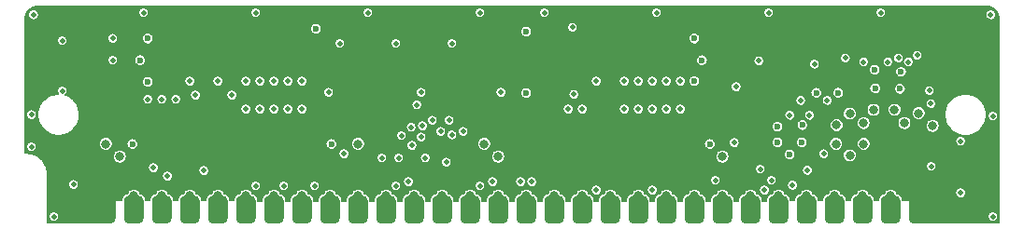
<source format=gbl>
G04 #@! TF.GenerationSoftware,KiCad,Pcbnew,(5.1.10-1-10_14)*
G04 #@! TF.CreationDate,2021-07-28T15:37:57-04:00*
G04 #@! TF.ProjectId,GW4194-SOJ,47573431-3934-42d5-934f-4a2e6b696361,1.0-SOJ*
G04 #@! TF.SameCoordinates,Original*
G04 #@! TF.FileFunction,Copper,L4,Bot*
G04 #@! TF.FilePolarity,Positive*
%FSLAX46Y46*%
G04 Gerber Fmt 4.6, Leading zero omitted, Abs format (unit mm)*
G04 Created by KiCad (PCBNEW (5.1.10-1-10_14)) date 2021-07-28 15:37:57*
%MOMM*%
%LPD*%
G01*
G04 APERTURE LIST*
G04 #@! TA.AperFunction,ComponentPad*
%ADD10C,0.800000*%
G04 #@! TD*
G04 #@! TA.AperFunction,ViaPad*
%ADD11C,0.800000*%
G04 #@! TD*
G04 #@! TA.AperFunction,ViaPad*
%ADD12C,1.000000*%
G04 #@! TD*
G04 #@! TA.AperFunction,ViaPad*
%ADD13C,0.600000*%
G04 #@! TD*
G04 #@! TA.AperFunction,ViaPad*
%ADD14C,0.508000*%
G04 #@! TD*
G04 #@! TA.AperFunction,Conductor*
%ADD15C,0.152400*%
G04 #@! TD*
G04 #@! TA.AperFunction,Conductor*
%ADD16C,0.100000*%
G04 #@! TD*
G04 APERTURE END LIST*
G04 #@! TA.AperFunction,SMDPad,CuDef*
G36*
G01*
X82931000Y-100901500D02*
X82931000Y-99250500D01*
G75*
G02*
X83375500Y-98806000I444500J0D01*
G01*
X84264500Y-98806000D01*
G75*
G02*
X84709000Y-99250500I0J-444500D01*
G01*
X84709000Y-100901500D01*
G75*
G02*
X84264500Y-101346000I-444500J0D01*
G01*
X83375500Y-101346000D01*
G75*
G02*
X82931000Y-100901500I0J444500D01*
G01*
G37*
G04 #@! TD.AperFunction*
G04 #@! TA.AperFunction,SMDPad,CuDef*
G36*
G01*
X85471000Y-100901500D02*
X85471000Y-99250500D01*
G75*
G02*
X85915500Y-98806000I444500J0D01*
G01*
X86804500Y-98806000D01*
G75*
G02*
X87249000Y-99250500I0J-444500D01*
G01*
X87249000Y-100901500D01*
G75*
G02*
X86804500Y-101346000I-444500J0D01*
G01*
X85915500Y-101346000D01*
G75*
G02*
X85471000Y-100901500I0J444500D01*
G01*
G37*
G04 #@! TD.AperFunction*
G04 #@! TA.AperFunction,SMDPad,CuDef*
G36*
G01*
X88011000Y-100901500D02*
X88011000Y-99250500D01*
G75*
G02*
X88455500Y-98806000I444500J0D01*
G01*
X89344500Y-98806000D01*
G75*
G02*
X89789000Y-99250500I0J-444500D01*
G01*
X89789000Y-100901500D01*
G75*
G02*
X89344500Y-101346000I-444500J0D01*
G01*
X88455500Y-101346000D01*
G75*
G02*
X88011000Y-100901500I0J444500D01*
G01*
G37*
G04 #@! TD.AperFunction*
G04 #@! TA.AperFunction,SMDPad,CuDef*
G36*
G01*
X90551000Y-100901500D02*
X90551000Y-99250500D01*
G75*
G02*
X90995500Y-98806000I444500J0D01*
G01*
X91884500Y-98806000D01*
G75*
G02*
X92329000Y-99250500I0J-444500D01*
G01*
X92329000Y-100901500D01*
G75*
G02*
X91884500Y-101346000I-444500J0D01*
G01*
X90995500Y-101346000D01*
G75*
G02*
X90551000Y-100901500I0J444500D01*
G01*
G37*
G04 #@! TD.AperFunction*
G04 #@! TA.AperFunction,SMDPad,CuDef*
G36*
G01*
X93091000Y-100901500D02*
X93091000Y-99250500D01*
G75*
G02*
X93535500Y-98806000I444500J0D01*
G01*
X94424500Y-98806000D01*
G75*
G02*
X94869000Y-99250500I0J-444500D01*
G01*
X94869000Y-100901500D01*
G75*
G02*
X94424500Y-101346000I-444500J0D01*
G01*
X93535500Y-101346000D01*
G75*
G02*
X93091000Y-100901500I0J444500D01*
G01*
G37*
G04 #@! TD.AperFunction*
G04 #@! TA.AperFunction,SMDPad,CuDef*
G36*
G01*
X95631000Y-100901500D02*
X95631000Y-99250500D01*
G75*
G02*
X96075500Y-98806000I444500J0D01*
G01*
X96964500Y-98806000D01*
G75*
G02*
X97409000Y-99250500I0J-444500D01*
G01*
X97409000Y-100901500D01*
G75*
G02*
X96964500Y-101346000I-444500J0D01*
G01*
X96075500Y-101346000D01*
G75*
G02*
X95631000Y-100901500I0J444500D01*
G01*
G37*
G04 #@! TD.AperFunction*
G04 #@! TA.AperFunction,SMDPad,CuDef*
G36*
G01*
X98171000Y-100901500D02*
X98171000Y-99250500D01*
G75*
G02*
X98615500Y-98806000I444500J0D01*
G01*
X99504500Y-98806000D01*
G75*
G02*
X99949000Y-99250500I0J-444500D01*
G01*
X99949000Y-100901500D01*
G75*
G02*
X99504500Y-101346000I-444500J0D01*
G01*
X98615500Y-101346000D01*
G75*
G02*
X98171000Y-100901500I0J444500D01*
G01*
G37*
G04 #@! TD.AperFunction*
G04 #@! TA.AperFunction,SMDPad,CuDef*
G36*
G01*
X100711000Y-100901500D02*
X100711000Y-99250500D01*
G75*
G02*
X101155500Y-98806000I444500J0D01*
G01*
X102044500Y-98806000D01*
G75*
G02*
X102489000Y-99250500I0J-444500D01*
G01*
X102489000Y-100901500D01*
G75*
G02*
X102044500Y-101346000I-444500J0D01*
G01*
X101155500Y-101346000D01*
G75*
G02*
X100711000Y-100901500I0J444500D01*
G01*
G37*
G04 #@! TD.AperFunction*
G04 #@! TA.AperFunction,SMDPad,CuDef*
G36*
G01*
X103251000Y-100901500D02*
X103251000Y-99250500D01*
G75*
G02*
X103695500Y-98806000I444500J0D01*
G01*
X104584500Y-98806000D01*
G75*
G02*
X105029000Y-99250500I0J-444500D01*
G01*
X105029000Y-100901500D01*
G75*
G02*
X104584500Y-101346000I-444500J0D01*
G01*
X103695500Y-101346000D01*
G75*
G02*
X103251000Y-100901500I0J444500D01*
G01*
G37*
G04 #@! TD.AperFunction*
G04 #@! TA.AperFunction,SMDPad,CuDef*
G36*
G01*
X105791000Y-100901500D02*
X105791000Y-99250500D01*
G75*
G02*
X106235500Y-98806000I444500J0D01*
G01*
X107124500Y-98806000D01*
G75*
G02*
X107569000Y-99250500I0J-444500D01*
G01*
X107569000Y-100901500D01*
G75*
G02*
X107124500Y-101346000I-444500J0D01*
G01*
X106235500Y-101346000D01*
G75*
G02*
X105791000Y-100901500I0J444500D01*
G01*
G37*
G04 #@! TD.AperFunction*
G04 #@! TA.AperFunction,SMDPad,CuDef*
G36*
G01*
X108331000Y-100901500D02*
X108331000Y-99250500D01*
G75*
G02*
X108775500Y-98806000I444500J0D01*
G01*
X109664500Y-98806000D01*
G75*
G02*
X110109000Y-99250500I0J-444500D01*
G01*
X110109000Y-100901500D01*
G75*
G02*
X109664500Y-101346000I-444500J0D01*
G01*
X108775500Y-101346000D01*
G75*
G02*
X108331000Y-100901500I0J444500D01*
G01*
G37*
G04 #@! TD.AperFunction*
G04 #@! TA.AperFunction,SMDPad,CuDef*
G36*
G01*
X110871000Y-100901500D02*
X110871000Y-99250500D01*
G75*
G02*
X111315500Y-98806000I444500J0D01*
G01*
X112204500Y-98806000D01*
G75*
G02*
X112649000Y-99250500I0J-444500D01*
G01*
X112649000Y-100901500D01*
G75*
G02*
X112204500Y-101346000I-444500J0D01*
G01*
X111315500Y-101346000D01*
G75*
G02*
X110871000Y-100901500I0J444500D01*
G01*
G37*
G04 #@! TD.AperFunction*
G04 #@! TA.AperFunction,SMDPad,CuDef*
G36*
G01*
X113411000Y-100901500D02*
X113411000Y-99250500D01*
G75*
G02*
X113855500Y-98806000I444500J0D01*
G01*
X114744500Y-98806000D01*
G75*
G02*
X115189000Y-99250500I0J-444500D01*
G01*
X115189000Y-100901500D01*
G75*
G02*
X114744500Y-101346000I-444500J0D01*
G01*
X113855500Y-101346000D01*
G75*
G02*
X113411000Y-100901500I0J444500D01*
G01*
G37*
G04 #@! TD.AperFunction*
G04 #@! TA.AperFunction,SMDPad,CuDef*
G36*
G01*
X115951000Y-100901500D02*
X115951000Y-99250500D01*
G75*
G02*
X116395500Y-98806000I444500J0D01*
G01*
X117284500Y-98806000D01*
G75*
G02*
X117729000Y-99250500I0J-444500D01*
G01*
X117729000Y-100901500D01*
G75*
G02*
X117284500Y-101346000I-444500J0D01*
G01*
X116395500Y-101346000D01*
G75*
G02*
X115951000Y-100901500I0J444500D01*
G01*
G37*
G04 #@! TD.AperFunction*
G04 #@! TA.AperFunction,SMDPad,CuDef*
G36*
G01*
X118491000Y-100901500D02*
X118491000Y-99250500D01*
G75*
G02*
X118935500Y-98806000I444500J0D01*
G01*
X119824500Y-98806000D01*
G75*
G02*
X120269000Y-99250500I0J-444500D01*
G01*
X120269000Y-100901500D01*
G75*
G02*
X119824500Y-101346000I-444500J0D01*
G01*
X118935500Y-101346000D01*
G75*
G02*
X118491000Y-100901500I0J444500D01*
G01*
G37*
G04 #@! TD.AperFunction*
G04 #@! TA.AperFunction,SMDPad,CuDef*
G36*
G01*
X121031000Y-100901500D02*
X121031000Y-99250500D01*
G75*
G02*
X121475500Y-98806000I444500J0D01*
G01*
X122364500Y-98806000D01*
G75*
G02*
X122809000Y-99250500I0J-444500D01*
G01*
X122809000Y-100901500D01*
G75*
G02*
X122364500Y-101346000I-444500J0D01*
G01*
X121475500Y-101346000D01*
G75*
G02*
X121031000Y-100901500I0J444500D01*
G01*
G37*
G04 #@! TD.AperFunction*
G04 #@! TA.AperFunction,SMDPad,CuDef*
G36*
G01*
X123571000Y-100901500D02*
X123571000Y-99250500D01*
G75*
G02*
X124015500Y-98806000I444500J0D01*
G01*
X124904500Y-98806000D01*
G75*
G02*
X125349000Y-99250500I0J-444500D01*
G01*
X125349000Y-100901500D01*
G75*
G02*
X124904500Y-101346000I-444500J0D01*
G01*
X124015500Y-101346000D01*
G75*
G02*
X123571000Y-100901500I0J444500D01*
G01*
G37*
G04 #@! TD.AperFunction*
G04 #@! TA.AperFunction,SMDPad,CuDef*
G36*
G01*
X126111000Y-100901500D02*
X126111000Y-99250500D01*
G75*
G02*
X126555500Y-98806000I444500J0D01*
G01*
X127444500Y-98806000D01*
G75*
G02*
X127889000Y-99250500I0J-444500D01*
G01*
X127889000Y-100901500D01*
G75*
G02*
X127444500Y-101346000I-444500J0D01*
G01*
X126555500Y-101346000D01*
G75*
G02*
X126111000Y-100901500I0J444500D01*
G01*
G37*
G04 #@! TD.AperFunction*
G04 #@! TA.AperFunction,SMDPad,CuDef*
G36*
G01*
X128651000Y-100901500D02*
X128651000Y-99250500D01*
G75*
G02*
X129095500Y-98806000I444500J0D01*
G01*
X129984500Y-98806000D01*
G75*
G02*
X130429000Y-99250500I0J-444500D01*
G01*
X130429000Y-100901500D01*
G75*
G02*
X129984500Y-101346000I-444500J0D01*
G01*
X129095500Y-101346000D01*
G75*
G02*
X128651000Y-100901500I0J444500D01*
G01*
G37*
G04 #@! TD.AperFunction*
G04 #@! TA.AperFunction,SMDPad,CuDef*
G36*
G01*
X131191000Y-100901500D02*
X131191000Y-99250500D01*
G75*
G02*
X131635500Y-98806000I444500J0D01*
G01*
X132524500Y-98806000D01*
G75*
G02*
X132969000Y-99250500I0J-444500D01*
G01*
X132969000Y-100901500D01*
G75*
G02*
X132524500Y-101346000I-444500J0D01*
G01*
X131635500Y-101346000D01*
G75*
G02*
X131191000Y-100901500I0J444500D01*
G01*
G37*
G04 #@! TD.AperFunction*
G04 #@! TA.AperFunction,SMDPad,CuDef*
G36*
G01*
X133731000Y-100901500D02*
X133731000Y-99250500D01*
G75*
G02*
X134175500Y-98806000I444500J0D01*
G01*
X135064500Y-98806000D01*
G75*
G02*
X135509000Y-99250500I0J-444500D01*
G01*
X135509000Y-100901500D01*
G75*
G02*
X135064500Y-101346000I-444500J0D01*
G01*
X134175500Y-101346000D01*
G75*
G02*
X133731000Y-100901500I0J444500D01*
G01*
G37*
G04 #@! TD.AperFunction*
G04 #@! TA.AperFunction,SMDPad,CuDef*
G36*
G01*
X136271000Y-100901500D02*
X136271000Y-99250500D01*
G75*
G02*
X136715500Y-98806000I444500J0D01*
G01*
X137604500Y-98806000D01*
G75*
G02*
X138049000Y-99250500I0J-444500D01*
G01*
X138049000Y-100901500D01*
G75*
G02*
X137604500Y-101346000I-444500J0D01*
G01*
X136715500Y-101346000D01*
G75*
G02*
X136271000Y-100901500I0J444500D01*
G01*
G37*
G04 #@! TD.AperFunction*
G04 #@! TA.AperFunction,SMDPad,CuDef*
G36*
G01*
X138811000Y-100901500D02*
X138811000Y-99250500D01*
G75*
G02*
X139255500Y-98806000I444500J0D01*
G01*
X140144500Y-98806000D01*
G75*
G02*
X140589000Y-99250500I0J-444500D01*
G01*
X140589000Y-100901500D01*
G75*
G02*
X140144500Y-101346000I-444500J0D01*
G01*
X139255500Y-101346000D01*
G75*
G02*
X138811000Y-100901500I0J444500D01*
G01*
G37*
G04 #@! TD.AperFunction*
G04 #@! TA.AperFunction,SMDPad,CuDef*
G36*
G01*
X141351000Y-100901500D02*
X141351000Y-99250500D01*
G75*
G02*
X141795500Y-98806000I444500J0D01*
G01*
X142684500Y-98806000D01*
G75*
G02*
X143129000Y-99250500I0J-444500D01*
G01*
X143129000Y-100901500D01*
G75*
G02*
X142684500Y-101346000I-444500J0D01*
G01*
X141795500Y-101346000D01*
G75*
G02*
X141351000Y-100901500I0J444500D01*
G01*
G37*
G04 #@! TD.AperFunction*
G04 #@! TA.AperFunction,SMDPad,CuDef*
G36*
G01*
X143891000Y-100901500D02*
X143891000Y-99250500D01*
G75*
G02*
X144335500Y-98806000I444500J0D01*
G01*
X145224500Y-98806000D01*
G75*
G02*
X145669000Y-99250500I0J-444500D01*
G01*
X145669000Y-100901500D01*
G75*
G02*
X145224500Y-101346000I-444500J0D01*
G01*
X144335500Y-101346000D01*
G75*
G02*
X143891000Y-100901500I0J444500D01*
G01*
G37*
G04 #@! TD.AperFunction*
G04 #@! TA.AperFunction,SMDPad,CuDef*
G36*
G01*
X146431000Y-100901500D02*
X146431000Y-99250500D01*
G75*
G02*
X146875500Y-98806000I444500J0D01*
G01*
X147764500Y-98806000D01*
G75*
G02*
X148209000Y-99250500I0J-444500D01*
G01*
X148209000Y-100901500D01*
G75*
G02*
X147764500Y-101346000I-444500J0D01*
G01*
X146875500Y-101346000D01*
G75*
G02*
X146431000Y-100901500I0J444500D01*
G01*
G37*
G04 #@! TD.AperFunction*
G04 #@! TA.AperFunction,SMDPad,CuDef*
G36*
G01*
X148971000Y-100901500D02*
X148971000Y-99250500D01*
G75*
G02*
X149415500Y-98806000I444500J0D01*
G01*
X150304500Y-98806000D01*
G75*
G02*
X150749000Y-99250500I0J-444500D01*
G01*
X150749000Y-100901500D01*
G75*
G02*
X150304500Y-101346000I-444500J0D01*
G01*
X149415500Y-101346000D01*
G75*
G02*
X148971000Y-100901500I0J444500D01*
G01*
G37*
G04 #@! TD.AperFunction*
G04 #@! TA.AperFunction,SMDPad,CuDef*
G36*
G01*
X151511000Y-100901500D02*
X151511000Y-99250500D01*
G75*
G02*
X151955500Y-98806000I444500J0D01*
G01*
X152844500Y-98806000D01*
G75*
G02*
X153289000Y-99250500I0J-444500D01*
G01*
X153289000Y-100901500D01*
G75*
G02*
X152844500Y-101346000I-444500J0D01*
G01*
X151955500Y-101346000D01*
G75*
G02*
X151511000Y-100901500I0J444500D01*
G01*
G37*
G04 #@! TD.AperFunction*
G04 #@! TA.AperFunction,SMDPad,CuDef*
G36*
G01*
X154051000Y-100901500D02*
X154051000Y-99250500D01*
G75*
G02*
X154495500Y-98806000I444500J0D01*
G01*
X155384500Y-98806000D01*
G75*
G02*
X155829000Y-99250500I0J-444500D01*
G01*
X155829000Y-100901500D01*
G75*
G02*
X155384500Y-101346000I-444500J0D01*
G01*
X154495500Y-101346000D01*
G75*
G02*
X154051000Y-100901500I0J444500D01*
G01*
G37*
G04 #@! TD.AperFunction*
G04 #@! TA.AperFunction,SMDPad,CuDef*
G36*
G01*
X156591000Y-100901500D02*
X156591000Y-99250500D01*
G75*
G02*
X157035500Y-98806000I444500J0D01*
G01*
X157924500Y-98806000D01*
G75*
G02*
X158369000Y-99250500I0J-444500D01*
G01*
X158369000Y-100901500D01*
G75*
G02*
X157924500Y-101346000I-444500J0D01*
G01*
X157035500Y-101346000D01*
G75*
G02*
X156591000Y-100901500I0J444500D01*
G01*
G37*
G04 #@! TD.AperFunction*
D10*
X88900000Y-98806000D03*
X86360000Y-98806000D03*
X83820000Y-98806000D03*
X93980000Y-98806000D03*
X91440000Y-98806000D03*
X96520000Y-98806000D03*
X99060000Y-98806000D03*
X104140000Y-98806000D03*
X101600000Y-98806000D03*
X109220000Y-98806000D03*
X106680000Y-98806000D03*
X111760000Y-98806000D03*
X116840000Y-98806000D03*
X114300000Y-98806000D03*
X119380000Y-98806000D03*
X124460000Y-98806000D03*
X121920000Y-98806000D03*
X127000000Y-98806000D03*
X149860000Y-98806000D03*
X147320000Y-98806000D03*
X152400000Y-98806000D03*
X134620000Y-98806000D03*
X132080000Y-98806000D03*
X137160000Y-98806000D03*
X142240000Y-98806000D03*
X139700000Y-98806000D03*
X144780000Y-98806000D03*
X129540000Y-98806000D03*
X154940000Y-98806000D03*
X157480000Y-98806000D03*
D11*
X158750000Y-94107000D03*
D12*
X157480000Y-95377000D03*
D11*
X153450000Y-94300000D03*
X155250000Y-94300000D03*
X154350000Y-95500000D03*
D13*
X87630000Y-90932000D03*
D14*
X159131000Y-82169000D03*
X148971000Y-82169000D03*
X92329000Y-82169000D03*
X102489000Y-82169000D03*
X138811000Y-82169000D03*
X128651000Y-82169000D03*
X112649000Y-82169000D03*
X82169000Y-82169000D03*
X77089000Y-86995000D03*
X164211000Y-86995000D03*
X164211000Y-96139000D03*
X78994000Y-94742000D03*
D11*
X83820000Y-92456000D03*
X85090000Y-91313000D03*
X105410000Y-91313000D03*
X119380000Y-91313000D03*
X117729000Y-91821000D03*
X106807000Y-92075000D03*
X139700000Y-91186000D03*
D14*
X140779500Y-92519500D03*
D13*
X102870000Y-90868500D03*
X87630000Y-94805500D03*
X86931500Y-92837000D03*
X103568500Y-92837000D03*
X137160000Y-90868500D03*
X137160000Y-94805500D03*
X121920000Y-90868500D03*
X121920000Y-94805500D03*
D14*
X146050000Y-97853500D03*
X158600000Y-90450000D03*
X147400000Y-96500000D03*
X127000000Y-90932000D03*
X112522000Y-92456000D03*
X91440000Y-88392000D03*
X84450000Y-86500000D03*
D11*
X83820000Y-94107000D03*
X85090000Y-95250000D03*
X106680000Y-94107000D03*
X118110000Y-94107000D03*
X119380000Y-95250000D03*
D14*
X105410000Y-94996000D03*
D11*
X139700000Y-95250000D03*
D14*
X140779500Y-93980000D03*
X164211000Y-91567000D03*
X77089000Y-91440000D03*
X108839000Y-95377000D03*
X95250000Y-89662000D03*
X112395000Y-89408000D03*
X119634000Y-89408000D03*
X92710000Y-96520000D03*
X111252000Y-97536000D03*
X117729000Y-97917000D03*
X118872000Y-97536000D03*
X139065000Y-97409000D03*
X89408000Y-97028000D03*
X88138000Y-96266000D03*
X143510000Y-98298000D03*
X114681000Y-95758000D03*
X144145000Y-97409000D03*
X143129000Y-96393000D03*
X112014000Y-90551000D03*
X88900000Y-90043000D03*
X87630000Y-90043000D03*
X90170000Y-90043000D03*
X91948000Y-89662000D03*
X126238000Y-89598500D03*
X121412000Y-97536000D03*
X122428000Y-97536000D03*
X77279500Y-82359500D03*
X164020500Y-82359500D03*
X164211000Y-100711000D03*
X79121000Y-100711000D03*
X77089000Y-94361000D03*
X79883000Y-84709000D03*
X161290000Y-93853000D03*
X161290000Y-98552000D03*
X80899000Y-97790000D03*
X79883000Y-89281000D03*
X133350000Y-98298000D03*
X110109000Y-97917000D03*
X102743000Y-97917000D03*
X99949000Y-97917000D03*
X97409000Y-97917000D03*
X128270000Y-98298000D03*
X158623000Y-96139000D03*
X113411000Y-91948000D03*
X116205000Y-92964000D03*
X114935000Y-91948000D03*
X114173000Y-92964000D03*
X112395000Y-93472000D03*
X112776000Y-95377000D03*
X110363000Y-95377000D03*
X111506000Y-92583000D03*
X110617000Y-93345000D03*
X111569500Y-94234000D03*
X104013000Y-89408000D03*
D11*
X158750000Y-92456000D03*
D14*
X84450000Y-84500000D03*
D13*
X137160000Y-88392000D03*
D11*
X157480000Y-91313000D03*
X156200000Y-92200000D03*
D14*
X87249000Y-82169000D03*
X97409000Y-82169000D03*
X143891000Y-82169000D03*
X133731000Y-82169000D03*
X107569000Y-82169000D03*
X117729000Y-82169000D03*
X123571000Y-82169000D03*
X110109000Y-84963000D03*
X105029000Y-84963000D03*
X115189000Y-84963000D03*
X126111000Y-83502500D03*
X148900000Y-95000000D03*
D13*
X144700000Y-93950000D03*
X146900000Y-93950000D03*
X145800000Y-95050000D03*
X150200000Y-89450000D03*
X148200000Y-89450000D03*
X153550000Y-89050000D03*
X155800000Y-89100000D03*
D14*
X154051000Y-82169000D03*
X158450000Y-89250000D03*
X157350000Y-86050000D03*
D11*
X155300000Y-91000000D03*
X152500000Y-94100000D03*
X150000000Y-94100000D03*
X151250000Y-95150000D03*
D14*
X148050000Y-86850000D03*
X146800000Y-90150000D03*
X149200000Y-90150000D03*
X155650000Y-86300000D03*
X150850000Y-86300000D03*
X143000000Y-86550000D03*
X140950000Y-88900000D03*
D13*
X86233000Y-94107000D03*
X104267000Y-94107000D03*
X87630000Y-88455500D03*
X87630000Y-84518500D03*
X86931500Y-86487000D03*
X102870000Y-83629500D03*
X121920000Y-83883500D03*
X137160000Y-84518500D03*
X137858500Y-86487000D03*
X138557000Y-94107000D03*
X121920000Y-89471500D03*
D14*
X132080000Y-90932000D03*
X100330000Y-90932000D03*
X133350000Y-90932000D03*
X99060000Y-90932000D03*
X134620000Y-90932000D03*
X97790000Y-90932000D03*
X135890000Y-90932000D03*
X96520000Y-90932000D03*
X93980000Y-88392000D03*
X135890000Y-88392000D03*
X134620000Y-88392000D03*
X96520000Y-88392000D03*
X97790000Y-88392000D03*
X133350000Y-88392000D03*
X99060000Y-88392000D03*
X132080000Y-88392000D03*
X100330000Y-88392000D03*
X130810000Y-88392000D03*
X130810000Y-90932000D03*
X101600000Y-90932000D03*
X101600000Y-88392000D03*
X128270000Y-88392000D03*
X125730000Y-90932000D03*
X115189000Y-93281500D03*
X147600000Y-91500000D03*
D13*
X144700000Y-92550000D03*
X146950000Y-92400000D03*
X153500000Y-87350000D03*
X155900000Y-87550000D03*
D14*
X156550000Y-86650000D03*
X154700000Y-86650000D03*
X152500000Y-86650000D03*
D11*
X153400000Y-91000000D03*
X152500000Y-92200000D03*
X151250000Y-91350000D03*
X150050000Y-92400000D03*
D14*
X145800000Y-91500000D03*
D15*
X163807884Y-81632912D02*
X164030929Y-81700254D01*
X164236653Y-81809639D01*
X164417209Y-81956896D01*
X164565723Y-82136420D01*
X164676544Y-82341378D01*
X164745441Y-82563947D01*
X164771400Y-82810934D01*
X164771401Y-101271400D01*
X157689548Y-101271400D01*
X157925966Y-100663468D01*
X163728400Y-100663468D01*
X163728400Y-100758532D01*
X163746946Y-100851769D01*
X163783326Y-100939597D01*
X163836140Y-101018640D01*
X163903360Y-101085860D01*
X163982403Y-101138674D01*
X164070231Y-101175054D01*
X164163468Y-101193600D01*
X164258532Y-101193600D01*
X164351769Y-101175054D01*
X164439597Y-101138674D01*
X164518640Y-101085860D01*
X164585860Y-101018640D01*
X164638674Y-100939597D01*
X164675054Y-100851769D01*
X164693600Y-100758532D01*
X164693600Y-100663468D01*
X164675054Y-100570231D01*
X164638674Y-100482403D01*
X164585860Y-100403360D01*
X164518640Y-100336140D01*
X164439597Y-100283326D01*
X164351769Y-100246946D01*
X164258532Y-100228400D01*
X164163468Y-100228400D01*
X164070231Y-100246946D01*
X163982403Y-100283326D01*
X163903360Y-100336140D01*
X163836140Y-100403360D01*
X163783326Y-100482403D01*
X163746946Y-100570231D01*
X163728400Y-100663468D01*
X157925966Y-100663468D01*
X158440019Y-99341618D01*
X158443760Y-99328743D01*
X158445200Y-99313875D01*
X158443711Y-99299011D01*
X158439352Y-99284724D01*
X158432288Y-99271561D01*
X158422793Y-99260030D01*
X158411230Y-99250572D01*
X158398045Y-99243553D01*
X158383743Y-99239240D01*
X158368875Y-99237800D01*
X156057830Y-99241601D01*
X156045751Y-99118969D01*
X156007385Y-98992493D01*
X155945082Y-98875931D01*
X155861236Y-98773764D01*
X155759069Y-98689918D01*
X155642507Y-98627615D01*
X155532707Y-98594308D01*
X155497059Y-98508246D01*
X155494535Y-98504468D01*
X160807400Y-98504468D01*
X160807400Y-98599532D01*
X160825946Y-98692769D01*
X160862326Y-98780597D01*
X160915140Y-98859640D01*
X160982360Y-98926860D01*
X161061403Y-98979674D01*
X161149231Y-99016054D01*
X161242468Y-99034600D01*
X161337532Y-99034600D01*
X161430769Y-99016054D01*
X161518597Y-98979674D01*
X161597640Y-98926860D01*
X161664860Y-98859640D01*
X161717674Y-98780597D01*
X161754054Y-98692769D01*
X161772600Y-98599532D01*
X161772600Y-98504468D01*
X161754054Y-98411231D01*
X161717674Y-98323403D01*
X161664860Y-98244360D01*
X161597640Y-98177140D01*
X161518597Y-98124326D01*
X161430769Y-98087946D01*
X161337532Y-98069400D01*
X161242468Y-98069400D01*
X161149231Y-98087946D01*
X161061403Y-98124326D01*
X160982360Y-98177140D01*
X160915140Y-98244360D01*
X160862326Y-98323403D01*
X160825946Y-98411231D01*
X160807400Y-98504468D01*
X155494535Y-98504468D01*
X155428266Y-98405291D01*
X155340709Y-98317734D01*
X155237754Y-98248941D01*
X155123356Y-98201556D01*
X155001912Y-98177400D01*
X154878088Y-98177400D01*
X154756644Y-98201556D01*
X154642246Y-98248941D01*
X154539291Y-98317734D01*
X154451734Y-98405291D01*
X154382941Y-98508246D01*
X154347293Y-98594308D01*
X154237493Y-98627615D01*
X154120931Y-98689918D01*
X154018764Y-98773764D01*
X153934918Y-98875931D01*
X153872615Y-98992493D01*
X153834249Y-99118969D01*
X153821808Y-99245279D01*
X153518241Y-99245778D01*
X153505751Y-99118969D01*
X153467385Y-98992493D01*
X153405082Y-98875931D01*
X153321236Y-98773764D01*
X153219069Y-98689918D01*
X153102507Y-98627615D01*
X152992707Y-98594308D01*
X152957059Y-98508246D01*
X152888266Y-98405291D01*
X152800709Y-98317734D01*
X152697754Y-98248941D01*
X152583356Y-98201556D01*
X152461912Y-98177400D01*
X152338088Y-98177400D01*
X152216644Y-98201556D01*
X152102246Y-98248941D01*
X151999291Y-98317734D01*
X151911734Y-98405291D01*
X151842941Y-98508246D01*
X151807293Y-98594308D01*
X151697493Y-98627615D01*
X151580931Y-98689918D01*
X151478764Y-98773764D01*
X151394918Y-98875931D01*
X151332615Y-98992493D01*
X151294249Y-99118969D01*
X151281397Y-99249457D01*
X150978652Y-99249955D01*
X150965751Y-99118969D01*
X150927385Y-98992493D01*
X150865082Y-98875931D01*
X150781236Y-98773764D01*
X150679069Y-98689918D01*
X150562507Y-98627615D01*
X150452707Y-98594308D01*
X150417059Y-98508246D01*
X150348266Y-98405291D01*
X150260709Y-98317734D01*
X150157754Y-98248941D01*
X150043356Y-98201556D01*
X149921912Y-98177400D01*
X149798088Y-98177400D01*
X149676644Y-98201556D01*
X149562246Y-98248941D01*
X149459291Y-98317734D01*
X149371734Y-98405291D01*
X149302941Y-98508246D01*
X149267293Y-98594308D01*
X149157493Y-98627615D01*
X149040931Y-98689918D01*
X148938764Y-98773764D01*
X148854918Y-98875931D01*
X148792615Y-98992493D01*
X148754249Y-99118969D01*
X148741294Y-99250500D01*
X148741294Y-99253635D01*
X148438706Y-99254133D01*
X148438706Y-99250500D01*
X148425751Y-99118969D01*
X148387385Y-98992493D01*
X148325082Y-98875931D01*
X148241236Y-98773764D01*
X148139069Y-98689918D01*
X148022507Y-98627615D01*
X147912707Y-98594308D01*
X147877059Y-98508246D01*
X147808266Y-98405291D01*
X147720709Y-98317734D01*
X147617754Y-98248941D01*
X147503356Y-98201556D01*
X147381912Y-98177400D01*
X147258088Y-98177400D01*
X147136644Y-98201556D01*
X147022246Y-98248941D01*
X146919291Y-98317734D01*
X146831734Y-98405291D01*
X146762941Y-98508246D01*
X146727293Y-98594308D01*
X146617493Y-98627615D01*
X146500931Y-98689918D01*
X146398764Y-98773764D01*
X146314918Y-98875931D01*
X146252615Y-98992493D01*
X146214249Y-99118969D01*
X146201294Y-99250500D01*
X146201294Y-99257813D01*
X145898706Y-99258310D01*
X145898706Y-99250500D01*
X145885751Y-99118969D01*
X145847385Y-98992493D01*
X145785082Y-98875931D01*
X145701236Y-98773764D01*
X145599069Y-98689918D01*
X145482507Y-98627615D01*
X145372707Y-98594308D01*
X145337059Y-98508246D01*
X145268266Y-98405291D01*
X145180709Y-98317734D01*
X145077754Y-98248941D01*
X144963356Y-98201556D01*
X144841912Y-98177400D01*
X144718088Y-98177400D01*
X144596644Y-98201556D01*
X144482246Y-98248941D01*
X144379291Y-98317734D01*
X144291734Y-98405291D01*
X144222941Y-98508246D01*
X144187293Y-98594308D01*
X144077493Y-98627615D01*
X143960931Y-98689918D01*
X143858764Y-98773764D01*
X143774918Y-98875931D01*
X143712615Y-98992493D01*
X143674249Y-99118969D01*
X143661294Y-99250500D01*
X143661294Y-99261990D01*
X143358706Y-99262488D01*
X143358706Y-99250500D01*
X143345751Y-99118969D01*
X143307385Y-98992493D01*
X143245082Y-98875931D01*
X143161236Y-98773764D01*
X143059069Y-98689918D01*
X142942507Y-98627615D01*
X142832707Y-98594308D01*
X142797059Y-98508246D01*
X142728266Y-98405291D01*
X142640709Y-98317734D01*
X142540040Y-98250468D01*
X143027400Y-98250468D01*
X143027400Y-98345532D01*
X143045946Y-98438769D01*
X143082326Y-98526597D01*
X143135140Y-98605640D01*
X143202360Y-98672860D01*
X143281403Y-98725674D01*
X143369231Y-98762054D01*
X143462468Y-98780600D01*
X143557532Y-98780600D01*
X143650769Y-98762054D01*
X143738597Y-98725674D01*
X143817640Y-98672860D01*
X143884860Y-98605640D01*
X143937674Y-98526597D01*
X143974054Y-98438769D01*
X143992600Y-98345532D01*
X143992600Y-98250468D01*
X143974054Y-98157231D01*
X143937674Y-98069403D01*
X143884860Y-97990360D01*
X143817640Y-97923140D01*
X143738597Y-97870326D01*
X143650769Y-97833946D01*
X143557532Y-97815400D01*
X143462468Y-97815400D01*
X143369231Y-97833946D01*
X143281403Y-97870326D01*
X143202360Y-97923140D01*
X143135140Y-97990360D01*
X143082326Y-98069403D01*
X143045946Y-98157231D01*
X143027400Y-98250468D01*
X142540040Y-98250468D01*
X142537754Y-98248941D01*
X142423356Y-98201556D01*
X142301912Y-98177400D01*
X142178088Y-98177400D01*
X142056644Y-98201556D01*
X141942246Y-98248941D01*
X141839291Y-98317734D01*
X141751734Y-98405291D01*
X141682941Y-98508246D01*
X141647293Y-98594308D01*
X141537493Y-98627615D01*
X141420931Y-98689918D01*
X141318764Y-98773764D01*
X141234918Y-98875931D01*
X141172615Y-98992493D01*
X141134249Y-99118969D01*
X141121294Y-99250500D01*
X141121294Y-99266168D01*
X140818706Y-99266666D01*
X140818706Y-99250500D01*
X140805751Y-99118969D01*
X140767385Y-98992493D01*
X140705082Y-98875931D01*
X140621236Y-98773764D01*
X140519069Y-98689918D01*
X140402507Y-98627615D01*
X140292707Y-98594308D01*
X140257059Y-98508246D01*
X140188266Y-98405291D01*
X140100709Y-98317734D01*
X139997754Y-98248941D01*
X139883356Y-98201556D01*
X139761912Y-98177400D01*
X139638088Y-98177400D01*
X139516644Y-98201556D01*
X139402246Y-98248941D01*
X139299291Y-98317734D01*
X139211734Y-98405291D01*
X139142941Y-98508246D01*
X139107293Y-98594308D01*
X138997493Y-98627615D01*
X138880931Y-98689918D01*
X138778764Y-98773764D01*
X138694918Y-98875931D01*
X138632615Y-98992493D01*
X138594249Y-99118969D01*
X138581294Y-99250500D01*
X138581294Y-99270345D01*
X138278706Y-99270843D01*
X138278706Y-99250500D01*
X138265751Y-99118969D01*
X138227385Y-98992493D01*
X138165082Y-98875931D01*
X138081236Y-98773764D01*
X137979069Y-98689918D01*
X137862507Y-98627615D01*
X137752707Y-98594308D01*
X137717059Y-98508246D01*
X137648266Y-98405291D01*
X137560709Y-98317734D01*
X137457754Y-98248941D01*
X137343356Y-98201556D01*
X137221912Y-98177400D01*
X137098088Y-98177400D01*
X136976644Y-98201556D01*
X136862246Y-98248941D01*
X136759291Y-98317734D01*
X136671734Y-98405291D01*
X136602941Y-98508246D01*
X136567293Y-98594308D01*
X136457493Y-98627615D01*
X136340931Y-98689918D01*
X136238764Y-98773764D01*
X136154918Y-98875931D01*
X136092615Y-98992493D01*
X136054249Y-99118969D01*
X136041294Y-99250500D01*
X136041294Y-99274523D01*
X135738706Y-99275021D01*
X135738706Y-99250500D01*
X135725751Y-99118969D01*
X135687385Y-98992493D01*
X135625082Y-98875931D01*
X135541236Y-98773764D01*
X135439069Y-98689918D01*
X135322507Y-98627615D01*
X135212707Y-98594308D01*
X135177059Y-98508246D01*
X135108266Y-98405291D01*
X135020709Y-98317734D01*
X134917754Y-98248941D01*
X134803356Y-98201556D01*
X134681912Y-98177400D01*
X134558088Y-98177400D01*
X134436644Y-98201556D01*
X134322246Y-98248941D01*
X134219291Y-98317734D01*
X134131734Y-98405291D01*
X134062941Y-98508246D01*
X134027293Y-98594308D01*
X133917493Y-98627615D01*
X133800931Y-98689918D01*
X133698764Y-98773764D01*
X133614918Y-98875931D01*
X133552615Y-98992493D01*
X133514249Y-99118969D01*
X133501294Y-99250500D01*
X133501294Y-99278701D01*
X133198706Y-99279198D01*
X133198706Y-99250500D01*
X133185751Y-99118969D01*
X133147385Y-98992493D01*
X133085082Y-98875931D01*
X133001236Y-98773764D01*
X132899069Y-98689918D01*
X132782507Y-98627615D01*
X132672707Y-98594308D01*
X132637059Y-98508246D01*
X132568266Y-98405291D01*
X132480709Y-98317734D01*
X132380040Y-98250468D01*
X132867400Y-98250468D01*
X132867400Y-98345532D01*
X132885946Y-98438769D01*
X132922326Y-98526597D01*
X132975140Y-98605640D01*
X133042360Y-98672860D01*
X133121403Y-98725674D01*
X133209231Y-98762054D01*
X133302468Y-98780600D01*
X133397532Y-98780600D01*
X133490769Y-98762054D01*
X133578597Y-98725674D01*
X133657640Y-98672860D01*
X133724860Y-98605640D01*
X133777674Y-98526597D01*
X133814054Y-98438769D01*
X133832600Y-98345532D01*
X133832600Y-98250468D01*
X133814054Y-98157231D01*
X133777674Y-98069403D01*
X133724860Y-97990360D01*
X133657640Y-97923140D01*
X133578597Y-97870326D01*
X133490769Y-97833946D01*
X133397532Y-97815400D01*
X133302468Y-97815400D01*
X133209231Y-97833946D01*
X133121403Y-97870326D01*
X133042360Y-97923140D01*
X132975140Y-97990360D01*
X132922326Y-98069403D01*
X132885946Y-98157231D01*
X132867400Y-98250468D01*
X132380040Y-98250468D01*
X132377754Y-98248941D01*
X132263356Y-98201556D01*
X132141912Y-98177400D01*
X132018088Y-98177400D01*
X131896644Y-98201556D01*
X131782246Y-98248941D01*
X131679291Y-98317734D01*
X131591734Y-98405291D01*
X131522941Y-98508246D01*
X131487293Y-98594308D01*
X131377493Y-98627615D01*
X131260931Y-98689918D01*
X131158764Y-98773764D01*
X131074918Y-98875931D01*
X131012615Y-98992493D01*
X130974249Y-99118969D01*
X130961294Y-99250500D01*
X130961294Y-99282878D01*
X130658706Y-99283376D01*
X130658706Y-99250500D01*
X130645751Y-99118969D01*
X130607385Y-98992493D01*
X130545082Y-98875931D01*
X130461236Y-98773764D01*
X130359069Y-98689918D01*
X130242507Y-98627615D01*
X130132707Y-98594308D01*
X130097059Y-98508246D01*
X130028266Y-98405291D01*
X129940709Y-98317734D01*
X129837754Y-98248941D01*
X129723356Y-98201556D01*
X129601912Y-98177400D01*
X129478088Y-98177400D01*
X129356644Y-98201556D01*
X129242246Y-98248941D01*
X129139291Y-98317734D01*
X129051734Y-98405291D01*
X128982941Y-98508246D01*
X128947293Y-98594308D01*
X128837493Y-98627615D01*
X128720931Y-98689918D01*
X128618764Y-98773764D01*
X128534918Y-98875931D01*
X128472615Y-98992493D01*
X128434249Y-99118969D01*
X128421294Y-99250500D01*
X128421294Y-99287056D01*
X128118706Y-99287554D01*
X128118706Y-99250500D01*
X128105751Y-99118969D01*
X128067385Y-98992493D01*
X128005082Y-98875931D01*
X127921236Y-98773764D01*
X127819069Y-98689918D01*
X127702507Y-98627615D01*
X127592707Y-98594308D01*
X127557059Y-98508246D01*
X127488266Y-98405291D01*
X127400709Y-98317734D01*
X127300040Y-98250468D01*
X127787400Y-98250468D01*
X127787400Y-98345532D01*
X127805946Y-98438769D01*
X127842326Y-98526597D01*
X127895140Y-98605640D01*
X127962360Y-98672860D01*
X128041403Y-98725674D01*
X128129231Y-98762054D01*
X128222468Y-98780600D01*
X128317532Y-98780600D01*
X128410769Y-98762054D01*
X128498597Y-98725674D01*
X128577640Y-98672860D01*
X128644860Y-98605640D01*
X128697674Y-98526597D01*
X128734054Y-98438769D01*
X128752600Y-98345532D01*
X128752600Y-98250468D01*
X128734054Y-98157231D01*
X128697674Y-98069403D01*
X128644860Y-97990360D01*
X128577640Y-97923140D01*
X128498597Y-97870326D01*
X128410769Y-97833946D01*
X128317532Y-97815400D01*
X128222468Y-97815400D01*
X128129231Y-97833946D01*
X128041403Y-97870326D01*
X127962360Y-97923140D01*
X127895140Y-97990360D01*
X127842326Y-98069403D01*
X127805946Y-98157231D01*
X127787400Y-98250468D01*
X127300040Y-98250468D01*
X127297754Y-98248941D01*
X127183356Y-98201556D01*
X127061912Y-98177400D01*
X126938088Y-98177400D01*
X126816644Y-98201556D01*
X126702246Y-98248941D01*
X126599291Y-98317734D01*
X126511734Y-98405291D01*
X126442941Y-98508246D01*
X126407293Y-98594308D01*
X126297493Y-98627615D01*
X126180931Y-98689918D01*
X126078764Y-98773764D01*
X125994918Y-98875931D01*
X125932615Y-98992493D01*
X125894249Y-99118969D01*
X125881294Y-99250500D01*
X125881294Y-99291234D01*
X125578706Y-99291731D01*
X125578706Y-99250500D01*
X125565751Y-99118969D01*
X125527385Y-98992493D01*
X125465082Y-98875931D01*
X125381236Y-98773764D01*
X125279069Y-98689918D01*
X125162507Y-98627615D01*
X125052707Y-98594308D01*
X125017059Y-98508246D01*
X124948266Y-98405291D01*
X124860709Y-98317734D01*
X124757754Y-98248941D01*
X124643356Y-98201556D01*
X124521912Y-98177400D01*
X124398088Y-98177400D01*
X124276644Y-98201556D01*
X124162246Y-98248941D01*
X124059291Y-98317734D01*
X123971734Y-98405291D01*
X123902941Y-98508246D01*
X123867293Y-98594308D01*
X123757493Y-98627615D01*
X123640931Y-98689918D01*
X123538764Y-98773764D01*
X123454918Y-98875931D01*
X123392615Y-98992493D01*
X123354249Y-99118969D01*
X123341294Y-99250500D01*
X123341294Y-99295411D01*
X123038706Y-99295909D01*
X123038706Y-99250500D01*
X123025751Y-99118969D01*
X122987385Y-98992493D01*
X122925082Y-98875931D01*
X122841236Y-98773764D01*
X122739069Y-98689918D01*
X122622507Y-98627615D01*
X122512707Y-98594308D01*
X122477059Y-98508246D01*
X122408266Y-98405291D01*
X122320709Y-98317734D01*
X122217754Y-98248941D01*
X122103356Y-98201556D01*
X121981912Y-98177400D01*
X121858088Y-98177400D01*
X121736644Y-98201556D01*
X121622246Y-98248941D01*
X121519291Y-98317734D01*
X121431734Y-98405291D01*
X121362941Y-98508246D01*
X121327293Y-98594308D01*
X121217493Y-98627615D01*
X121100931Y-98689918D01*
X120998764Y-98773764D01*
X120914918Y-98875931D01*
X120852615Y-98992493D01*
X120814249Y-99118969D01*
X120801294Y-99250500D01*
X120801294Y-99299589D01*
X120498706Y-99300087D01*
X120498706Y-99250500D01*
X120485751Y-99118969D01*
X120447385Y-98992493D01*
X120385082Y-98875931D01*
X120301236Y-98773764D01*
X120199069Y-98689918D01*
X120082507Y-98627615D01*
X119972707Y-98594308D01*
X119937059Y-98508246D01*
X119868266Y-98405291D01*
X119780709Y-98317734D01*
X119677754Y-98248941D01*
X119563356Y-98201556D01*
X119441912Y-98177400D01*
X119318088Y-98177400D01*
X119196644Y-98201556D01*
X119082246Y-98248941D01*
X118979291Y-98317734D01*
X118891734Y-98405291D01*
X118822941Y-98508246D01*
X118787293Y-98594308D01*
X118677493Y-98627615D01*
X118560931Y-98689918D01*
X118458764Y-98773764D01*
X118374918Y-98875931D01*
X118312615Y-98992493D01*
X118274249Y-99118969D01*
X118261294Y-99250500D01*
X118261294Y-99298714D01*
X117958706Y-99298193D01*
X117958706Y-99250500D01*
X117945751Y-99118969D01*
X117907385Y-98992493D01*
X117845082Y-98875931D01*
X117761236Y-98773764D01*
X117659069Y-98689918D01*
X117542507Y-98627615D01*
X117432707Y-98594308D01*
X117397059Y-98508246D01*
X117328266Y-98405291D01*
X117240709Y-98317734D01*
X117137754Y-98248941D01*
X117023356Y-98201556D01*
X116901912Y-98177400D01*
X116778088Y-98177400D01*
X116656644Y-98201556D01*
X116542246Y-98248941D01*
X116439291Y-98317734D01*
X116351734Y-98405291D01*
X116282941Y-98508246D01*
X116247293Y-98594308D01*
X116137493Y-98627615D01*
X116020931Y-98689918D01*
X115918764Y-98773764D01*
X115834918Y-98875931D01*
X115772615Y-98992493D01*
X115734249Y-99118969D01*
X115721294Y-99250500D01*
X115721294Y-99294335D01*
X115418706Y-99293813D01*
X115418706Y-99250500D01*
X115405751Y-99118969D01*
X115367385Y-98992493D01*
X115305082Y-98875931D01*
X115221236Y-98773764D01*
X115119069Y-98689918D01*
X115002507Y-98627615D01*
X114892707Y-98594308D01*
X114857059Y-98508246D01*
X114788266Y-98405291D01*
X114700709Y-98317734D01*
X114597754Y-98248941D01*
X114483356Y-98201556D01*
X114361912Y-98177400D01*
X114238088Y-98177400D01*
X114116644Y-98201556D01*
X114002246Y-98248941D01*
X113899291Y-98317734D01*
X113811734Y-98405291D01*
X113742941Y-98508246D01*
X113707293Y-98594308D01*
X113597493Y-98627615D01*
X113480931Y-98689918D01*
X113378764Y-98773764D01*
X113294918Y-98875931D01*
X113232615Y-98992493D01*
X113194249Y-99118969D01*
X113181294Y-99250500D01*
X113181294Y-99289956D01*
X112878706Y-99289434D01*
X112878706Y-99250500D01*
X112865751Y-99118969D01*
X112827385Y-98992493D01*
X112765082Y-98875931D01*
X112681236Y-98773764D01*
X112579069Y-98689918D01*
X112462507Y-98627615D01*
X112352707Y-98594308D01*
X112317059Y-98508246D01*
X112248266Y-98405291D01*
X112160709Y-98317734D01*
X112057754Y-98248941D01*
X111943356Y-98201556D01*
X111821912Y-98177400D01*
X111698088Y-98177400D01*
X111576644Y-98201556D01*
X111462246Y-98248941D01*
X111359291Y-98317734D01*
X111271734Y-98405291D01*
X111202941Y-98508246D01*
X111167293Y-98594308D01*
X111057493Y-98627615D01*
X110940931Y-98689918D01*
X110838764Y-98773764D01*
X110754918Y-98875931D01*
X110692615Y-98992493D01*
X110654249Y-99118969D01*
X110641294Y-99250500D01*
X110641294Y-99285576D01*
X110338706Y-99285055D01*
X110338706Y-99250500D01*
X110325751Y-99118969D01*
X110287385Y-98992493D01*
X110225082Y-98875931D01*
X110141236Y-98773764D01*
X110039069Y-98689918D01*
X109922507Y-98627615D01*
X109812707Y-98594308D01*
X109777059Y-98508246D01*
X109708266Y-98405291D01*
X109620709Y-98317734D01*
X109517754Y-98248941D01*
X109403356Y-98201556D01*
X109281912Y-98177400D01*
X109158088Y-98177400D01*
X109036644Y-98201556D01*
X108922246Y-98248941D01*
X108819291Y-98317734D01*
X108731734Y-98405291D01*
X108662941Y-98508246D01*
X108627293Y-98594308D01*
X108517493Y-98627615D01*
X108400931Y-98689918D01*
X108298764Y-98773764D01*
X108214918Y-98875931D01*
X108152615Y-98992493D01*
X108114249Y-99118969D01*
X108101294Y-99250500D01*
X108101294Y-99281197D01*
X107798706Y-99280675D01*
X107798706Y-99250500D01*
X107785751Y-99118969D01*
X107747385Y-98992493D01*
X107685082Y-98875931D01*
X107601236Y-98773764D01*
X107499069Y-98689918D01*
X107382507Y-98627615D01*
X107272707Y-98594308D01*
X107237059Y-98508246D01*
X107168266Y-98405291D01*
X107080709Y-98317734D01*
X106977754Y-98248941D01*
X106863356Y-98201556D01*
X106741912Y-98177400D01*
X106618088Y-98177400D01*
X106496644Y-98201556D01*
X106382246Y-98248941D01*
X106279291Y-98317734D01*
X106191734Y-98405291D01*
X106122941Y-98508246D01*
X106087293Y-98594308D01*
X105977493Y-98627615D01*
X105860931Y-98689918D01*
X105758764Y-98773764D01*
X105674918Y-98875931D01*
X105612615Y-98992493D01*
X105574249Y-99118969D01*
X105561294Y-99250500D01*
X105561294Y-99276818D01*
X105258706Y-99276296D01*
X105258706Y-99250500D01*
X105245751Y-99118969D01*
X105207385Y-98992493D01*
X105145082Y-98875931D01*
X105061236Y-98773764D01*
X104959069Y-98689918D01*
X104842507Y-98627615D01*
X104732707Y-98594308D01*
X104697059Y-98508246D01*
X104628266Y-98405291D01*
X104540709Y-98317734D01*
X104437754Y-98248941D01*
X104323356Y-98201556D01*
X104201912Y-98177400D01*
X104078088Y-98177400D01*
X103956644Y-98201556D01*
X103842246Y-98248941D01*
X103739291Y-98317734D01*
X103651734Y-98405291D01*
X103582941Y-98508246D01*
X103547293Y-98594308D01*
X103437493Y-98627615D01*
X103320931Y-98689918D01*
X103218764Y-98773764D01*
X103134918Y-98875931D01*
X103072615Y-98992493D01*
X103034249Y-99118969D01*
X103021294Y-99250500D01*
X103021294Y-99272438D01*
X102718706Y-99271917D01*
X102718706Y-99250500D01*
X102705751Y-99118969D01*
X102667385Y-98992493D01*
X102605082Y-98875931D01*
X102521236Y-98773764D01*
X102419069Y-98689918D01*
X102302507Y-98627615D01*
X102192707Y-98594308D01*
X102157059Y-98508246D01*
X102088266Y-98405291D01*
X102000709Y-98317734D01*
X101897754Y-98248941D01*
X101783356Y-98201556D01*
X101661912Y-98177400D01*
X101538088Y-98177400D01*
X101416644Y-98201556D01*
X101302246Y-98248941D01*
X101199291Y-98317734D01*
X101111734Y-98405291D01*
X101042941Y-98508246D01*
X101007293Y-98594308D01*
X100897493Y-98627615D01*
X100780931Y-98689918D01*
X100678764Y-98773764D01*
X100594918Y-98875931D01*
X100532615Y-98992493D01*
X100494249Y-99118969D01*
X100481294Y-99250500D01*
X100481294Y-99268059D01*
X100178706Y-99267537D01*
X100178706Y-99250500D01*
X100165751Y-99118969D01*
X100127385Y-98992493D01*
X100065082Y-98875931D01*
X99981236Y-98773764D01*
X99879069Y-98689918D01*
X99762507Y-98627615D01*
X99652707Y-98594308D01*
X99617059Y-98508246D01*
X99548266Y-98405291D01*
X99460709Y-98317734D01*
X99357754Y-98248941D01*
X99243356Y-98201556D01*
X99121912Y-98177400D01*
X98998088Y-98177400D01*
X98876644Y-98201556D01*
X98762246Y-98248941D01*
X98659291Y-98317734D01*
X98571734Y-98405291D01*
X98502941Y-98508246D01*
X98467293Y-98594308D01*
X98357493Y-98627615D01*
X98240931Y-98689918D01*
X98138764Y-98773764D01*
X98054918Y-98875931D01*
X97992615Y-98992493D01*
X97954249Y-99118969D01*
X97941294Y-99250500D01*
X97941294Y-99263680D01*
X97638706Y-99263158D01*
X97638706Y-99250500D01*
X97625751Y-99118969D01*
X97587385Y-98992493D01*
X97525082Y-98875931D01*
X97441236Y-98773764D01*
X97339069Y-98689918D01*
X97222507Y-98627615D01*
X97112707Y-98594308D01*
X97077059Y-98508246D01*
X97008266Y-98405291D01*
X96920709Y-98317734D01*
X96817754Y-98248941D01*
X96703356Y-98201556D01*
X96581912Y-98177400D01*
X96458088Y-98177400D01*
X96336644Y-98201556D01*
X96222246Y-98248941D01*
X96119291Y-98317734D01*
X96031734Y-98405291D01*
X95962941Y-98508246D01*
X95927293Y-98594308D01*
X95817493Y-98627615D01*
X95700931Y-98689918D01*
X95598764Y-98773764D01*
X95514918Y-98875931D01*
X95452615Y-98992493D01*
X95414249Y-99118969D01*
X95401294Y-99250500D01*
X95401294Y-99259300D01*
X95098706Y-99258779D01*
X95098706Y-99250500D01*
X95085751Y-99118969D01*
X95047385Y-98992493D01*
X94985082Y-98875931D01*
X94901236Y-98773764D01*
X94799069Y-98689918D01*
X94682507Y-98627615D01*
X94572707Y-98594308D01*
X94537059Y-98508246D01*
X94468266Y-98405291D01*
X94380709Y-98317734D01*
X94277754Y-98248941D01*
X94163356Y-98201556D01*
X94041912Y-98177400D01*
X93918088Y-98177400D01*
X93796644Y-98201556D01*
X93682246Y-98248941D01*
X93579291Y-98317734D01*
X93491734Y-98405291D01*
X93422941Y-98508246D01*
X93387293Y-98594308D01*
X93277493Y-98627615D01*
X93160931Y-98689918D01*
X93058764Y-98773764D01*
X92974918Y-98875931D01*
X92912615Y-98992493D01*
X92874249Y-99118969D01*
X92861294Y-99250500D01*
X92861294Y-99254921D01*
X92558706Y-99254399D01*
X92558706Y-99250500D01*
X92545751Y-99118969D01*
X92507385Y-98992493D01*
X92445082Y-98875931D01*
X92361236Y-98773764D01*
X92259069Y-98689918D01*
X92142507Y-98627615D01*
X92032707Y-98594308D01*
X91997059Y-98508246D01*
X91928266Y-98405291D01*
X91840709Y-98317734D01*
X91737754Y-98248941D01*
X91623356Y-98201556D01*
X91501912Y-98177400D01*
X91378088Y-98177400D01*
X91256644Y-98201556D01*
X91142246Y-98248941D01*
X91039291Y-98317734D01*
X90951734Y-98405291D01*
X90882941Y-98508246D01*
X90847293Y-98594308D01*
X90737493Y-98627615D01*
X90620931Y-98689918D01*
X90518764Y-98773764D01*
X90434918Y-98875931D01*
X90372615Y-98992493D01*
X90334249Y-99118969D01*
X90321294Y-99250500D01*
X90321294Y-99250542D01*
X90018659Y-99250020D01*
X90005751Y-99118969D01*
X89967385Y-98992493D01*
X89905082Y-98875931D01*
X89821236Y-98773764D01*
X89719069Y-98689918D01*
X89602507Y-98627615D01*
X89492707Y-98594308D01*
X89457059Y-98508246D01*
X89388266Y-98405291D01*
X89300709Y-98317734D01*
X89197754Y-98248941D01*
X89083356Y-98201556D01*
X88961912Y-98177400D01*
X88838088Y-98177400D01*
X88716644Y-98201556D01*
X88602246Y-98248941D01*
X88499291Y-98317734D01*
X88411734Y-98405291D01*
X88342941Y-98508246D01*
X88307293Y-98594308D01*
X88197493Y-98627615D01*
X88080931Y-98689918D01*
X87978764Y-98773764D01*
X87894918Y-98875931D01*
X87832615Y-98992493D01*
X87794249Y-99118969D01*
X87781721Y-99246163D01*
X87478227Y-99245640D01*
X87465751Y-99118969D01*
X87427385Y-98992493D01*
X87365082Y-98875931D01*
X87281236Y-98773764D01*
X87179069Y-98689918D01*
X87062507Y-98627615D01*
X86952707Y-98594308D01*
X86917059Y-98508246D01*
X86848266Y-98405291D01*
X86760709Y-98317734D01*
X86657754Y-98248941D01*
X86543356Y-98201556D01*
X86421912Y-98177400D01*
X86298088Y-98177400D01*
X86176644Y-98201556D01*
X86062246Y-98248941D01*
X85959291Y-98317734D01*
X85871734Y-98405291D01*
X85802941Y-98508246D01*
X85767293Y-98594308D01*
X85657493Y-98627615D01*
X85540931Y-98689918D01*
X85438764Y-98773764D01*
X85354918Y-98875931D01*
X85292615Y-98992493D01*
X85254249Y-99118969D01*
X85242152Y-99241785D01*
X82931131Y-99237800D01*
X82917767Y-99238958D01*
X82903382Y-99242981D01*
X82890057Y-99249734D01*
X82878306Y-99258956D01*
X82868580Y-99270294D01*
X82861253Y-99283311D01*
X82856606Y-99297508D01*
X82854818Y-99312338D01*
X82855958Y-99327233D01*
X82859981Y-99341618D01*
X83610452Y-101271400D01*
X78560600Y-101271400D01*
X78560600Y-100663468D01*
X78638400Y-100663468D01*
X78638400Y-100758532D01*
X78656946Y-100851769D01*
X78693326Y-100939597D01*
X78746140Y-101018640D01*
X78813360Y-101085860D01*
X78892403Y-101138674D01*
X78980231Y-101175054D01*
X79073468Y-101193600D01*
X79168532Y-101193600D01*
X79261769Y-101175054D01*
X79349597Y-101138674D01*
X79428640Y-101085860D01*
X79495860Y-101018640D01*
X79548674Y-100939597D01*
X79585054Y-100851769D01*
X79603600Y-100758532D01*
X79603600Y-100663468D01*
X79585054Y-100570231D01*
X79548674Y-100482403D01*
X79495860Y-100403360D01*
X79428640Y-100336140D01*
X79349597Y-100283326D01*
X79261769Y-100246946D01*
X79168532Y-100228400D01*
X79073468Y-100228400D01*
X78980231Y-100246946D01*
X78892403Y-100283326D01*
X78813360Y-100336140D01*
X78746140Y-100403360D01*
X78693326Y-100482403D01*
X78656946Y-100570231D01*
X78638400Y-100663468D01*
X78560600Y-100663468D01*
X78560600Y-97742468D01*
X80416400Y-97742468D01*
X80416400Y-97837532D01*
X80434946Y-97930769D01*
X80471326Y-98018597D01*
X80524140Y-98097640D01*
X80591360Y-98164860D01*
X80670403Y-98217674D01*
X80758231Y-98254054D01*
X80851468Y-98272600D01*
X80946532Y-98272600D01*
X81039769Y-98254054D01*
X81127597Y-98217674D01*
X81206640Y-98164860D01*
X81273860Y-98097640D01*
X81326674Y-98018597D01*
X81363054Y-97930769D01*
X81375247Y-97869468D01*
X96926400Y-97869468D01*
X96926400Y-97964532D01*
X96944946Y-98057769D01*
X96981326Y-98145597D01*
X97034140Y-98224640D01*
X97101360Y-98291860D01*
X97180403Y-98344674D01*
X97268231Y-98381054D01*
X97361468Y-98399600D01*
X97456532Y-98399600D01*
X97549769Y-98381054D01*
X97637597Y-98344674D01*
X97716640Y-98291860D01*
X97783860Y-98224640D01*
X97836674Y-98145597D01*
X97873054Y-98057769D01*
X97891600Y-97964532D01*
X97891600Y-97869468D01*
X99466400Y-97869468D01*
X99466400Y-97964532D01*
X99484946Y-98057769D01*
X99521326Y-98145597D01*
X99574140Y-98224640D01*
X99641360Y-98291860D01*
X99720403Y-98344674D01*
X99808231Y-98381054D01*
X99901468Y-98399600D01*
X99996532Y-98399600D01*
X100089769Y-98381054D01*
X100177597Y-98344674D01*
X100256640Y-98291860D01*
X100323860Y-98224640D01*
X100376674Y-98145597D01*
X100413054Y-98057769D01*
X100431600Y-97964532D01*
X100431600Y-97869468D01*
X102260400Y-97869468D01*
X102260400Y-97964532D01*
X102278946Y-98057769D01*
X102315326Y-98145597D01*
X102368140Y-98224640D01*
X102435360Y-98291860D01*
X102514403Y-98344674D01*
X102602231Y-98381054D01*
X102695468Y-98399600D01*
X102790532Y-98399600D01*
X102883769Y-98381054D01*
X102971597Y-98344674D01*
X103050640Y-98291860D01*
X103117860Y-98224640D01*
X103170674Y-98145597D01*
X103207054Y-98057769D01*
X103225600Y-97964532D01*
X103225600Y-97869468D01*
X109626400Y-97869468D01*
X109626400Y-97964532D01*
X109644946Y-98057769D01*
X109681326Y-98145597D01*
X109734140Y-98224640D01*
X109801360Y-98291860D01*
X109880403Y-98344674D01*
X109968231Y-98381054D01*
X110061468Y-98399600D01*
X110156532Y-98399600D01*
X110249769Y-98381054D01*
X110337597Y-98344674D01*
X110416640Y-98291860D01*
X110483860Y-98224640D01*
X110536674Y-98145597D01*
X110573054Y-98057769D01*
X110591600Y-97964532D01*
X110591600Y-97869468D01*
X110573054Y-97776231D01*
X110536674Y-97688403D01*
X110483860Y-97609360D01*
X110416640Y-97542140D01*
X110337597Y-97489326D01*
X110335526Y-97488468D01*
X110769400Y-97488468D01*
X110769400Y-97583532D01*
X110787946Y-97676769D01*
X110824326Y-97764597D01*
X110877140Y-97843640D01*
X110944360Y-97910860D01*
X111023403Y-97963674D01*
X111111231Y-98000054D01*
X111204468Y-98018600D01*
X111299532Y-98018600D01*
X111392769Y-98000054D01*
X111480597Y-97963674D01*
X111559640Y-97910860D01*
X111601032Y-97869468D01*
X117246400Y-97869468D01*
X117246400Y-97964532D01*
X117264946Y-98057769D01*
X117301326Y-98145597D01*
X117354140Y-98224640D01*
X117421360Y-98291860D01*
X117500403Y-98344674D01*
X117588231Y-98381054D01*
X117681468Y-98399600D01*
X117776532Y-98399600D01*
X117869769Y-98381054D01*
X117957597Y-98344674D01*
X118036640Y-98291860D01*
X118103860Y-98224640D01*
X118156674Y-98145597D01*
X118193054Y-98057769D01*
X118211600Y-97964532D01*
X118211600Y-97869468D01*
X118193054Y-97776231D01*
X118156674Y-97688403D01*
X118103860Y-97609360D01*
X118036640Y-97542140D01*
X117957597Y-97489326D01*
X117955526Y-97488468D01*
X118389400Y-97488468D01*
X118389400Y-97583532D01*
X118407946Y-97676769D01*
X118444326Y-97764597D01*
X118497140Y-97843640D01*
X118564360Y-97910860D01*
X118643403Y-97963674D01*
X118731231Y-98000054D01*
X118824468Y-98018600D01*
X118919532Y-98018600D01*
X119012769Y-98000054D01*
X119100597Y-97963674D01*
X119179640Y-97910860D01*
X119246860Y-97843640D01*
X119299674Y-97764597D01*
X119336054Y-97676769D01*
X119354600Y-97583532D01*
X119354600Y-97488468D01*
X120929400Y-97488468D01*
X120929400Y-97583532D01*
X120947946Y-97676769D01*
X120984326Y-97764597D01*
X121037140Y-97843640D01*
X121104360Y-97910860D01*
X121183403Y-97963674D01*
X121271231Y-98000054D01*
X121364468Y-98018600D01*
X121459532Y-98018600D01*
X121552769Y-98000054D01*
X121640597Y-97963674D01*
X121719640Y-97910860D01*
X121786860Y-97843640D01*
X121839674Y-97764597D01*
X121876054Y-97676769D01*
X121894600Y-97583532D01*
X121894600Y-97488468D01*
X121945400Y-97488468D01*
X121945400Y-97583532D01*
X121963946Y-97676769D01*
X122000326Y-97764597D01*
X122053140Y-97843640D01*
X122120360Y-97910860D01*
X122199403Y-97963674D01*
X122287231Y-98000054D01*
X122380468Y-98018600D01*
X122475532Y-98018600D01*
X122568769Y-98000054D01*
X122656597Y-97963674D01*
X122735640Y-97910860D01*
X122802860Y-97843640D01*
X122855674Y-97764597D01*
X122892054Y-97676769D01*
X122910600Y-97583532D01*
X122910600Y-97488468D01*
X122892054Y-97395231D01*
X122878069Y-97361468D01*
X138582400Y-97361468D01*
X138582400Y-97456532D01*
X138600946Y-97549769D01*
X138637326Y-97637597D01*
X138690140Y-97716640D01*
X138757360Y-97783860D01*
X138836403Y-97836674D01*
X138924231Y-97873054D01*
X139017468Y-97891600D01*
X139112532Y-97891600D01*
X139205769Y-97873054D01*
X139293597Y-97836674D01*
X139372640Y-97783860D01*
X139439860Y-97716640D01*
X139492674Y-97637597D01*
X139529054Y-97549769D01*
X139547600Y-97456532D01*
X139547600Y-97361468D01*
X143662400Y-97361468D01*
X143662400Y-97456532D01*
X143680946Y-97549769D01*
X143717326Y-97637597D01*
X143770140Y-97716640D01*
X143837360Y-97783860D01*
X143916403Y-97836674D01*
X144004231Y-97873054D01*
X144097468Y-97891600D01*
X144192532Y-97891600D01*
X144285769Y-97873054D01*
X144373597Y-97836674D01*
X144419552Y-97805968D01*
X145567400Y-97805968D01*
X145567400Y-97901032D01*
X145585946Y-97994269D01*
X145622326Y-98082097D01*
X145675140Y-98161140D01*
X145742360Y-98228360D01*
X145821403Y-98281174D01*
X145909231Y-98317554D01*
X146002468Y-98336100D01*
X146097532Y-98336100D01*
X146190769Y-98317554D01*
X146278597Y-98281174D01*
X146357640Y-98228360D01*
X146424860Y-98161140D01*
X146477674Y-98082097D01*
X146514054Y-97994269D01*
X146532600Y-97901032D01*
X146532600Y-97805968D01*
X146514054Y-97712731D01*
X146477674Y-97624903D01*
X146424860Y-97545860D01*
X146357640Y-97478640D01*
X146278597Y-97425826D01*
X146190769Y-97389446D01*
X146097532Y-97370900D01*
X146002468Y-97370900D01*
X145909231Y-97389446D01*
X145821403Y-97425826D01*
X145742360Y-97478640D01*
X145675140Y-97545860D01*
X145622326Y-97624903D01*
X145585946Y-97712731D01*
X145567400Y-97805968D01*
X144419552Y-97805968D01*
X144452640Y-97783860D01*
X144519860Y-97716640D01*
X144572674Y-97637597D01*
X144609054Y-97549769D01*
X144627600Y-97456532D01*
X144627600Y-97361468D01*
X144609054Y-97268231D01*
X144572674Y-97180403D01*
X144519860Y-97101360D01*
X144452640Y-97034140D01*
X144373597Y-96981326D01*
X144285769Y-96944946D01*
X144192532Y-96926400D01*
X144097468Y-96926400D01*
X144004231Y-96944946D01*
X143916403Y-96981326D01*
X143837360Y-97034140D01*
X143770140Y-97101360D01*
X143717326Y-97180403D01*
X143680946Y-97268231D01*
X143662400Y-97361468D01*
X139547600Y-97361468D01*
X139529054Y-97268231D01*
X139492674Y-97180403D01*
X139439860Y-97101360D01*
X139372640Y-97034140D01*
X139293597Y-96981326D01*
X139205769Y-96944946D01*
X139112532Y-96926400D01*
X139017468Y-96926400D01*
X138924231Y-96944946D01*
X138836403Y-96981326D01*
X138757360Y-97034140D01*
X138690140Y-97101360D01*
X138637326Y-97180403D01*
X138600946Y-97268231D01*
X138582400Y-97361468D01*
X122878069Y-97361468D01*
X122855674Y-97307403D01*
X122802860Y-97228360D01*
X122735640Y-97161140D01*
X122656597Y-97108326D01*
X122568769Y-97071946D01*
X122475532Y-97053400D01*
X122380468Y-97053400D01*
X122287231Y-97071946D01*
X122199403Y-97108326D01*
X122120360Y-97161140D01*
X122053140Y-97228360D01*
X122000326Y-97307403D01*
X121963946Y-97395231D01*
X121945400Y-97488468D01*
X121894600Y-97488468D01*
X121876054Y-97395231D01*
X121839674Y-97307403D01*
X121786860Y-97228360D01*
X121719640Y-97161140D01*
X121640597Y-97108326D01*
X121552769Y-97071946D01*
X121459532Y-97053400D01*
X121364468Y-97053400D01*
X121271231Y-97071946D01*
X121183403Y-97108326D01*
X121104360Y-97161140D01*
X121037140Y-97228360D01*
X120984326Y-97307403D01*
X120947946Y-97395231D01*
X120929400Y-97488468D01*
X119354600Y-97488468D01*
X119336054Y-97395231D01*
X119299674Y-97307403D01*
X119246860Y-97228360D01*
X119179640Y-97161140D01*
X119100597Y-97108326D01*
X119012769Y-97071946D01*
X118919532Y-97053400D01*
X118824468Y-97053400D01*
X118731231Y-97071946D01*
X118643403Y-97108326D01*
X118564360Y-97161140D01*
X118497140Y-97228360D01*
X118444326Y-97307403D01*
X118407946Y-97395231D01*
X118389400Y-97488468D01*
X117955526Y-97488468D01*
X117869769Y-97452946D01*
X117776532Y-97434400D01*
X117681468Y-97434400D01*
X117588231Y-97452946D01*
X117500403Y-97489326D01*
X117421360Y-97542140D01*
X117354140Y-97609360D01*
X117301326Y-97688403D01*
X117264946Y-97776231D01*
X117246400Y-97869468D01*
X111601032Y-97869468D01*
X111626860Y-97843640D01*
X111679674Y-97764597D01*
X111716054Y-97676769D01*
X111734600Y-97583532D01*
X111734600Y-97488468D01*
X111716054Y-97395231D01*
X111679674Y-97307403D01*
X111626860Y-97228360D01*
X111559640Y-97161140D01*
X111480597Y-97108326D01*
X111392769Y-97071946D01*
X111299532Y-97053400D01*
X111204468Y-97053400D01*
X111111231Y-97071946D01*
X111023403Y-97108326D01*
X110944360Y-97161140D01*
X110877140Y-97228360D01*
X110824326Y-97307403D01*
X110787946Y-97395231D01*
X110769400Y-97488468D01*
X110335526Y-97488468D01*
X110249769Y-97452946D01*
X110156532Y-97434400D01*
X110061468Y-97434400D01*
X109968231Y-97452946D01*
X109880403Y-97489326D01*
X109801360Y-97542140D01*
X109734140Y-97609360D01*
X109681326Y-97688403D01*
X109644946Y-97776231D01*
X109626400Y-97869468D01*
X103225600Y-97869468D01*
X103207054Y-97776231D01*
X103170674Y-97688403D01*
X103117860Y-97609360D01*
X103050640Y-97542140D01*
X102971597Y-97489326D01*
X102883769Y-97452946D01*
X102790532Y-97434400D01*
X102695468Y-97434400D01*
X102602231Y-97452946D01*
X102514403Y-97489326D01*
X102435360Y-97542140D01*
X102368140Y-97609360D01*
X102315326Y-97688403D01*
X102278946Y-97776231D01*
X102260400Y-97869468D01*
X100431600Y-97869468D01*
X100413054Y-97776231D01*
X100376674Y-97688403D01*
X100323860Y-97609360D01*
X100256640Y-97542140D01*
X100177597Y-97489326D01*
X100089769Y-97452946D01*
X99996532Y-97434400D01*
X99901468Y-97434400D01*
X99808231Y-97452946D01*
X99720403Y-97489326D01*
X99641360Y-97542140D01*
X99574140Y-97609360D01*
X99521326Y-97688403D01*
X99484946Y-97776231D01*
X99466400Y-97869468D01*
X97891600Y-97869468D01*
X97873054Y-97776231D01*
X97836674Y-97688403D01*
X97783860Y-97609360D01*
X97716640Y-97542140D01*
X97637597Y-97489326D01*
X97549769Y-97452946D01*
X97456532Y-97434400D01*
X97361468Y-97434400D01*
X97268231Y-97452946D01*
X97180403Y-97489326D01*
X97101360Y-97542140D01*
X97034140Y-97609360D01*
X96981326Y-97688403D01*
X96944946Y-97776231D01*
X96926400Y-97869468D01*
X81375247Y-97869468D01*
X81381600Y-97837532D01*
X81381600Y-97742468D01*
X81363054Y-97649231D01*
X81326674Y-97561403D01*
X81273860Y-97482360D01*
X81206640Y-97415140D01*
X81127597Y-97362326D01*
X81039769Y-97325946D01*
X80946532Y-97307400D01*
X80851468Y-97307400D01*
X80758231Y-97325946D01*
X80670403Y-97362326D01*
X80591360Y-97415140D01*
X80524140Y-97482360D01*
X80471326Y-97561403D01*
X80434946Y-97649231D01*
X80416400Y-97742468D01*
X78560600Y-97742468D01*
X78560600Y-96980468D01*
X88925400Y-96980468D01*
X88925400Y-97075532D01*
X88943946Y-97168769D01*
X88980326Y-97256597D01*
X89033140Y-97335640D01*
X89100360Y-97402860D01*
X89179403Y-97455674D01*
X89267231Y-97492054D01*
X89360468Y-97510600D01*
X89455532Y-97510600D01*
X89548769Y-97492054D01*
X89636597Y-97455674D01*
X89715640Y-97402860D01*
X89782860Y-97335640D01*
X89835674Y-97256597D01*
X89872054Y-97168769D01*
X89890600Y-97075532D01*
X89890600Y-96980468D01*
X89872054Y-96887231D01*
X89835674Y-96799403D01*
X89782860Y-96720360D01*
X89715640Y-96653140D01*
X89636597Y-96600326D01*
X89548769Y-96563946D01*
X89455532Y-96545400D01*
X89360468Y-96545400D01*
X89267231Y-96563946D01*
X89179403Y-96600326D01*
X89100360Y-96653140D01*
X89033140Y-96720360D01*
X88980326Y-96799403D01*
X88943946Y-96887231D01*
X88925400Y-96980468D01*
X78560600Y-96980468D01*
X78560600Y-96821365D01*
X78559140Y-96806538D01*
X78559209Y-96796636D01*
X78558761Y-96792069D01*
X78526376Y-96483942D01*
X78520383Y-96454746D01*
X78514807Y-96425512D01*
X78513481Y-96421119D01*
X78450750Y-96218468D01*
X87655400Y-96218468D01*
X87655400Y-96313532D01*
X87673946Y-96406769D01*
X87710326Y-96494597D01*
X87763140Y-96573640D01*
X87830360Y-96640860D01*
X87909403Y-96693674D01*
X87997231Y-96730054D01*
X88090468Y-96748600D01*
X88185532Y-96748600D01*
X88278769Y-96730054D01*
X88366597Y-96693674D01*
X88445640Y-96640860D01*
X88512860Y-96573640D01*
X88565674Y-96494597D01*
X88574840Y-96472468D01*
X92227400Y-96472468D01*
X92227400Y-96567532D01*
X92245946Y-96660769D01*
X92282326Y-96748597D01*
X92335140Y-96827640D01*
X92402360Y-96894860D01*
X92481403Y-96947674D01*
X92569231Y-96984054D01*
X92662468Y-97002600D01*
X92757532Y-97002600D01*
X92850769Y-96984054D01*
X92938597Y-96947674D01*
X93017640Y-96894860D01*
X93084860Y-96827640D01*
X93137674Y-96748597D01*
X93174054Y-96660769D01*
X93192600Y-96567532D01*
X93192600Y-96472468D01*
X93174054Y-96379231D01*
X93160069Y-96345468D01*
X142646400Y-96345468D01*
X142646400Y-96440532D01*
X142664946Y-96533769D01*
X142701326Y-96621597D01*
X142754140Y-96700640D01*
X142821360Y-96767860D01*
X142900403Y-96820674D01*
X142988231Y-96857054D01*
X143081468Y-96875600D01*
X143176532Y-96875600D01*
X143269769Y-96857054D01*
X143357597Y-96820674D01*
X143436640Y-96767860D01*
X143503860Y-96700640D01*
X143556674Y-96621597D01*
X143593054Y-96533769D01*
X143609225Y-96452468D01*
X146917400Y-96452468D01*
X146917400Y-96547532D01*
X146935946Y-96640769D01*
X146972326Y-96728597D01*
X147025140Y-96807640D01*
X147092360Y-96874860D01*
X147171403Y-96927674D01*
X147259231Y-96964054D01*
X147352468Y-96982600D01*
X147447532Y-96982600D01*
X147540769Y-96964054D01*
X147628597Y-96927674D01*
X147707640Y-96874860D01*
X147774860Y-96807640D01*
X147827674Y-96728597D01*
X147864054Y-96640769D01*
X147882600Y-96547532D01*
X147882600Y-96452468D01*
X147864054Y-96359231D01*
X147827674Y-96271403D01*
X147774860Y-96192360D01*
X147707640Y-96125140D01*
X147657246Y-96091468D01*
X158140400Y-96091468D01*
X158140400Y-96186532D01*
X158158946Y-96279769D01*
X158195326Y-96367597D01*
X158248140Y-96446640D01*
X158315360Y-96513860D01*
X158394403Y-96566674D01*
X158482231Y-96603054D01*
X158575468Y-96621600D01*
X158670532Y-96621600D01*
X158763769Y-96603054D01*
X158851597Y-96566674D01*
X158930640Y-96513860D01*
X158997860Y-96446640D01*
X159050674Y-96367597D01*
X159087054Y-96279769D01*
X159105600Y-96186532D01*
X159105600Y-96091468D01*
X159087054Y-95998231D01*
X159050674Y-95910403D01*
X158997860Y-95831360D01*
X158930640Y-95764140D01*
X158851597Y-95711326D01*
X158763769Y-95674946D01*
X158670532Y-95656400D01*
X158575468Y-95656400D01*
X158482231Y-95674946D01*
X158394403Y-95711326D01*
X158315360Y-95764140D01*
X158248140Y-95831360D01*
X158195326Y-95910403D01*
X158158946Y-95998231D01*
X158140400Y-96091468D01*
X147657246Y-96091468D01*
X147628597Y-96072326D01*
X147540769Y-96035946D01*
X147447532Y-96017400D01*
X147352468Y-96017400D01*
X147259231Y-96035946D01*
X147171403Y-96072326D01*
X147092360Y-96125140D01*
X147025140Y-96192360D01*
X146972326Y-96271403D01*
X146935946Y-96359231D01*
X146917400Y-96452468D01*
X143609225Y-96452468D01*
X143611600Y-96440532D01*
X143611600Y-96345468D01*
X143593054Y-96252231D01*
X143556674Y-96164403D01*
X143503860Y-96085360D01*
X143436640Y-96018140D01*
X143357597Y-95965326D01*
X143269769Y-95928946D01*
X143176532Y-95910400D01*
X143081468Y-95910400D01*
X142988231Y-95928946D01*
X142900403Y-95965326D01*
X142821360Y-96018140D01*
X142754140Y-96085360D01*
X142701326Y-96164403D01*
X142664946Y-96252231D01*
X142646400Y-96345468D01*
X93160069Y-96345468D01*
X93137674Y-96291403D01*
X93084860Y-96212360D01*
X93017640Y-96145140D01*
X92938597Y-96092326D01*
X92850769Y-96055946D01*
X92757532Y-96037400D01*
X92662468Y-96037400D01*
X92569231Y-96055946D01*
X92481403Y-96092326D01*
X92402360Y-96145140D01*
X92335140Y-96212360D01*
X92282326Y-96291403D01*
X92245946Y-96379231D01*
X92227400Y-96472468D01*
X88574840Y-96472468D01*
X88602054Y-96406769D01*
X88620600Y-96313532D01*
X88620600Y-96218468D01*
X88602054Y-96125231D01*
X88565674Y-96037403D01*
X88512860Y-95958360D01*
X88445640Y-95891140D01*
X88366597Y-95838326D01*
X88278769Y-95801946D01*
X88185532Y-95783400D01*
X88090468Y-95783400D01*
X87997231Y-95801946D01*
X87909403Y-95838326D01*
X87830360Y-95891140D01*
X87763140Y-95958360D01*
X87710326Y-96037403D01*
X87673946Y-96125231D01*
X87655400Y-96218468D01*
X78450750Y-96218468D01*
X78421862Y-96125149D01*
X78410305Y-96097654D01*
X78399164Y-96070080D01*
X78397015Y-96066038D01*
X78397011Y-96066029D01*
X78397006Y-96066022D01*
X78249649Y-95793491D01*
X78233001Y-95768808D01*
X78216688Y-95743880D01*
X78213788Y-95740324D01*
X78016298Y-95501599D01*
X77995166Y-95480613D01*
X77974326Y-95459333D01*
X77970791Y-95456408D01*
X77730693Y-95260591D01*
X77705890Y-95244112D01*
X77681314Y-95227284D01*
X77677281Y-95225103D01*
X77677273Y-95225099D01*
X77607666Y-95188088D01*
X84461400Y-95188088D01*
X84461400Y-95311912D01*
X84485556Y-95433356D01*
X84532941Y-95547754D01*
X84601734Y-95650709D01*
X84689291Y-95738266D01*
X84792246Y-95807059D01*
X84906644Y-95854444D01*
X85028088Y-95878600D01*
X85151912Y-95878600D01*
X85273356Y-95854444D01*
X85387754Y-95807059D01*
X85490709Y-95738266D01*
X85578266Y-95650709D01*
X85647059Y-95547754D01*
X85694444Y-95433356D01*
X85718600Y-95311912D01*
X85718600Y-95188088D01*
X85694444Y-95066644D01*
X85647059Y-94952246D01*
X85644535Y-94948468D01*
X104927400Y-94948468D01*
X104927400Y-95043532D01*
X104945946Y-95136769D01*
X104982326Y-95224597D01*
X105035140Y-95303640D01*
X105102360Y-95370860D01*
X105181403Y-95423674D01*
X105269231Y-95460054D01*
X105362468Y-95478600D01*
X105457532Y-95478600D01*
X105550769Y-95460054D01*
X105638597Y-95423674D01*
X105717640Y-95370860D01*
X105759032Y-95329468D01*
X108356400Y-95329468D01*
X108356400Y-95424532D01*
X108374946Y-95517769D01*
X108411326Y-95605597D01*
X108464140Y-95684640D01*
X108531360Y-95751860D01*
X108610403Y-95804674D01*
X108698231Y-95841054D01*
X108791468Y-95859600D01*
X108886532Y-95859600D01*
X108979769Y-95841054D01*
X109067597Y-95804674D01*
X109146640Y-95751860D01*
X109213860Y-95684640D01*
X109266674Y-95605597D01*
X109303054Y-95517769D01*
X109321600Y-95424532D01*
X109321600Y-95329468D01*
X109880400Y-95329468D01*
X109880400Y-95424532D01*
X109898946Y-95517769D01*
X109935326Y-95605597D01*
X109988140Y-95684640D01*
X110055360Y-95751860D01*
X110134403Y-95804674D01*
X110222231Y-95841054D01*
X110315468Y-95859600D01*
X110410532Y-95859600D01*
X110503769Y-95841054D01*
X110591597Y-95804674D01*
X110670640Y-95751860D01*
X110737860Y-95684640D01*
X110790674Y-95605597D01*
X110827054Y-95517769D01*
X110845600Y-95424532D01*
X110845600Y-95329468D01*
X112293400Y-95329468D01*
X112293400Y-95424532D01*
X112311946Y-95517769D01*
X112348326Y-95605597D01*
X112401140Y-95684640D01*
X112468360Y-95751860D01*
X112547403Y-95804674D01*
X112635231Y-95841054D01*
X112728468Y-95859600D01*
X112823532Y-95859600D01*
X112916769Y-95841054D01*
X113004597Y-95804674D01*
X113083640Y-95751860D01*
X113125032Y-95710468D01*
X114198400Y-95710468D01*
X114198400Y-95805532D01*
X114216946Y-95898769D01*
X114253326Y-95986597D01*
X114306140Y-96065640D01*
X114373360Y-96132860D01*
X114452403Y-96185674D01*
X114540231Y-96222054D01*
X114633468Y-96240600D01*
X114728532Y-96240600D01*
X114821769Y-96222054D01*
X114909597Y-96185674D01*
X114988640Y-96132860D01*
X115055860Y-96065640D01*
X115108674Y-95986597D01*
X115145054Y-95898769D01*
X115163600Y-95805532D01*
X115163600Y-95710468D01*
X115145054Y-95617231D01*
X115108674Y-95529403D01*
X115055860Y-95450360D01*
X114988640Y-95383140D01*
X114909597Y-95330326D01*
X114821769Y-95293946D01*
X114728532Y-95275400D01*
X114633468Y-95275400D01*
X114540231Y-95293946D01*
X114452403Y-95330326D01*
X114373360Y-95383140D01*
X114306140Y-95450360D01*
X114253326Y-95529403D01*
X114216946Y-95617231D01*
X114198400Y-95710468D01*
X113125032Y-95710468D01*
X113150860Y-95684640D01*
X113203674Y-95605597D01*
X113240054Y-95517769D01*
X113258600Y-95424532D01*
X113258600Y-95329468D01*
X113240054Y-95236231D01*
X113220113Y-95188088D01*
X118751400Y-95188088D01*
X118751400Y-95311912D01*
X118775556Y-95433356D01*
X118822941Y-95547754D01*
X118891734Y-95650709D01*
X118979291Y-95738266D01*
X119082246Y-95807059D01*
X119196644Y-95854444D01*
X119318088Y-95878600D01*
X119441912Y-95878600D01*
X119563356Y-95854444D01*
X119677754Y-95807059D01*
X119780709Y-95738266D01*
X119868266Y-95650709D01*
X119937059Y-95547754D01*
X119984444Y-95433356D01*
X120008600Y-95311912D01*
X120008600Y-95188088D01*
X139071400Y-95188088D01*
X139071400Y-95311912D01*
X139095556Y-95433356D01*
X139142941Y-95547754D01*
X139211734Y-95650709D01*
X139299291Y-95738266D01*
X139402246Y-95807059D01*
X139516644Y-95854444D01*
X139638088Y-95878600D01*
X139761912Y-95878600D01*
X139883356Y-95854444D01*
X139997754Y-95807059D01*
X140100709Y-95738266D01*
X140188266Y-95650709D01*
X140257059Y-95547754D01*
X140304444Y-95433356D01*
X140328600Y-95311912D01*
X140328600Y-95188088D01*
X140304444Y-95066644D01*
X140275985Y-94997937D01*
X145271400Y-94997937D01*
X145271400Y-95102063D01*
X145291713Y-95204187D01*
X145331560Y-95300386D01*
X145389409Y-95386963D01*
X145463037Y-95460591D01*
X145549614Y-95518440D01*
X145645813Y-95558287D01*
X145747937Y-95578600D01*
X145852063Y-95578600D01*
X145954187Y-95558287D01*
X146050386Y-95518440D01*
X146136963Y-95460591D01*
X146210591Y-95386963D01*
X146268440Y-95300386D01*
X146308287Y-95204187D01*
X146328600Y-95102063D01*
X146328600Y-94997937D01*
X146319556Y-94952468D01*
X148417400Y-94952468D01*
X148417400Y-95047532D01*
X148435946Y-95140769D01*
X148472326Y-95228597D01*
X148525140Y-95307640D01*
X148592360Y-95374860D01*
X148671403Y-95427674D01*
X148759231Y-95464054D01*
X148852468Y-95482600D01*
X148947532Y-95482600D01*
X149040769Y-95464054D01*
X149128597Y-95427674D01*
X149207640Y-95374860D01*
X149274860Y-95307640D01*
X149327674Y-95228597D01*
X149364054Y-95140769D01*
X149374532Y-95088088D01*
X150621400Y-95088088D01*
X150621400Y-95211912D01*
X150645556Y-95333356D01*
X150692941Y-95447754D01*
X150761734Y-95550709D01*
X150849291Y-95638266D01*
X150952246Y-95707059D01*
X151066644Y-95754444D01*
X151188088Y-95778600D01*
X151311912Y-95778600D01*
X151433356Y-95754444D01*
X151547754Y-95707059D01*
X151650709Y-95638266D01*
X151738266Y-95550709D01*
X151807059Y-95447754D01*
X151854444Y-95333356D01*
X151878600Y-95211912D01*
X151878600Y-95088088D01*
X151854444Y-94966644D01*
X151807059Y-94852246D01*
X151738266Y-94749291D01*
X151650709Y-94661734D01*
X151547754Y-94592941D01*
X151433356Y-94545556D01*
X151311912Y-94521400D01*
X151188088Y-94521400D01*
X151066644Y-94545556D01*
X150952246Y-94592941D01*
X150849291Y-94661734D01*
X150761734Y-94749291D01*
X150692941Y-94852246D01*
X150645556Y-94966644D01*
X150621400Y-95088088D01*
X149374532Y-95088088D01*
X149382600Y-95047532D01*
X149382600Y-94952468D01*
X149364054Y-94859231D01*
X149327674Y-94771403D01*
X149274860Y-94692360D01*
X149207640Y-94625140D01*
X149128597Y-94572326D01*
X149040769Y-94535946D01*
X148947532Y-94517400D01*
X148852468Y-94517400D01*
X148759231Y-94535946D01*
X148671403Y-94572326D01*
X148592360Y-94625140D01*
X148525140Y-94692360D01*
X148472326Y-94771403D01*
X148435946Y-94859231D01*
X148417400Y-94952468D01*
X146319556Y-94952468D01*
X146308287Y-94895813D01*
X146268440Y-94799614D01*
X146210591Y-94713037D01*
X146136963Y-94639409D01*
X146050386Y-94581560D01*
X145954187Y-94541713D01*
X145852063Y-94521400D01*
X145747937Y-94521400D01*
X145645813Y-94541713D01*
X145549614Y-94581560D01*
X145463037Y-94639409D01*
X145389409Y-94713037D01*
X145331560Y-94799614D01*
X145291713Y-94895813D01*
X145271400Y-94997937D01*
X140275985Y-94997937D01*
X140257059Y-94952246D01*
X140188266Y-94849291D01*
X140100709Y-94761734D01*
X139997754Y-94692941D01*
X139883356Y-94645556D01*
X139761912Y-94621400D01*
X139638088Y-94621400D01*
X139516644Y-94645556D01*
X139402246Y-94692941D01*
X139299291Y-94761734D01*
X139211734Y-94849291D01*
X139142941Y-94952246D01*
X139095556Y-95066644D01*
X139071400Y-95188088D01*
X120008600Y-95188088D01*
X119984444Y-95066644D01*
X119937059Y-94952246D01*
X119868266Y-94849291D01*
X119780709Y-94761734D01*
X119677754Y-94692941D01*
X119563356Y-94645556D01*
X119441912Y-94621400D01*
X119318088Y-94621400D01*
X119196644Y-94645556D01*
X119082246Y-94692941D01*
X118979291Y-94761734D01*
X118891734Y-94849291D01*
X118822941Y-94952246D01*
X118775556Y-95066644D01*
X118751400Y-95188088D01*
X113220113Y-95188088D01*
X113203674Y-95148403D01*
X113150860Y-95069360D01*
X113083640Y-95002140D01*
X113004597Y-94949326D01*
X112916769Y-94912946D01*
X112823532Y-94894400D01*
X112728468Y-94894400D01*
X112635231Y-94912946D01*
X112547403Y-94949326D01*
X112468360Y-95002140D01*
X112401140Y-95069360D01*
X112348326Y-95148403D01*
X112311946Y-95236231D01*
X112293400Y-95329468D01*
X110845600Y-95329468D01*
X110827054Y-95236231D01*
X110790674Y-95148403D01*
X110737860Y-95069360D01*
X110670640Y-95002140D01*
X110591597Y-94949326D01*
X110503769Y-94912946D01*
X110410532Y-94894400D01*
X110315468Y-94894400D01*
X110222231Y-94912946D01*
X110134403Y-94949326D01*
X110055360Y-95002140D01*
X109988140Y-95069360D01*
X109935326Y-95148403D01*
X109898946Y-95236231D01*
X109880400Y-95329468D01*
X109321600Y-95329468D01*
X109303054Y-95236231D01*
X109266674Y-95148403D01*
X109213860Y-95069360D01*
X109146640Y-95002140D01*
X109067597Y-94949326D01*
X108979769Y-94912946D01*
X108886532Y-94894400D01*
X108791468Y-94894400D01*
X108698231Y-94912946D01*
X108610403Y-94949326D01*
X108531360Y-95002140D01*
X108464140Y-95069360D01*
X108411326Y-95148403D01*
X108374946Y-95236231D01*
X108356400Y-95329468D01*
X105759032Y-95329468D01*
X105784860Y-95303640D01*
X105837674Y-95224597D01*
X105874054Y-95136769D01*
X105892600Y-95043532D01*
X105892600Y-94948468D01*
X105874054Y-94855231D01*
X105837674Y-94767403D01*
X105784860Y-94688360D01*
X105717640Y-94621140D01*
X105638597Y-94568326D01*
X105550769Y-94531946D01*
X105457532Y-94513400D01*
X105362468Y-94513400D01*
X105269231Y-94531946D01*
X105181403Y-94568326D01*
X105102360Y-94621140D01*
X105035140Y-94688360D01*
X104982326Y-94767403D01*
X104945946Y-94855231D01*
X104927400Y-94948468D01*
X85644535Y-94948468D01*
X85578266Y-94849291D01*
X85490709Y-94761734D01*
X85387754Y-94692941D01*
X85273356Y-94645556D01*
X85151912Y-94621400D01*
X85028088Y-94621400D01*
X84906644Y-94645556D01*
X84792246Y-94692941D01*
X84689291Y-94761734D01*
X84601734Y-94849291D01*
X84532941Y-94952246D01*
X84485556Y-95066644D01*
X84461400Y-95188088D01*
X77607666Y-95188088D01*
X77403718Y-95079647D01*
X77376178Y-95068295D01*
X77348807Y-95056564D01*
X77344432Y-95055210D01*
X77344426Y-95055208D01*
X77344420Y-95055207D01*
X77047822Y-94965659D01*
X77018601Y-94959873D01*
X76989476Y-94953682D01*
X76984913Y-94953202D01*
X76676566Y-94922968D01*
X76676556Y-94922968D01*
X76660635Y-94921400D01*
X76528600Y-94921400D01*
X76528600Y-94313468D01*
X76606400Y-94313468D01*
X76606400Y-94408532D01*
X76624946Y-94501769D01*
X76661326Y-94589597D01*
X76714140Y-94668640D01*
X76781360Y-94735860D01*
X76860403Y-94788674D01*
X76948231Y-94825054D01*
X77041468Y-94843600D01*
X77136532Y-94843600D01*
X77229769Y-94825054D01*
X77317597Y-94788674D01*
X77396640Y-94735860D01*
X77463860Y-94668640D01*
X77516674Y-94589597D01*
X77553054Y-94501769D01*
X77571600Y-94408532D01*
X77571600Y-94313468D01*
X77553054Y-94220231D01*
X77516674Y-94132403D01*
X77463860Y-94053360D01*
X77455588Y-94045088D01*
X83191400Y-94045088D01*
X83191400Y-94168912D01*
X83215556Y-94290356D01*
X83262941Y-94404754D01*
X83331734Y-94507709D01*
X83419291Y-94595266D01*
X83522246Y-94664059D01*
X83636644Y-94711444D01*
X83758088Y-94735600D01*
X83881912Y-94735600D01*
X84003356Y-94711444D01*
X84117754Y-94664059D01*
X84220709Y-94595266D01*
X84308266Y-94507709D01*
X84377059Y-94404754D01*
X84424444Y-94290356D01*
X84448600Y-94168912D01*
X84448600Y-94054937D01*
X85704400Y-94054937D01*
X85704400Y-94159063D01*
X85724713Y-94261187D01*
X85764560Y-94357386D01*
X85822409Y-94443963D01*
X85896037Y-94517591D01*
X85982614Y-94575440D01*
X86078813Y-94615287D01*
X86180937Y-94635600D01*
X86285063Y-94635600D01*
X86387187Y-94615287D01*
X86483386Y-94575440D01*
X86569963Y-94517591D01*
X86643591Y-94443963D01*
X86701440Y-94357386D01*
X86741287Y-94261187D01*
X86761600Y-94159063D01*
X86761600Y-94054937D01*
X103738400Y-94054937D01*
X103738400Y-94159063D01*
X103758713Y-94261187D01*
X103798560Y-94357386D01*
X103856409Y-94443963D01*
X103930037Y-94517591D01*
X104016614Y-94575440D01*
X104112813Y-94615287D01*
X104214937Y-94635600D01*
X104319063Y-94635600D01*
X104421187Y-94615287D01*
X104517386Y-94575440D01*
X104603963Y-94517591D01*
X104677591Y-94443963D01*
X104735440Y-94357386D01*
X104775287Y-94261187D01*
X104795600Y-94159063D01*
X104795600Y-94054937D01*
X104793641Y-94045088D01*
X106051400Y-94045088D01*
X106051400Y-94168912D01*
X106075556Y-94290356D01*
X106122941Y-94404754D01*
X106191734Y-94507709D01*
X106279291Y-94595266D01*
X106382246Y-94664059D01*
X106496644Y-94711444D01*
X106618088Y-94735600D01*
X106741912Y-94735600D01*
X106863356Y-94711444D01*
X106977754Y-94664059D01*
X107080709Y-94595266D01*
X107168266Y-94507709D01*
X107237059Y-94404754D01*
X107284444Y-94290356D01*
X107305107Y-94186468D01*
X111086900Y-94186468D01*
X111086900Y-94281532D01*
X111105446Y-94374769D01*
X111141826Y-94462597D01*
X111194640Y-94541640D01*
X111261860Y-94608860D01*
X111340903Y-94661674D01*
X111428731Y-94698054D01*
X111521968Y-94716600D01*
X111617032Y-94716600D01*
X111710269Y-94698054D01*
X111798097Y-94661674D01*
X111877140Y-94608860D01*
X111944360Y-94541640D01*
X111997174Y-94462597D01*
X112033554Y-94374769D01*
X112052100Y-94281532D01*
X112052100Y-94186468D01*
X112033554Y-94093231D01*
X112013613Y-94045088D01*
X117481400Y-94045088D01*
X117481400Y-94168912D01*
X117505556Y-94290356D01*
X117552941Y-94404754D01*
X117621734Y-94507709D01*
X117709291Y-94595266D01*
X117812246Y-94664059D01*
X117926644Y-94711444D01*
X118048088Y-94735600D01*
X118171912Y-94735600D01*
X118293356Y-94711444D01*
X118407754Y-94664059D01*
X118510709Y-94595266D01*
X118598266Y-94507709D01*
X118667059Y-94404754D01*
X118714444Y-94290356D01*
X118738600Y-94168912D01*
X118738600Y-94054937D01*
X138028400Y-94054937D01*
X138028400Y-94159063D01*
X138048713Y-94261187D01*
X138088560Y-94357386D01*
X138146409Y-94443963D01*
X138220037Y-94517591D01*
X138306614Y-94575440D01*
X138402813Y-94615287D01*
X138504937Y-94635600D01*
X138609063Y-94635600D01*
X138711187Y-94615287D01*
X138807386Y-94575440D01*
X138893963Y-94517591D01*
X138967591Y-94443963D01*
X139025440Y-94357386D01*
X139065287Y-94261187D01*
X139085600Y-94159063D01*
X139085600Y-94054937D01*
X139065287Y-93952813D01*
X139056860Y-93932468D01*
X140296900Y-93932468D01*
X140296900Y-94027532D01*
X140315446Y-94120769D01*
X140351826Y-94208597D01*
X140404640Y-94287640D01*
X140471860Y-94354860D01*
X140550903Y-94407674D01*
X140638731Y-94444054D01*
X140731968Y-94462600D01*
X140827032Y-94462600D01*
X140920269Y-94444054D01*
X141008097Y-94407674D01*
X141087140Y-94354860D01*
X141154360Y-94287640D01*
X141207174Y-94208597D01*
X141243554Y-94120769D01*
X141262100Y-94027532D01*
X141262100Y-93932468D01*
X141255232Y-93897937D01*
X144171400Y-93897937D01*
X144171400Y-94002063D01*
X144191713Y-94104187D01*
X144231560Y-94200386D01*
X144289409Y-94286963D01*
X144363037Y-94360591D01*
X144449614Y-94418440D01*
X144545813Y-94458287D01*
X144647937Y-94478600D01*
X144752063Y-94478600D01*
X144854187Y-94458287D01*
X144950386Y-94418440D01*
X145036963Y-94360591D01*
X145110591Y-94286963D01*
X145168440Y-94200386D01*
X145208287Y-94104187D01*
X145228600Y-94002063D01*
X145228600Y-93897937D01*
X146371400Y-93897937D01*
X146371400Y-94002063D01*
X146391713Y-94104187D01*
X146431560Y-94200386D01*
X146489409Y-94286963D01*
X146563037Y-94360591D01*
X146649614Y-94418440D01*
X146745813Y-94458287D01*
X146847937Y-94478600D01*
X146952063Y-94478600D01*
X147054187Y-94458287D01*
X147150386Y-94418440D01*
X147236963Y-94360591D01*
X147310591Y-94286963D01*
X147368440Y-94200386D01*
X147408287Y-94104187D01*
X147421434Y-94038088D01*
X149371400Y-94038088D01*
X149371400Y-94161912D01*
X149395556Y-94283356D01*
X149442941Y-94397754D01*
X149511734Y-94500709D01*
X149599291Y-94588266D01*
X149702246Y-94657059D01*
X149816644Y-94704444D01*
X149938088Y-94728600D01*
X150061912Y-94728600D01*
X150183356Y-94704444D01*
X150297754Y-94657059D01*
X150400709Y-94588266D01*
X150488266Y-94500709D01*
X150557059Y-94397754D01*
X150604444Y-94283356D01*
X150628600Y-94161912D01*
X150628600Y-94038088D01*
X151871400Y-94038088D01*
X151871400Y-94161912D01*
X151895556Y-94283356D01*
X151942941Y-94397754D01*
X152011734Y-94500709D01*
X152099291Y-94588266D01*
X152202246Y-94657059D01*
X152316644Y-94704444D01*
X152438088Y-94728600D01*
X152561912Y-94728600D01*
X152683356Y-94704444D01*
X152797754Y-94657059D01*
X152900709Y-94588266D01*
X152988266Y-94500709D01*
X153057059Y-94397754D01*
X153104444Y-94283356D01*
X153128600Y-94161912D01*
X153128600Y-94038088D01*
X153104444Y-93916644D01*
X153058394Y-93805468D01*
X160807400Y-93805468D01*
X160807400Y-93900532D01*
X160825946Y-93993769D01*
X160862326Y-94081597D01*
X160915140Y-94160640D01*
X160982360Y-94227860D01*
X161061403Y-94280674D01*
X161149231Y-94317054D01*
X161242468Y-94335600D01*
X161337532Y-94335600D01*
X161430769Y-94317054D01*
X161518597Y-94280674D01*
X161597640Y-94227860D01*
X161664860Y-94160640D01*
X161717674Y-94081597D01*
X161754054Y-93993769D01*
X161772600Y-93900532D01*
X161772600Y-93805468D01*
X161754054Y-93712231D01*
X161717674Y-93624403D01*
X161664860Y-93545360D01*
X161597640Y-93478140D01*
X161518597Y-93425326D01*
X161430769Y-93388946D01*
X161337532Y-93370400D01*
X161242468Y-93370400D01*
X161149231Y-93388946D01*
X161061403Y-93425326D01*
X160982360Y-93478140D01*
X160915140Y-93545360D01*
X160862326Y-93624403D01*
X160825946Y-93712231D01*
X160807400Y-93805468D01*
X153058394Y-93805468D01*
X153057059Y-93802246D01*
X152988266Y-93699291D01*
X152900709Y-93611734D01*
X152797754Y-93542941D01*
X152683356Y-93495556D01*
X152561912Y-93471400D01*
X152438088Y-93471400D01*
X152316644Y-93495556D01*
X152202246Y-93542941D01*
X152099291Y-93611734D01*
X152011734Y-93699291D01*
X151942941Y-93802246D01*
X151895556Y-93916644D01*
X151871400Y-94038088D01*
X150628600Y-94038088D01*
X150604444Y-93916644D01*
X150557059Y-93802246D01*
X150488266Y-93699291D01*
X150400709Y-93611734D01*
X150297754Y-93542941D01*
X150183356Y-93495556D01*
X150061912Y-93471400D01*
X149938088Y-93471400D01*
X149816644Y-93495556D01*
X149702246Y-93542941D01*
X149599291Y-93611734D01*
X149511734Y-93699291D01*
X149442941Y-93802246D01*
X149395556Y-93916644D01*
X149371400Y-94038088D01*
X147421434Y-94038088D01*
X147428600Y-94002063D01*
X147428600Y-93897937D01*
X147408287Y-93795813D01*
X147368440Y-93699614D01*
X147310591Y-93613037D01*
X147236963Y-93539409D01*
X147150386Y-93481560D01*
X147054187Y-93441713D01*
X146952063Y-93421400D01*
X146847937Y-93421400D01*
X146745813Y-93441713D01*
X146649614Y-93481560D01*
X146563037Y-93539409D01*
X146489409Y-93613037D01*
X146431560Y-93699614D01*
X146391713Y-93795813D01*
X146371400Y-93897937D01*
X145228600Y-93897937D01*
X145208287Y-93795813D01*
X145168440Y-93699614D01*
X145110591Y-93613037D01*
X145036963Y-93539409D01*
X144950386Y-93481560D01*
X144854187Y-93441713D01*
X144752063Y-93421400D01*
X144647937Y-93421400D01*
X144545813Y-93441713D01*
X144449614Y-93481560D01*
X144363037Y-93539409D01*
X144289409Y-93613037D01*
X144231560Y-93699614D01*
X144191713Y-93795813D01*
X144171400Y-93897937D01*
X141255232Y-93897937D01*
X141243554Y-93839231D01*
X141207174Y-93751403D01*
X141154360Y-93672360D01*
X141087140Y-93605140D01*
X141008097Y-93552326D01*
X140920269Y-93515946D01*
X140827032Y-93497400D01*
X140731968Y-93497400D01*
X140638731Y-93515946D01*
X140550903Y-93552326D01*
X140471860Y-93605140D01*
X140404640Y-93672360D01*
X140351826Y-93751403D01*
X140315446Y-93839231D01*
X140296900Y-93932468D01*
X139056860Y-93932468D01*
X139025440Y-93856614D01*
X138967591Y-93770037D01*
X138893963Y-93696409D01*
X138807386Y-93638560D01*
X138711187Y-93598713D01*
X138609063Y-93578400D01*
X138504937Y-93578400D01*
X138402813Y-93598713D01*
X138306614Y-93638560D01*
X138220037Y-93696409D01*
X138146409Y-93770037D01*
X138088560Y-93856614D01*
X138048713Y-93952813D01*
X138028400Y-94054937D01*
X118738600Y-94054937D01*
X118738600Y-94045088D01*
X118714444Y-93923644D01*
X118667059Y-93809246D01*
X118598266Y-93706291D01*
X118510709Y-93618734D01*
X118407754Y-93549941D01*
X118293356Y-93502556D01*
X118171912Y-93478400D01*
X118048088Y-93478400D01*
X117926644Y-93502556D01*
X117812246Y-93549941D01*
X117709291Y-93618734D01*
X117621734Y-93706291D01*
X117552941Y-93809246D01*
X117505556Y-93923644D01*
X117481400Y-94045088D01*
X112013613Y-94045088D01*
X111997174Y-94005403D01*
X111944360Y-93926360D01*
X111877140Y-93859140D01*
X111798097Y-93806326D01*
X111710269Y-93769946D01*
X111617032Y-93751400D01*
X111521968Y-93751400D01*
X111428731Y-93769946D01*
X111340903Y-93806326D01*
X111261860Y-93859140D01*
X111194640Y-93926360D01*
X111141826Y-94005403D01*
X111105446Y-94093231D01*
X111086900Y-94186468D01*
X107305107Y-94186468D01*
X107308600Y-94168912D01*
X107308600Y-94045088D01*
X107284444Y-93923644D01*
X107237059Y-93809246D01*
X107168266Y-93706291D01*
X107080709Y-93618734D01*
X106977754Y-93549941D01*
X106863356Y-93502556D01*
X106741912Y-93478400D01*
X106618088Y-93478400D01*
X106496644Y-93502556D01*
X106382246Y-93549941D01*
X106279291Y-93618734D01*
X106191734Y-93706291D01*
X106122941Y-93809246D01*
X106075556Y-93923644D01*
X106051400Y-94045088D01*
X104793641Y-94045088D01*
X104775287Y-93952813D01*
X104735440Y-93856614D01*
X104677591Y-93770037D01*
X104603963Y-93696409D01*
X104517386Y-93638560D01*
X104421187Y-93598713D01*
X104319063Y-93578400D01*
X104214937Y-93578400D01*
X104112813Y-93598713D01*
X104016614Y-93638560D01*
X103930037Y-93696409D01*
X103856409Y-93770037D01*
X103798560Y-93856614D01*
X103758713Y-93952813D01*
X103738400Y-94054937D01*
X86761600Y-94054937D01*
X86741287Y-93952813D01*
X86701440Y-93856614D01*
X86643591Y-93770037D01*
X86569963Y-93696409D01*
X86483386Y-93638560D01*
X86387187Y-93598713D01*
X86285063Y-93578400D01*
X86180937Y-93578400D01*
X86078813Y-93598713D01*
X85982614Y-93638560D01*
X85896037Y-93696409D01*
X85822409Y-93770037D01*
X85764560Y-93856614D01*
X85724713Y-93952813D01*
X85704400Y-94054937D01*
X84448600Y-94054937D01*
X84448600Y-94045088D01*
X84424444Y-93923644D01*
X84377059Y-93809246D01*
X84308266Y-93706291D01*
X84220709Y-93618734D01*
X84117754Y-93549941D01*
X84003356Y-93502556D01*
X83881912Y-93478400D01*
X83758088Y-93478400D01*
X83636644Y-93502556D01*
X83522246Y-93549941D01*
X83419291Y-93618734D01*
X83331734Y-93706291D01*
X83262941Y-93809246D01*
X83215556Y-93923644D01*
X83191400Y-94045088D01*
X77455588Y-94045088D01*
X77396640Y-93986140D01*
X77317597Y-93933326D01*
X77229769Y-93896946D01*
X77136532Y-93878400D01*
X77041468Y-93878400D01*
X76948231Y-93896946D01*
X76860403Y-93933326D01*
X76781360Y-93986140D01*
X76714140Y-94053360D01*
X76661326Y-94132403D01*
X76624946Y-94220231D01*
X76606400Y-94313468D01*
X76528600Y-94313468D01*
X76528600Y-91392468D01*
X76606400Y-91392468D01*
X76606400Y-91487532D01*
X76624946Y-91580769D01*
X76661326Y-91668597D01*
X76714140Y-91747640D01*
X76781360Y-91814860D01*
X76860403Y-91867674D01*
X76948231Y-91904054D01*
X77041468Y-91922600D01*
X77136532Y-91922600D01*
X77229769Y-91904054D01*
X77317597Y-91867674D01*
X77396640Y-91814860D01*
X77463860Y-91747640D01*
X77516674Y-91668597D01*
X77553054Y-91580769D01*
X77571600Y-91487532D01*
X77571600Y-91392468D01*
X77553054Y-91299231D01*
X77533772Y-91252679D01*
X77663602Y-91252679D01*
X77663602Y-91627321D01*
X77736691Y-91994763D01*
X77880060Y-92340886D01*
X78088200Y-92652389D01*
X78353111Y-92917300D01*
X78664614Y-93125440D01*
X79010737Y-93268809D01*
X79378179Y-93341898D01*
X79752821Y-93341898D01*
X79976184Y-93297468D01*
X110134400Y-93297468D01*
X110134400Y-93392532D01*
X110152946Y-93485769D01*
X110189326Y-93573597D01*
X110242140Y-93652640D01*
X110309360Y-93719860D01*
X110388403Y-93772674D01*
X110476231Y-93809054D01*
X110569468Y-93827600D01*
X110664532Y-93827600D01*
X110757769Y-93809054D01*
X110845597Y-93772674D01*
X110924640Y-93719860D01*
X110991860Y-93652640D01*
X111044674Y-93573597D01*
X111081054Y-93485769D01*
X111093247Y-93424468D01*
X111912400Y-93424468D01*
X111912400Y-93519532D01*
X111930946Y-93612769D01*
X111967326Y-93700597D01*
X112020140Y-93779640D01*
X112087360Y-93846860D01*
X112166403Y-93899674D01*
X112254231Y-93936054D01*
X112347468Y-93954600D01*
X112442532Y-93954600D01*
X112535769Y-93936054D01*
X112623597Y-93899674D01*
X112702640Y-93846860D01*
X112769860Y-93779640D01*
X112822674Y-93700597D01*
X112859054Y-93612769D01*
X112877600Y-93519532D01*
X112877600Y-93424468D01*
X112859054Y-93331231D01*
X112822674Y-93243403D01*
X112769860Y-93164360D01*
X112702640Y-93097140D01*
X112623597Y-93044326D01*
X112535769Y-93007946D01*
X112442532Y-92989400D01*
X112347468Y-92989400D01*
X112254231Y-93007946D01*
X112166403Y-93044326D01*
X112087360Y-93097140D01*
X112020140Y-93164360D01*
X111967326Y-93243403D01*
X111930946Y-93331231D01*
X111912400Y-93424468D01*
X111093247Y-93424468D01*
X111099600Y-93392532D01*
X111099600Y-93297468D01*
X111081054Y-93204231D01*
X111044674Y-93116403D01*
X110991860Y-93037360D01*
X110924640Y-92970140D01*
X110845597Y-92917326D01*
X110757769Y-92880946D01*
X110664532Y-92862400D01*
X110569468Y-92862400D01*
X110476231Y-92880946D01*
X110388403Y-92917326D01*
X110309360Y-92970140D01*
X110242140Y-93037360D01*
X110189326Y-93116403D01*
X110152946Y-93204231D01*
X110134400Y-93297468D01*
X79976184Y-93297468D01*
X80120263Y-93268809D01*
X80466386Y-93125440D01*
X80777889Y-92917300D01*
X81042800Y-92652389D01*
X81120924Y-92535468D01*
X111023400Y-92535468D01*
X111023400Y-92630532D01*
X111041946Y-92723769D01*
X111078326Y-92811597D01*
X111131140Y-92890640D01*
X111198360Y-92957860D01*
X111277403Y-93010674D01*
X111365231Y-93047054D01*
X111458468Y-93065600D01*
X111553532Y-93065600D01*
X111646769Y-93047054D01*
X111734597Y-93010674D01*
X111813640Y-92957860D01*
X111880860Y-92890640D01*
X111933674Y-92811597D01*
X111970054Y-92723769D01*
X111988600Y-92630532D01*
X111988600Y-92535468D01*
X111970054Y-92442231D01*
X111956069Y-92408468D01*
X112039400Y-92408468D01*
X112039400Y-92503532D01*
X112057946Y-92596769D01*
X112094326Y-92684597D01*
X112147140Y-92763640D01*
X112214360Y-92830860D01*
X112293403Y-92883674D01*
X112381231Y-92920054D01*
X112474468Y-92938600D01*
X112569532Y-92938600D01*
X112662769Y-92920054D01*
X112671426Y-92916468D01*
X113690400Y-92916468D01*
X113690400Y-93011532D01*
X113708946Y-93104769D01*
X113745326Y-93192597D01*
X113798140Y-93271640D01*
X113865360Y-93338860D01*
X113944403Y-93391674D01*
X114032231Y-93428054D01*
X114125468Y-93446600D01*
X114220532Y-93446600D01*
X114313769Y-93428054D01*
X114401597Y-93391674D01*
X114480640Y-93338860D01*
X114547860Y-93271640D01*
X114573031Y-93233968D01*
X114706400Y-93233968D01*
X114706400Y-93329032D01*
X114724946Y-93422269D01*
X114761326Y-93510097D01*
X114814140Y-93589140D01*
X114881360Y-93656360D01*
X114960403Y-93709174D01*
X115048231Y-93745554D01*
X115141468Y-93764100D01*
X115236532Y-93764100D01*
X115329769Y-93745554D01*
X115417597Y-93709174D01*
X115496640Y-93656360D01*
X115563860Y-93589140D01*
X115616674Y-93510097D01*
X115653054Y-93422269D01*
X115671600Y-93329032D01*
X115671600Y-93233968D01*
X115653054Y-93140731D01*
X115616674Y-93052903D01*
X115563860Y-92973860D01*
X115506468Y-92916468D01*
X115722400Y-92916468D01*
X115722400Y-93011532D01*
X115740946Y-93104769D01*
X115777326Y-93192597D01*
X115830140Y-93271640D01*
X115897360Y-93338860D01*
X115976403Y-93391674D01*
X116064231Y-93428054D01*
X116157468Y-93446600D01*
X116252532Y-93446600D01*
X116345769Y-93428054D01*
X116433597Y-93391674D01*
X116512640Y-93338860D01*
X116579860Y-93271640D01*
X116632674Y-93192597D01*
X116669054Y-93104769D01*
X116687600Y-93011532D01*
X116687600Y-92916468D01*
X116669054Y-92823231D01*
X116632674Y-92735403D01*
X116579860Y-92656360D01*
X116512640Y-92589140D01*
X116433597Y-92536326D01*
X116345769Y-92499946D01*
X116335670Y-92497937D01*
X144171400Y-92497937D01*
X144171400Y-92602063D01*
X144191713Y-92704187D01*
X144231560Y-92800386D01*
X144289409Y-92886963D01*
X144363037Y-92960591D01*
X144449614Y-93018440D01*
X144545813Y-93058287D01*
X144647937Y-93078600D01*
X144752063Y-93078600D01*
X144854187Y-93058287D01*
X144950386Y-93018440D01*
X145036963Y-92960591D01*
X145110591Y-92886963D01*
X145168440Y-92800386D01*
X145208287Y-92704187D01*
X145228600Y-92602063D01*
X145228600Y-92497937D01*
X145208287Y-92395813D01*
X145188457Y-92347937D01*
X146421400Y-92347937D01*
X146421400Y-92452063D01*
X146441713Y-92554187D01*
X146481560Y-92650386D01*
X146539409Y-92736963D01*
X146613037Y-92810591D01*
X146699614Y-92868440D01*
X146795813Y-92908287D01*
X146897937Y-92928600D01*
X147002063Y-92928600D01*
X147104187Y-92908287D01*
X147200386Y-92868440D01*
X147286963Y-92810591D01*
X147360591Y-92736963D01*
X147418440Y-92650386D01*
X147458287Y-92554187D01*
X147478600Y-92452063D01*
X147478600Y-92347937D01*
X147476641Y-92338088D01*
X149421400Y-92338088D01*
X149421400Y-92461912D01*
X149445556Y-92583356D01*
X149492941Y-92697754D01*
X149561734Y-92800709D01*
X149649291Y-92888266D01*
X149752246Y-92957059D01*
X149866644Y-93004444D01*
X149988088Y-93028600D01*
X150111912Y-93028600D01*
X150233356Y-93004444D01*
X150347754Y-92957059D01*
X150450709Y-92888266D01*
X150538266Y-92800709D01*
X150607059Y-92697754D01*
X150654444Y-92583356D01*
X150678600Y-92461912D01*
X150678600Y-92338088D01*
X150654444Y-92216644D01*
X150621906Y-92138088D01*
X151871400Y-92138088D01*
X151871400Y-92261912D01*
X151895556Y-92383356D01*
X151942941Y-92497754D01*
X152011734Y-92600709D01*
X152099291Y-92688266D01*
X152202246Y-92757059D01*
X152316644Y-92804444D01*
X152438088Y-92828600D01*
X152561912Y-92828600D01*
X152683356Y-92804444D01*
X152797754Y-92757059D01*
X152900709Y-92688266D01*
X152988266Y-92600709D01*
X153057059Y-92497754D01*
X153104444Y-92383356D01*
X153128600Y-92261912D01*
X153128600Y-92138088D01*
X155571400Y-92138088D01*
X155571400Y-92261912D01*
X155595556Y-92383356D01*
X155642941Y-92497754D01*
X155711734Y-92600709D01*
X155799291Y-92688266D01*
X155902246Y-92757059D01*
X156016644Y-92804444D01*
X156138088Y-92828600D01*
X156261912Y-92828600D01*
X156383356Y-92804444D01*
X156497754Y-92757059D01*
X156600709Y-92688266D01*
X156688266Y-92600709D01*
X156757059Y-92497754D01*
X156799998Y-92394088D01*
X158121400Y-92394088D01*
X158121400Y-92517912D01*
X158145556Y-92639356D01*
X158192941Y-92753754D01*
X158261734Y-92856709D01*
X158349291Y-92944266D01*
X158452246Y-93013059D01*
X158566644Y-93060444D01*
X158688088Y-93084600D01*
X158811912Y-93084600D01*
X158933356Y-93060444D01*
X159047754Y-93013059D01*
X159150709Y-92944266D01*
X159238266Y-92856709D01*
X159307059Y-92753754D01*
X159354444Y-92639356D01*
X159378600Y-92517912D01*
X159378600Y-92394088D01*
X159354444Y-92272644D01*
X159307059Y-92158246D01*
X159238266Y-92055291D01*
X159150709Y-91967734D01*
X159047754Y-91898941D01*
X158933356Y-91851556D01*
X158811912Y-91827400D01*
X158688088Y-91827400D01*
X158566644Y-91851556D01*
X158452246Y-91898941D01*
X158349291Y-91967734D01*
X158261734Y-92055291D01*
X158192941Y-92158246D01*
X158145556Y-92272644D01*
X158121400Y-92394088D01*
X156799998Y-92394088D01*
X156804444Y-92383356D01*
X156828600Y-92261912D01*
X156828600Y-92138088D01*
X156804444Y-92016644D01*
X156757059Y-91902246D01*
X156688266Y-91799291D01*
X156600709Y-91711734D01*
X156497754Y-91642941D01*
X156383356Y-91595556D01*
X156261912Y-91571400D01*
X156138088Y-91571400D01*
X156016644Y-91595556D01*
X155902246Y-91642941D01*
X155799291Y-91711734D01*
X155711734Y-91799291D01*
X155642941Y-91902246D01*
X155595556Y-92016644D01*
X155571400Y-92138088D01*
X153128600Y-92138088D01*
X153104444Y-92016644D01*
X153057059Y-91902246D01*
X152988266Y-91799291D01*
X152900709Y-91711734D01*
X152797754Y-91642941D01*
X152683356Y-91595556D01*
X152561912Y-91571400D01*
X152438088Y-91571400D01*
X152316644Y-91595556D01*
X152202246Y-91642941D01*
X152099291Y-91711734D01*
X152011734Y-91799291D01*
X151942941Y-91902246D01*
X151895556Y-92016644D01*
X151871400Y-92138088D01*
X150621906Y-92138088D01*
X150607059Y-92102246D01*
X150538266Y-91999291D01*
X150450709Y-91911734D01*
X150347754Y-91842941D01*
X150233356Y-91795556D01*
X150111912Y-91771400D01*
X149988088Y-91771400D01*
X149866644Y-91795556D01*
X149752246Y-91842941D01*
X149649291Y-91911734D01*
X149561734Y-91999291D01*
X149492941Y-92102246D01*
X149445556Y-92216644D01*
X149421400Y-92338088D01*
X147476641Y-92338088D01*
X147458287Y-92245813D01*
X147418440Y-92149614D01*
X147360591Y-92063037D01*
X147286963Y-91989409D01*
X147200386Y-91931560D01*
X147104187Y-91891713D01*
X147002063Y-91871400D01*
X146897937Y-91871400D01*
X146795813Y-91891713D01*
X146699614Y-91931560D01*
X146613037Y-91989409D01*
X146539409Y-92063037D01*
X146481560Y-92149614D01*
X146441713Y-92245813D01*
X146421400Y-92347937D01*
X145188457Y-92347937D01*
X145168440Y-92299614D01*
X145110591Y-92213037D01*
X145036963Y-92139409D01*
X144950386Y-92081560D01*
X144854187Y-92041713D01*
X144752063Y-92021400D01*
X144647937Y-92021400D01*
X144545813Y-92041713D01*
X144449614Y-92081560D01*
X144363037Y-92139409D01*
X144289409Y-92213037D01*
X144231560Y-92299614D01*
X144191713Y-92395813D01*
X144171400Y-92497937D01*
X116335670Y-92497937D01*
X116252532Y-92481400D01*
X116157468Y-92481400D01*
X116064231Y-92499946D01*
X115976403Y-92536326D01*
X115897360Y-92589140D01*
X115830140Y-92656360D01*
X115777326Y-92735403D01*
X115740946Y-92823231D01*
X115722400Y-92916468D01*
X115506468Y-92916468D01*
X115496640Y-92906640D01*
X115417597Y-92853826D01*
X115329769Y-92817446D01*
X115236532Y-92798900D01*
X115141468Y-92798900D01*
X115048231Y-92817446D01*
X114960403Y-92853826D01*
X114881360Y-92906640D01*
X114814140Y-92973860D01*
X114761326Y-93052903D01*
X114724946Y-93140731D01*
X114706400Y-93233968D01*
X114573031Y-93233968D01*
X114600674Y-93192597D01*
X114637054Y-93104769D01*
X114655600Y-93011532D01*
X114655600Y-92916468D01*
X114637054Y-92823231D01*
X114600674Y-92735403D01*
X114547860Y-92656360D01*
X114480640Y-92589140D01*
X114401597Y-92536326D01*
X114313769Y-92499946D01*
X114220532Y-92481400D01*
X114125468Y-92481400D01*
X114032231Y-92499946D01*
X113944403Y-92536326D01*
X113865360Y-92589140D01*
X113798140Y-92656360D01*
X113745326Y-92735403D01*
X113708946Y-92823231D01*
X113690400Y-92916468D01*
X112671426Y-92916468D01*
X112750597Y-92883674D01*
X112829640Y-92830860D01*
X112896860Y-92763640D01*
X112949674Y-92684597D01*
X112986054Y-92596769D01*
X113004600Y-92503532D01*
X113004600Y-92408468D01*
X112986054Y-92315231D01*
X112949674Y-92227403D01*
X112896860Y-92148360D01*
X112829640Y-92081140D01*
X112750597Y-92028326D01*
X112662769Y-91991946D01*
X112569532Y-91973400D01*
X112474468Y-91973400D01*
X112381231Y-91991946D01*
X112293403Y-92028326D01*
X112214360Y-92081140D01*
X112147140Y-92148360D01*
X112094326Y-92227403D01*
X112057946Y-92315231D01*
X112039400Y-92408468D01*
X111956069Y-92408468D01*
X111933674Y-92354403D01*
X111880860Y-92275360D01*
X111813640Y-92208140D01*
X111734597Y-92155326D01*
X111646769Y-92118946D01*
X111553532Y-92100400D01*
X111458468Y-92100400D01*
X111365231Y-92118946D01*
X111277403Y-92155326D01*
X111198360Y-92208140D01*
X111131140Y-92275360D01*
X111078326Y-92354403D01*
X111041946Y-92442231D01*
X111023400Y-92535468D01*
X81120924Y-92535468D01*
X81250940Y-92340886D01*
X81394309Y-91994763D01*
X81413065Y-91900468D01*
X112928400Y-91900468D01*
X112928400Y-91995532D01*
X112946946Y-92088769D01*
X112983326Y-92176597D01*
X113036140Y-92255640D01*
X113103360Y-92322860D01*
X113182403Y-92375674D01*
X113270231Y-92412054D01*
X113363468Y-92430600D01*
X113458532Y-92430600D01*
X113551769Y-92412054D01*
X113639597Y-92375674D01*
X113718640Y-92322860D01*
X113785860Y-92255640D01*
X113838674Y-92176597D01*
X113875054Y-92088769D01*
X113893600Y-91995532D01*
X113893600Y-91900468D01*
X114452400Y-91900468D01*
X114452400Y-91995532D01*
X114470946Y-92088769D01*
X114507326Y-92176597D01*
X114560140Y-92255640D01*
X114627360Y-92322860D01*
X114706403Y-92375674D01*
X114794231Y-92412054D01*
X114887468Y-92430600D01*
X114982532Y-92430600D01*
X115075769Y-92412054D01*
X115163597Y-92375674D01*
X115242640Y-92322860D01*
X115309860Y-92255640D01*
X115362674Y-92176597D01*
X115399054Y-92088769D01*
X115417600Y-91995532D01*
X115417600Y-91900468D01*
X115399054Y-91807231D01*
X115362674Y-91719403D01*
X115309860Y-91640360D01*
X115242640Y-91573140D01*
X115163597Y-91520326D01*
X115075769Y-91483946D01*
X114982532Y-91465400D01*
X114887468Y-91465400D01*
X114794231Y-91483946D01*
X114706403Y-91520326D01*
X114627360Y-91573140D01*
X114560140Y-91640360D01*
X114507326Y-91719403D01*
X114470946Y-91807231D01*
X114452400Y-91900468D01*
X113893600Y-91900468D01*
X113875054Y-91807231D01*
X113838674Y-91719403D01*
X113785860Y-91640360D01*
X113718640Y-91573140D01*
X113639597Y-91520326D01*
X113551769Y-91483946D01*
X113458532Y-91465400D01*
X113363468Y-91465400D01*
X113270231Y-91483946D01*
X113182403Y-91520326D01*
X113103360Y-91573140D01*
X113036140Y-91640360D01*
X112983326Y-91719403D01*
X112946946Y-91807231D01*
X112928400Y-91900468D01*
X81413065Y-91900468D01*
X81467398Y-91627321D01*
X81467398Y-91452468D01*
X145317400Y-91452468D01*
X145317400Y-91547532D01*
X145335946Y-91640769D01*
X145372326Y-91728597D01*
X145425140Y-91807640D01*
X145492360Y-91874860D01*
X145571403Y-91927674D01*
X145659231Y-91964054D01*
X145752468Y-91982600D01*
X145847532Y-91982600D01*
X145940769Y-91964054D01*
X146028597Y-91927674D01*
X146107640Y-91874860D01*
X146174860Y-91807640D01*
X146227674Y-91728597D01*
X146264054Y-91640769D01*
X146282600Y-91547532D01*
X146282600Y-91452468D01*
X147117400Y-91452468D01*
X147117400Y-91547532D01*
X147135946Y-91640769D01*
X147172326Y-91728597D01*
X147225140Y-91807640D01*
X147292360Y-91874860D01*
X147371403Y-91927674D01*
X147459231Y-91964054D01*
X147552468Y-91982600D01*
X147647532Y-91982600D01*
X147740769Y-91964054D01*
X147828597Y-91927674D01*
X147907640Y-91874860D01*
X147974860Y-91807640D01*
X148027674Y-91728597D01*
X148064054Y-91640769D01*
X148082600Y-91547532D01*
X148082600Y-91452468D01*
X148064054Y-91359231D01*
X148034586Y-91288088D01*
X150621400Y-91288088D01*
X150621400Y-91411912D01*
X150645556Y-91533356D01*
X150692941Y-91647754D01*
X150761734Y-91750709D01*
X150849291Y-91838266D01*
X150952246Y-91907059D01*
X151066644Y-91954444D01*
X151188088Y-91978600D01*
X151311912Y-91978600D01*
X151433356Y-91954444D01*
X151547754Y-91907059D01*
X151650709Y-91838266D01*
X151738266Y-91750709D01*
X151807059Y-91647754D01*
X151854444Y-91533356D01*
X151878600Y-91411912D01*
X151878600Y-91288088D01*
X151854444Y-91166644D01*
X151807059Y-91052246D01*
X151738266Y-90949291D01*
X151727063Y-90938088D01*
X152771400Y-90938088D01*
X152771400Y-91061912D01*
X152795556Y-91183356D01*
X152842941Y-91297754D01*
X152911734Y-91400709D01*
X152999291Y-91488266D01*
X153102246Y-91557059D01*
X153216644Y-91604444D01*
X153338088Y-91628600D01*
X153461912Y-91628600D01*
X153583356Y-91604444D01*
X153697754Y-91557059D01*
X153800709Y-91488266D01*
X153888266Y-91400709D01*
X153957059Y-91297754D01*
X154004444Y-91183356D01*
X154028600Y-91061912D01*
X154028600Y-90938088D01*
X154671400Y-90938088D01*
X154671400Y-91061912D01*
X154695556Y-91183356D01*
X154742941Y-91297754D01*
X154811734Y-91400709D01*
X154899291Y-91488266D01*
X155002246Y-91557059D01*
X155116644Y-91604444D01*
X155238088Y-91628600D01*
X155361912Y-91628600D01*
X155483356Y-91604444D01*
X155597754Y-91557059D01*
X155700709Y-91488266D01*
X155788266Y-91400709D01*
X155857059Y-91297754D01*
X155876388Y-91251088D01*
X156851400Y-91251088D01*
X156851400Y-91374912D01*
X156875556Y-91496356D01*
X156922941Y-91610754D01*
X156991734Y-91713709D01*
X157079291Y-91801266D01*
X157182246Y-91870059D01*
X157296644Y-91917444D01*
X157418088Y-91941600D01*
X157541912Y-91941600D01*
X157663356Y-91917444D01*
X157777754Y-91870059D01*
X157880709Y-91801266D01*
X157968266Y-91713709D01*
X158037059Y-91610754D01*
X158084444Y-91496356D01*
X158108600Y-91374912D01*
X158108600Y-91252679D01*
X159832602Y-91252679D01*
X159832602Y-91627321D01*
X159905691Y-91994763D01*
X160049060Y-92340886D01*
X160257200Y-92652389D01*
X160522111Y-92917300D01*
X160833614Y-93125440D01*
X161179737Y-93268809D01*
X161547179Y-93341898D01*
X161921821Y-93341898D01*
X162289263Y-93268809D01*
X162635386Y-93125440D01*
X162946889Y-92917300D01*
X163211800Y-92652389D01*
X163419940Y-92340886D01*
X163563309Y-91994763D01*
X163636398Y-91627321D01*
X163636398Y-91519468D01*
X163728400Y-91519468D01*
X163728400Y-91614532D01*
X163746946Y-91707769D01*
X163783326Y-91795597D01*
X163836140Y-91874640D01*
X163903360Y-91941860D01*
X163982403Y-91994674D01*
X164070231Y-92031054D01*
X164163468Y-92049600D01*
X164258532Y-92049600D01*
X164351769Y-92031054D01*
X164439597Y-91994674D01*
X164518640Y-91941860D01*
X164585860Y-91874640D01*
X164638674Y-91795597D01*
X164675054Y-91707769D01*
X164693600Y-91614532D01*
X164693600Y-91519468D01*
X164675054Y-91426231D01*
X164638674Y-91338403D01*
X164585860Y-91259360D01*
X164518640Y-91192140D01*
X164439597Y-91139326D01*
X164351769Y-91102946D01*
X164258532Y-91084400D01*
X164163468Y-91084400D01*
X164070231Y-91102946D01*
X163982403Y-91139326D01*
X163903360Y-91192140D01*
X163836140Y-91259360D01*
X163783326Y-91338403D01*
X163746946Y-91426231D01*
X163728400Y-91519468D01*
X163636398Y-91519468D01*
X163636398Y-91252679D01*
X163563309Y-90885237D01*
X163419940Y-90539114D01*
X163211800Y-90227611D01*
X162946889Y-89962700D01*
X162635386Y-89754560D01*
X162289263Y-89611191D01*
X161921821Y-89538102D01*
X161547179Y-89538102D01*
X161179737Y-89611191D01*
X160833614Y-89754560D01*
X160522111Y-89962700D01*
X160257200Y-90227611D01*
X160049060Y-90539114D01*
X159905691Y-90885237D01*
X159832602Y-91252679D01*
X158108600Y-91252679D01*
X158108600Y-91251088D01*
X158084444Y-91129644D01*
X158037059Y-91015246D01*
X157968266Y-90912291D01*
X157880709Y-90824734D01*
X157777754Y-90755941D01*
X157663356Y-90708556D01*
X157541912Y-90684400D01*
X157418088Y-90684400D01*
X157296644Y-90708556D01*
X157182246Y-90755941D01*
X157079291Y-90824734D01*
X156991734Y-90912291D01*
X156922941Y-91015246D01*
X156875556Y-91129644D01*
X156851400Y-91251088D01*
X155876388Y-91251088D01*
X155904444Y-91183356D01*
X155928600Y-91061912D01*
X155928600Y-90938088D01*
X155904444Y-90816644D01*
X155857059Y-90702246D01*
X155788266Y-90599291D01*
X155700709Y-90511734D01*
X155597754Y-90442941D01*
X155500044Y-90402468D01*
X158117400Y-90402468D01*
X158117400Y-90497532D01*
X158135946Y-90590769D01*
X158172326Y-90678597D01*
X158225140Y-90757640D01*
X158292360Y-90824860D01*
X158371403Y-90877674D01*
X158459231Y-90914054D01*
X158552468Y-90932600D01*
X158647532Y-90932600D01*
X158740769Y-90914054D01*
X158828597Y-90877674D01*
X158907640Y-90824860D01*
X158974860Y-90757640D01*
X159027674Y-90678597D01*
X159064054Y-90590769D01*
X159082600Y-90497532D01*
X159082600Y-90402468D01*
X159064054Y-90309231D01*
X159027674Y-90221403D01*
X158974860Y-90142360D01*
X158907640Y-90075140D01*
X158828597Y-90022326D01*
X158740769Y-89985946D01*
X158647532Y-89967400D01*
X158552468Y-89967400D01*
X158459231Y-89985946D01*
X158371403Y-90022326D01*
X158292360Y-90075140D01*
X158225140Y-90142360D01*
X158172326Y-90221403D01*
X158135946Y-90309231D01*
X158117400Y-90402468D01*
X155500044Y-90402468D01*
X155483356Y-90395556D01*
X155361912Y-90371400D01*
X155238088Y-90371400D01*
X155116644Y-90395556D01*
X155002246Y-90442941D01*
X154899291Y-90511734D01*
X154811734Y-90599291D01*
X154742941Y-90702246D01*
X154695556Y-90816644D01*
X154671400Y-90938088D01*
X154028600Y-90938088D01*
X154004444Y-90816644D01*
X153957059Y-90702246D01*
X153888266Y-90599291D01*
X153800709Y-90511734D01*
X153697754Y-90442941D01*
X153583356Y-90395556D01*
X153461912Y-90371400D01*
X153338088Y-90371400D01*
X153216644Y-90395556D01*
X153102246Y-90442941D01*
X152999291Y-90511734D01*
X152911734Y-90599291D01*
X152842941Y-90702246D01*
X152795556Y-90816644D01*
X152771400Y-90938088D01*
X151727063Y-90938088D01*
X151650709Y-90861734D01*
X151547754Y-90792941D01*
X151433356Y-90745556D01*
X151311912Y-90721400D01*
X151188088Y-90721400D01*
X151066644Y-90745556D01*
X150952246Y-90792941D01*
X150849291Y-90861734D01*
X150761734Y-90949291D01*
X150692941Y-91052246D01*
X150645556Y-91166644D01*
X150621400Y-91288088D01*
X148034586Y-91288088D01*
X148027674Y-91271403D01*
X147974860Y-91192360D01*
X147907640Y-91125140D01*
X147828597Y-91072326D01*
X147740769Y-91035946D01*
X147647532Y-91017400D01*
X147552468Y-91017400D01*
X147459231Y-91035946D01*
X147371403Y-91072326D01*
X147292360Y-91125140D01*
X147225140Y-91192360D01*
X147172326Y-91271403D01*
X147135946Y-91359231D01*
X147117400Y-91452468D01*
X146282600Y-91452468D01*
X146264054Y-91359231D01*
X146227674Y-91271403D01*
X146174860Y-91192360D01*
X146107640Y-91125140D01*
X146028597Y-91072326D01*
X145940769Y-91035946D01*
X145847532Y-91017400D01*
X145752468Y-91017400D01*
X145659231Y-91035946D01*
X145571403Y-91072326D01*
X145492360Y-91125140D01*
X145425140Y-91192360D01*
X145372326Y-91271403D01*
X145335946Y-91359231D01*
X145317400Y-91452468D01*
X81467398Y-91452468D01*
X81467398Y-91252679D01*
X81394309Y-90885237D01*
X81393991Y-90884468D01*
X96037400Y-90884468D01*
X96037400Y-90979532D01*
X96055946Y-91072769D01*
X96092326Y-91160597D01*
X96145140Y-91239640D01*
X96212360Y-91306860D01*
X96291403Y-91359674D01*
X96379231Y-91396054D01*
X96472468Y-91414600D01*
X96567532Y-91414600D01*
X96660769Y-91396054D01*
X96748597Y-91359674D01*
X96827640Y-91306860D01*
X96894860Y-91239640D01*
X96947674Y-91160597D01*
X96984054Y-91072769D01*
X97002600Y-90979532D01*
X97002600Y-90884468D01*
X97307400Y-90884468D01*
X97307400Y-90979532D01*
X97325946Y-91072769D01*
X97362326Y-91160597D01*
X97415140Y-91239640D01*
X97482360Y-91306860D01*
X97561403Y-91359674D01*
X97649231Y-91396054D01*
X97742468Y-91414600D01*
X97837532Y-91414600D01*
X97930769Y-91396054D01*
X98018597Y-91359674D01*
X98097640Y-91306860D01*
X98164860Y-91239640D01*
X98217674Y-91160597D01*
X98254054Y-91072769D01*
X98272600Y-90979532D01*
X98272600Y-90884468D01*
X98577400Y-90884468D01*
X98577400Y-90979532D01*
X98595946Y-91072769D01*
X98632326Y-91160597D01*
X98685140Y-91239640D01*
X98752360Y-91306860D01*
X98831403Y-91359674D01*
X98919231Y-91396054D01*
X99012468Y-91414600D01*
X99107532Y-91414600D01*
X99200769Y-91396054D01*
X99288597Y-91359674D01*
X99367640Y-91306860D01*
X99434860Y-91239640D01*
X99487674Y-91160597D01*
X99524054Y-91072769D01*
X99542600Y-90979532D01*
X99542600Y-90884468D01*
X99847400Y-90884468D01*
X99847400Y-90979532D01*
X99865946Y-91072769D01*
X99902326Y-91160597D01*
X99955140Y-91239640D01*
X100022360Y-91306860D01*
X100101403Y-91359674D01*
X100189231Y-91396054D01*
X100282468Y-91414600D01*
X100377532Y-91414600D01*
X100470769Y-91396054D01*
X100558597Y-91359674D01*
X100637640Y-91306860D01*
X100704860Y-91239640D01*
X100757674Y-91160597D01*
X100794054Y-91072769D01*
X100812600Y-90979532D01*
X100812600Y-90884468D01*
X101117400Y-90884468D01*
X101117400Y-90979532D01*
X101135946Y-91072769D01*
X101172326Y-91160597D01*
X101225140Y-91239640D01*
X101292360Y-91306860D01*
X101371403Y-91359674D01*
X101459231Y-91396054D01*
X101552468Y-91414600D01*
X101647532Y-91414600D01*
X101740769Y-91396054D01*
X101828597Y-91359674D01*
X101907640Y-91306860D01*
X101974860Y-91239640D01*
X102027674Y-91160597D01*
X102064054Y-91072769D01*
X102082600Y-90979532D01*
X102082600Y-90884468D01*
X102064054Y-90791231D01*
X102027674Y-90703403D01*
X101974860Y-90624360D01*
X101907640Y-90557140D01*
X101828597Y-90504326D01*
X101826526Y-90503468D01*
X111531400Y-90503468D01*
X111531400Y-90598532D01*
X111549946Y-90691769D01*
X111586326Y-90779597D01*
X111639140Y-90858640D01*
X111706360Y-90925860D01*
X111785403Y-90978674D01*
X111873231Y-91015054D01*
X111966468Y-91033600D01*
X112061532Y-91033600D01*
X112154769Y-91015054D01*
X112242597Y-90978674D01*
X112321640Y-90925860D01*
X112363032Y-90884468D01*
X125247400Y-90884468D01*
X125247400Y-90979532D01*
X125265946Y-91072769D01*
X125302326Y-91160597D01*
X125355140Y-91239640D01*
X125422360Y-91306860D01*
X125501403Y-91359674D01*
X125589231Y-91396054D01*
X125682468Y-91414600D01*
X125777532Y-91414600D01*
X125870769Y-91396054D01*
X125958597Y-91359674D01*
X126037640Y-91306860D01*
X126104860Y-91239640D01*
X126157674Y-91160597D01*
X126194054Y-91072769D01*
X126212600Y-90979532D01*
X126212600Y-90884468D01*
X126517400Y-90884468D01*
X126517400Y-90979532D01*
X126535946Y-91072769D01*
X126572326Y-91160597D01*
X126625140Y-91239640D01*
X126692360Y-91306860D01*
X126771403Y-91359674D01*
X126859231Y-91396054D01*
X126952468Y-91414600D01*
X127047532Y-91414600D01*
X127140769Y-91396054D01*
X127228597Y-91359674D01*
X127307640Y-91306860D01*
X127374860Y-91239640D01*
X127427674Y-91160597D01*
X127464054Y-91072769D01*
X127482600Y-90979532D01*
X127482600Y-90884468D01*
X130327400Y-90884468D01*
X130327400Y-90979532D01*
X130345946Y-91072769D01*
X130382326Y-91160597D01*
X130435140Y-91239640D01*
X130502360Y-91306860D01*
X130581403Y-91359674D01*
X130669231Y-91396054D01*
X130762468Y-91414600D01*
X130857532Y-91414600D01*
X130950769Y-91396054D01*
X131038597Y-91359674D01*
X131117640Y-91306860D01*
X131184860Y-91239640D01*
X131237674Y-91160597D01*
X131274054Y-91072769D01*
X131292600Y-90979532D01*
X131292600Y-90884468D01*
X131597400Y-90884468D01*
X131597400Y-90979532D01*
X131615946Y-91072769D01*
X131652326Y-91160597D01*
X131705140Y-91239640D01*
X131772360Y-91306860D01*
X131851403Y-91359674D01*
X131939231Y-91396054D01*
X132032468Y-91414600D01*
X132127532Y-91414600D01*
X132220769Y-91396054D01*
X132308597Y-91359674D01*
X132387640Y-91306860D01*
X132454860Y-91239640D01*
X132507674Y-91160597D01*
X132544054Y-91072769D01*
X132562600Y-90979532D01*
X132562600Y-90884468D01*
X132867400Y-90884468D01*
X132867400Y-90979532D01*
X132885946Y-91072769D01*
X132922326Y-91160597D01*
X132975140Y-91239640D01*
X133042360Y-91306860D01*
X133121403Y-91359674D01*
X133209231Y-91396054D01*
X133302468Y-91414600D01*
X133397532Y-91414600D01*
X133490769Y-91396054D01*
X133578597Y-91359674D01*
X133657640Y-91306860D01*
X133724860Y-91239640D01*
X133777674Y-91160597D01*
X133814054Y-91072769D01*
X133832600Y-90979532D01*
X133832600Y-90884468D01*
X134137400Y-90884468D01*
X134137400Y-90979532D01*
X134155946Y-91072769D01*
X134192326Y-91160597D01*
X134245140Y-91239640D01*
X134312360Y-91306860D01*
X134391403Y-91359674D01*
X134479231Y-91396054D01*
X134572468Y-91414600D01*
X134667532Y-91414600D01*
X134760769Y-91396054D01*
X134848597Y-91359674D01*
X134927640Y-91306860D01*
X134994860Y-91239640D01*
X135047674Y-91160597D01*
X135084054Y-91072769D01*
X135102600Y-90979532D01*
X135102600Y-90884468D01*
X135407400Y-90884468D01*
X135407400Y-90979532D01*
X135425946Y-91072769D01*
X135462326Y-91160597D01*
X135515140Y-91239640D01*
X135582360Y-91306860D01*
X135661403Y-91359674D01*
X135749231Y-91396054D01*
X135842468Y-91414600D01*
X135937532Y-91414600D01*
X136030769Y-91396054D01*
X136118597Y-91359674D01*
X136197640Y-91306860D01*
X136264860Y-91239640D01*
X136317674Y-91160597D01*
X136354054Y-91072769D01*
X136372600Y-90979532D01*
X136372600Y-90884468D01*
X136354054Y-90791231D01*
X136317674Y-90703403D01*
X136264860Y-90624360D01*
X136197640Y-90557140D01*
X136118597Y-90504326D01*
X136030769Y-90467946D01*
X135937532Y-90449400D01*
X135842468Y-90449400D01*
X135749231Y-90467946D01*
X135661403Y-90504326D01*
X135582360Y-90557140D01*
X135515140Y-90624360D01*
X135462326Y-90703403D01*
X135425946Y-90791231D01*
X135407400Y-90884468D01*
X135102600Y-90884468D01*
X135084054Y-90791231D01*
X135047674Y-90703403D01*
X134994860Y-90624360D01*
X134927640Y-90557140D01*
X134848597Y-90504326D01*
X134760769Y-90467946D01*
X134667532Y-90449400D01*
X134572468Y-90449400D01*
X134479231Y-90467946D01*
X134391403Y-90504326D01*
X134312360Y-90557140D01*
X134245140Y-90624360D01*
X134192326Y-90703403D01*
X134155946Y-90791231D01*
X134137400Y-90884468D01*
X133832600Y-90884468D01*
X133814054Y-90791231D01*
X133777674Y-90703403D01*
X133724860Y-90624360D01*
X133657640Y-90557140D01*
X133578597Y-90504326D01*
X133490769Y-90467946D01*
X133397532Y-90449400D01*
X133302468Y-90449400D01*
X133209231Y-90467946D01*
X133121403Y-90504326D01*
X133042360Y-90557140D01*
X132975140Y-90624360D01*
X132922326Y-90703403D01*
X132885946Y-90791231D01*
X132867400Y-90884468D01*
X132562600Y-90884468D01*
X132544054Y-90791231D01*
X132507674Y-90703403D01*
X132454860Y-90624360D01*
X132387640Y-90557140D01*
X132308597Y-90504326D01*
X132220769Y-90467946D01*
X132127532Y-90449400D01*
X132032468Y-90449400D01*
X131939231Y-90467946D01*
X131851403Y-90504326D01*
X131772360Y-90557140D01*
X131705140Y-90624360D01*
X131652326Y-90703403D01*
X131615946Y-90791231D01*
X131597400Y-90884468D01*
X131292600Y-90884468D01*
X131274054Y-90791231D01*
X131237674Y-90703403D01*
X131184860Y-90624360D01*
X131117640Y-90557140D01*
X131038597Y-90504326D01*
X130950769Y-90467946D01*
X130857532Y-90449400D01*
X130762468Y-90449400D01*
X130669231Y-90467946D01*
X130581403Y-90504326D01*
X130502360Y-90557140D01*
X130435140Y-90624360D01*
X130382326Y-90703403D01*
X130345946Y-90791231D01*
X130327400Y-90884468D01*
X127482600Y-90884468D01*
X127464054Y-90791231D01*
X127427674Y-90703403D01*
X127374860Y-90624360D01*
X127307640Y-90557140D01*
X127228597Y-90504326D01*
X127140769Y-90467946D01*
X127047532Y-90449400D01*
X126952468Y-90449400D01*
X126859231Y-90467946D01*
X126771403Y-90504326D01*
X126692360Y-90557140D01*
X126625140Y-90624360D01*
X126572326Y-90703403D01*
X126535946Y-90791231D01*
X126517400Y-90884468D01*
X126212600Y-90884468D01*
X126194054Y-90791231D01*
X126157674Y-90703403D01*
X126104860Y-90624360D01*
X126037640Y-90557140D01*
X125958597Y-90504326D01*
X125870769Y-90467946D01*
X125777532Y-90449400D01*
X125682468Y-90449400D01*
X125589231Y-90467946D01*
X125501403Y-90504326D01*
X125422360Y-90557140D01*
X125355140Y-90624360D01*
X125302326Y-90703403D01*
X125265946Y-90791231D01*
X125247400Y-90884468D01*
X112363032Y-90884468D01*
X112388860Y-90858640D01*
X112441674Y-90779597D01*
X112478054Y-90691769D01*
X112496600Y-90598532D01*
X112496600Y-90503468D01*
X112478054Y-90410231D01*
X112441674Y-90322403D01*
X112388860Y-90243360D01*
X112321640Y-90176140D01*
X112242597Y-90123326D01*
X112192242Y-90102468D01*
X146317400Y-90102468D01*
X146317400Y-90197532D01*
X146335946Y-90290769D01*
X146372326Y-90378597D01*
X146425140Y-90457640D01*
X146492360Y-90524860D01*
X146571403Y-90577674D01*
X146659231Y-90614054D01*
X146752468Y-90632600D01*
X146847532Y-90632600D01*
X146940769Y-90614054D01*
X147028597Y-90577674D01*
X147107640Y-90524860D01*
X147174860Y-90457640D01*
X147227674Y-90378597D01*
X147264054Y-90290769D01*
X147282600Y-90197532D01*
X147282600Y-90102468D01*
X148717400Y-90102468D01*
X148717400Y-90197532D01*
X148735946Y-90290769D01*
X148772326Y-90378597D01*
X148825140Y-90457640D01*
X148892360Y-90524860D01*
X148971403Y-90577674D01*
X149059231Y-90614054D01*
X149152468Y-90632600D01*
X149247532Y-90632600D01*
X149340769Y-90614054D01*
X149428597Y-90577674D01*
X149507640Y-90524860D01*
X149574860Y-90457640D01*
X149627674Y-90378597D01*
X149664054Y-90290769D01*
X149682600Y-90197532D01*
X149682600Y-90102468D01*
X149664054Y-90009231D01*
X149627674Y-89921403D01*
X149574860Y-89842360D01*
X149507640Y-89775140D01*
X149428597Y-89722326D01*
X149340769Y-89685946D01*
X149247532Y-89667400D01*
X149152468Y-89667400D01*
X149059231Y-89685946D01*
X148971403Y-89722326D01*
X148892360Y-89775140D01*
X148825140Y-89842360D01*
X148772326Y-89921403D01*
X148735946Y-90009231D01*
X148717400Y-90102468D01*
X147282600Y-90102468D01*
X147264054Y-90009231D01*
X147227674Y-89921403D01*
X147174860Y-89842360D01*
X147107640Y-89775140D01*
X147028597Y-89722326D01*
X146940769Y-89685946D01*
X146847532Y-89667400D01*
X146752468Y-89667400D01*
X146659231Y-89685946D01*
X146571403Y-89722326D01*
X146492360Y-89775140D01*
X146425140Y-89842360D01*
X146372326Y-89921403D01*
X146335946Y-90009231D01*
X146317400Y-90102468D01*
X112192242Y-90102468D01*
X112154769Y-90086946D01*
X112061532Y-90068400D01*
X111966468Y-90068400D01*
X111873231Y-90086946D01*
X111785403Y-90123326D01*
X111706360Y-90176140D01*
X111639140Y-90243360D01*
X111586326Y-90322403D01*
X111549946Y-90410231D01*
X111531400Y-90503468D01*
X101826526Y-90503468D01*
X101740769Y-90467946D01*
X101647532Y-90449400D01*
X101552468Y-90449400D01*
X101459231Y-90467946D01*
X101371403Y-90504326D01*
X101292360Y-90557140D01*
X101225140Y-90624360D01*
X101172326Y-90703403D01*
X101135946Y-90791231D01*
X101117400Y-90884468D01*
X100812600Y-90884468D01*
X100794054Y-90791231D01*
X100757674Y-90703403D01*
X100704860Y-90624360D01*
X100637640Y-90557140D01*
X100558597Y-90504326D01*
X100470769Y-90467946D01*
X100377532Y-90449400D01*
X100282468Y-90449400D01*
X100189231Y-90467946D01*
X100101403Y-90504326D01*
X100022360Y-90557140D01*
X99955140Y-90624360D01*
X99902326Y-90703403D01*
X99865946Y-90791231D01*
X99847400Y-90884468D01*
X99542600Y-90884468D01*
X99524054Y-90791231D01*
X99487674Y-90703403D01*
X99434860Y-90624360D01*
X99367640Y-90557140D01*
X99288597Y-90504326D01*
X99200769Y-90467946D01*
X99107532Y-90449400D01*
X99012468Y-90449400D01*
X98919231Y-90467946D01*
X98831403Y-90504326D01*
X98752360Y-90557140D01*
X98685140Y-90624360D01*
X98632326Y-90703403D01*
X98595946Y-90791231D01*
X98577400Y-90884468D01*
X98272600Y-90884468D01*
X98254054Y-90791231D01*
X98217674Y-90703403D01*
X98164860Y-90624360D01*
X98097640Y-90557140D01*
X98018597Y-90504326D01*
X97930769Y-90467946D01*
X97837532Y-90449400D01*
X97742468Y-90449400D01*
X97649231Y-90467946D01*
X97561403Y-90504326D01*
X97482360Y-90557140D01*
X97415140Y-90624360D01*
X97362326Y-90703403D01*
X97325946Y-90791231D01*
X97307400Y-90884468D01*
X97002600Y-90884468D01*
X96984054Y-90791231D01*
X96947674Y-90703403D01*
X96894860Y-90624360D01*
X96827640Y-90557140D01*
X96748597Y-90504326D01*
X96660769Y-90467946D01*
X96567532Y-90449400D01*
X96472468Y-90449400D01*
X96379231Y-90467946D01*
X96291403Y-90504326D01*
X96212360Y-90557140D01*
X96145140Y-90624360D01*
X96092326Y-90703403D01*
X96055946Y-90791231D01*
X96037400Y-90884468D01*
X81393991Y-90884468D01*
X81250940Y-90539114D01*
X81042800Y-90227611D01*
X80810657Y-89995468D01*
X87147400Y-89995468D01*
X87147400Y-90090532D01*
X87165946Y-90183769D01*
X87202326Y-90271597D01*
X87255140Y-90350640D01*
X87322360Y-90417860D01*
X87401403Y-90470674D01*
X87489231Y-90507054D01*
X87582468Y-90525600D01*
X87677532Y-90525600D01*
X87770769Y-90507054D01*
X87858597Y-90470674D01*
X87937640Y-90417860D01*
X88004860Y-90350640D01*
X88057674Y-90271597D01*
X88094054Y-90183769D01*
X88112600Y-90090532D01*
X88112600Y-89995468D01*
X88417400Y-89995468D01*
X88417400Y-90090532D01*
X88435946Y-90183769D01*
X88472326Y-90271597D01*
X88525140Y-90350640D01*
X88592360Y-90417860D01*
X88671403Y-90470674D01*
X88759231Y-90507054D01*
X88852468Y-90525600D01*
X88947532Y-90525600D01*
X89040769Y-90507054D01*
X89128597Y-90470674D01*
X89207640Y-90417860D01*
X89274860Y-90350640D01*
X89327674Y-90271597D01*
X89364054Y-90183769D01*
X89382600Y-90090532D01*
X89382600Y-89995468D01*
X89687400Y-89995468D01*
X89687400Y-90090532D01*
X89705946Y-90183769D01*
X89742326Y-90271597D01*
X89795140Y-90350640D01*
X89862360Y-90417860D01*
X89941403Y-90470674D01*
X90029231Y-90507054D01*
X90122468Y-90525600D01*
X90217532Y-90525600D01*
X90310769Y-90507054D01*
X90398597Y-90470674D01*
X90477640Y-90417860D01*
X90544860Y-90350640D01*
X90597674Y-90271597D01*
X90634054Y-90183769D01*
X90652600Y-90090532D01*
X90652600Y-89995468D01*
X90634054Y-89902231D01*
X90597674Y-89814403D01*
X90544860Y-89735360D01*
X90477640Y-89668140D01*
X90398597Y-89615326D01*
X90396526Y-89614468D01*
X91465400Y-89614468D01*
X91465400Y-89709532D01*
X91483946Y-89802769D01*
X91520326Y-89890597D01*
X91573140Y-89969640D01*
X91640360Y-90036860D01*
X91719403Y-90089674D01*
X91807231Y-90126054D01*
X91900468Y-90144600D01*
X91995532Y-90144600D01*
X92088769Y-90126054D01*
X92176597Y-90089674D01*
X92255640Y-90036860D01*
X92322860Y-89969640D01*
X92375674Y-89890597D01*
X92412054Y-89802769D01*
X92430600Y-89709532D01*
X92430600Y-89614468D01*
X94767400Y-89614468D01*
X94767400Y-89709532D01*
X94785946Y-89802769D01*
X94822326Y-89890597D01*
X94875140Y-89969640D01*
X94942360Y-90036860D01*
X95021403Y-90089674D01*
X95109231Y-90126054D01*
X95202468Y-90144600D01*
X95297532Y-90144600D01*
X95390769Y-90126054D01*
X95478597Y-90089674D01*
X95557640Y-90036860D01*
X95624860Y-89969640D01*
X95677674Y-89890597D01*
X95714054Y-89802769D01*
X95732600Y-89709532D01*
X95732600Y-89614468D01*
X95714054Y-89521231D01*
X95677674Y-89433403D01*
X95628942Y-89360468D01*
X103530400Y-89360468D01*
X103530400Y-89455532D01*
X103548946Y-89548769D01*
X103585326Y-89636597D01*
X103638140Y-89715640D01*
X103705360Y-89782860D01*
X103784403Y-89835674D01*
X103872231Y-89872054D01*
X103965468Y-89890600D01*
X104060532Y-89890600D01*
X104153769Y-89872054D01*
X104241597Y-89835674D01*
X104320640Y-89782860D01*
X104387860Y-89715640D01*
X104440674Y-89636597D01*
X104477054Y-89548769D01*
X104495600Y-89455532D01*
X104495600Y-89360468D01*
X111912400Y-89360468D01*
X111912400Y-89455532D01*
X111930946Y-89548769D01*
X111967326Y-89636597D01*
X112020140Y-89715640D01*
X112087360Y-89782860D01*
X112166403Y-89835674D01*
X112254231Y-89872054D01*
X112347468Y-89890600D01*
X112442532Y-89890600D01*
X112535769Y-89872054D01*
X112623597Y-89835674D01*
X112702640Y-89782860D01*
X112769860Y-89715640D01*
X112822674Y-89636597D01*
X112859054Y-89548769D01*
X112877600Y-89455532D01*
X112877600Y-89360468D01*
X119151400Y-89360468D01*
X119151400Y-89455532D01*
X119169946Y-89548769D01*
X119206326Y-89636597D01*
X119259140Y-89715640D01*
X119326360Y-89782860D01*
X119405403Y-89835674D01*
X119493231Y-89872054D01*
X119586468Y-89890600D01*
X119681532Y-89890600D01*
X119774769Y-89872054D01*
X119862597Y-89835674D01*
X119941640Y-89782860D01*
X120008860Y-89715640D01*
X120061674Y-89636597D01*
X120098054Y-89548769D01*
X120116600Y-89455532D01*
X120116600Y-89419437D01*
X121391400Y-89419437D01*
X121391400Y-89523563D01*
X121411713Y-89625687D01*
X121451560Y-89721886D01*
X121509409Y-89808463D01*
X121583037Y-89882091D01*
X121669614Y-89939940D01*
X121765813Y-89979787D01*
X121867937Y-90000100D01*
X121972063Y-90000100D01*
X122074187Y-89979787D01*
X122170386Y-89939940D01*
X122256963Y-89882091D01*
X122330591Y-89808463D01*
X122388440Y-89721886D01*
X122428287Y-89625687D01*
X122443149Y-89550968D01*
X125755400Y-89550968D01*
X125755400Y-89646032D01*
X125773946Y-89739269D01*
X125810326Y-89827097D01*
X125863140Y-89906140D01*
X125930360Y-89973360D01*
X126009403Y-90026174D01*
X126097231Y-90062554D01*
X126190468Y-90081100D01*
X126285532Y-90081100D01*
X126378769Y-90062554D01*
X126466597Y-90026174D01*
X126545640Y-89973360D01*
X126612860Y-89906140D01*
X126665674Y-89827097D01*
X126702054Y-89739269D01*
X126720600Y-89646032D01*
X126720600Y-89550968D01*
X126702054Y-89457731D01*
X126677287Y-89397937D01*
X147671400Y-89397937D01*
X147671400Y-89502063D01*
X147691713Y-89604187D01*
X147731560Y-89700386D01*
X147789409Y-89786963D01*
X147863037Y-89860591D01*
X147949614Y-89918440D01*
X148045813Y-89958287D01*
X148147937Y-89978600D01*
X148252063Y-89978600D01*
X148354187Y-89958287D01*
X148450386Y-89918440D01*
X148536963Y-89860591D01*
X148610591Y-89786963D01*
X148668440Y-89700386D01*
X148708287Y-89604187D01*
X148728600Y-89502063D01*
X148728600Y-89397937D01*
X149671400Y-89397937D01*
X149671400Y-89502063D01*
X149691713Y-89604187D01*
X149731560Y-89700386D01*
X149789409Y-89786963D01*
X149863037Y-89860591D01*
X149949614Y-89918440D01*
X150045813Y-89958287D01*
X150147937Y-89978600D01*
X150252063Y-89978600D01*
X150354187Y-89958287D01*
X150450386Y-89918440D01*
X150536963Y-89860591D01*
X150610591Y-89786963D01*
X150668440Y-89700386D01*
X150708287Y-89604187D01*
X150728600Y-89502063D01*
X150728600Y-89397937D01*
X150708287Y-89295813D01*
X150668440Y-89199614D01*
X150610591Y-89113037D01*
X150536963Y-89039409D01*
X150474896Y-88997937D01*
X153021400Y-88997937D01*
X153021400Y-89102063D01*
X153041713Y-89204187D01*
X153081560Y-89300386D01*
X153139409Y-89386963D01*
X153213037Y-89460591D01*
X153299614Y-89518440D01*
X153395813Y-89558287D01*
X153497937Y-89578600D01*
X153602063Y-89578600D01*
X153704187Y-89558287D01*
X153800386Y-89518440D01*
X153886963Y-89460591D01*
X153960591Y-89386963D01*
X154018440Y-89300386D01*
X154058287Y-89204187D01*
X154078600Y-89102063D01*
X154078600Y-89047937D01*
X155271400Y-89047937D01*
X155271400Y-89152063D01*
X155291713Y-89254187D01*
X155331560Y-89350386D01*
X155389409Y-89436963D01*
X155463037Y-89510591D01*
X155549614Y-89568440D01*
X155645813Y-89608287D01*
X155747937Y-89628600D01*
X155852063Y-89628600D01*
X155954187Y-89608287D01*
X156050386Y-89568440D01*
X156136963Y-89510591D01*
X156210591Y-89436963D01*
X156268440Y-89350386D01*
X156308287Y-89254187D01*
X156318574Y-89202468D01*
X157967400Y-89202468D01*
X157967400Y-89297532D01*
X157985946Y-89390769D01*
X158022326Y-89478597D01*
X158075140Y-89557640D01*
X158142360Y-89624860D01*
X158221403Y-89677674D01*
X158309231Y-89714054D01*
X158402468Y-89732600D01*
X158497532Y-89732600D01*
X158590769Y-89714054D01*
X158678597Y-89677674D01*
X158757640Y-89624860D01*
X158824860Y-89557640D01*
X158877674Y-89478597D01*
X158914054Y-89390769D01*
X158932600Y-89297532D01*
X158932600Y-89202468D01*
X158914054Y-89109231D01*
X158877674Y-89021403D01*
X158824860Y-88942360D01*
X158757640Y-88875140D01*
X158678597Y-88822326D01*
X158590769Y-88785946D01*
X158497532Y-88767400D01*
X158402468Y-88767400D01*
X158309231Y-88785946D01*
X158221403Y-88822326D01*
X158142360Y-88875140D01*
X158075140Y-88942360D01*
X158022326Y-89021403D01*
X157985946Y-89109231D01*
X157967400Y-89202468D01*
X156318574Y-89202468D01*
X156328600Y-89152063D01*
X156328600Y-89047937D01*
X156308287Y-88945813D01*
X156268440Y-88849614D01*
X156210591Y-88763037D01*
X156136963Y-88689409D01*
X156050386Y-88631560D01*
X155954187Y-88591713D01*
X155852063Y-88571400D01*
X155747937Y-88571400D01*
X155645813Y-88591713D01*
X155549614Y-88631560D01*
X155463037Y-88689409D01*
X155389409Y-88763037D01*
X155331560Y-88849614D01*
X155291713Y-88945813D01*
X155271400Y-89047937D01*
X154078600Y-89047937D01*
X154078600Y-88997937D01*
X154058287Y-88895813D01*
X154018440Y-88799614D01*
X153960591Y-88713037D01*
X153886963Y-88639409D01*
X153800386Y-88581560D01*
X153704187Y-88541713D01*
X153602063Y-88521400D01*
X153497937Y-88521400D01*
X153395813Y-88541713D01*
X153299614Y-88581560D01*
X153213037Y-88639409D01*
X153139409Y-88713037D01*
X153081560Y-88799614D01*
X153041713Y-88895813D01*
X153021400Y-88997937D01*
X150474896Y-88997937D01*
X150450386Y-88981560D01*
X150354187Y-88941713D01*
X150252063Y-88921400D01*
X150147937Y-88921400D01*
X150045813Y-88941713D01*
X149949614Y-88981560D01*
X149863037Y-89039409D01*
X149789409Y-89113037D01*
X149731560Y-89199614D01*
X149691713Y-89295813D01*
X149671400Y-89397937D01*
X148728600Y-89397937D01*
X148708287Y-89295813D01*
X148668440Y-89199614D01*
X148610591Y-89113037D01*
X148536963Y-89039409D01*
X148450386Y-88981560D01*
X148354187Y-88941713D01*
X148252063Y-88921400D01*
X148147937Y-88921400D01*
X148045813Y-88941713D01*
X147949614Y-88981560D01*
X147863037Y-89039409D01*
X147789409Y-89113037D01*
X147731560Y-89199614D01*
X147691713Y-89295813D01*
X147671400Y-89397937D01*
X126677287Y-89397937D01*
X126665674Y-89369903D01*
X126612860Y-89290860D01*
X126545640Y-89223640D01*
X126466597Y-89170826D01*
X126378769Y-89134446D01*
X126285532Y-89115900D01*
X126190468Y-89115900D01*
X126097231Y-89134446D01*
X126009403Y-89170826D01*
X125930360Y-89223640D01*
X125863140Y-89290860D01*
X125810326Y-89369903D01*
X125773946Y-89457731D01*
X125755400Y-89550968D01*
X122443149Y-89550968D01*
X122448600Y-89523563D01*
X122448600Y-89419437D01*
X122428287Y-89317313D01*
X122388440Y-89221114D01*
X122330591Y-89134537D01*
X122256963Y-89060909D01*
X122170386Y-89003060D01*
X122074187Y-88963213D01*
X121972063Y-88942900D01*
X121867937Y-88942900D01*
X121765813Y-88963213D01*
X121669614Y-89003060D01*
X121583037Y-89060909D01*
X121509409Y-89134537D01*
X121451560Y-89221114D01*
X121411713Y-89317313D01*
X121391400Y-89419437D01*
X120116600Y-89419437D01*
X120116600Y-89360468D01*
X120098054Y-89267231D01*
X120061674Y-89179403D01*
X120008860Y-89100360D01*
X119941640Y-89033140D01*
X119862597Y-88980326D01*
X119774769Y-88943946D01*
X119681532Y-88925400D01*
X119586468Y-88925400D01*
X119493231Y-88943946D01*
X119405403Y-88980326D01*
X119326360Y-89033140D01*
X119259140Y-89100360D01*
X119206326Y-89179403D01*
X119169946Y-89267231D01*
X119151400Y-89360468D01*
X112877600Y-89360468D01*
X112859054Y-89267231D01*
X112822674Y-89179403D01*
X112769860Y-89100360D01*
X112702640Y-89033140D01*
X112623597Y-88980326D01*
X112535769Y-88943946D01*
X112442532Y-88925400D01*
X112347468Y-88925400D01*
X112254231Y-88943946D01*
X112166403Y-88980326D01*
X112087360Y-89033140D01*
X112020140Y-89100360D01*
X111967326Y-89179403D01*
X111930946Y-89267231D01*
X111912400Y-89360468D01*
X104495600Y-89360468D01*
X104477054Y-89267231D01*
X104440674Y-89179403D01*
X104387860Y-89100360D01*
X104320640Y-89033140D01*
X104241597Y-88980326D01*
X104153769Y-88943946D01*
X104060532Y-88925400D01*
X103965468Y-88925400D01*
X103872231Y-88943946D01*
X103784403Y-88980326D01*
X103705360Y-89033140D01*
X103638140Y-89100360D01*
X103585326Y-89179403D01*
X103548946Y-89267231D01*
X103530400Y-89360468D01*
X95628942Y-89360468D01*
X95624860Y-89354360D01*
X95557640Y-89287140D01*
X95478597Y-89234326D01*
X95390769Y-89197946D01*
X95297532Y-89179400D01*
X95202468Y-89179400D01*
X95109231Y-89197946D01*
X95021403Y-89234326D01*
X94942360Y-89287140D01*
X94875140Y-89354360D01*
X94822326Y-89433403D01*
X94785946Y-89521231D01*
X94767400Y-89614468D01*
X92430600Y-89614468D01*
X92412054Y-89521231D01*
X92375674Y-89433403D01*
X92322860Y-89354360D01*
X92255640Y-89287140D01*
X92176597Y-89234326D01*
X92088769Y-89197946D01*
X91995532Y-89179400D01*
X91900468Y-89179400D01*
X91807231Y-89197946D01*
X91719403Y-89234326D01*
X91640360Y-89287140D01*
X91573140Y-89354360D01*
X91520326Y-89433403D01*
X91483946Y-89521231D01*
X91465400Y-89614468D01*
X90396526Y-89614468D01*
X90310769Y-89578946D01*
X90217532Y-89560400D01*
X90122468Y-89560400D01*
X90029231Y-89578946D01*
X89941403Y-89615326D01*
X89862360Y-89668140D01*
X89795140Y-89735360D01*
X89742326Y-89814403D01*
X89705946Y-89902231D01*
X89687400Y-89995468D01*
X89382600Y-89995468D01*
X89364054Y-89902231D01*
X89327674Y-89814403D01*
X89274860Y-89735360D01*
X89207640Y-89668140D01*
X89128597Y-89615326D01*
X89040769Y-89578946D01*
X88947532Y-89560400D01*
X88852468Y-89560400D01*
X88759231Y-89578946D01*
X88671403Y-89615326D01*
X88592360Y-89668140D01*
X88525140Y-89735360D01*
X88472326Y-89814403D01*
X88435946Y-89902231D01*
X88417400Y-89995468D01*
X88112600Y-89995468D01*
X88094054Y-89902231D01*
X88057674Y-89814403D01*
X88004860Y-89735360D01*
X87937640Y-89668140D01*
X87858597Y-89615326D01*
X87770769Y-89578946D01*
X87677532Y-89560400D01*
X87582468Y-89560400D01*
X87489231Y-89578946D01*
X87401403Y-89615326D01*
X87322360Y-89668140D01*
X87255140Y-89735360D01*
X87202326Y-89814403D01*
X87165946Y-89902231D01*
X87147400Y-89995468D01*
X80810657Y-89995468D01*
X80777889Y-89962700D01*
X80466386Y-89754560D01*
X80201613Y-89644887D01*
X80257860Y-89588640D01*
X80310674Y-89509597D01*
X80347054Y-89421769D01*
X80365600Y-89328532D01*
X80365600Y-89233468D01*
X80347054Y-89140231D01*
X80310674Y-89052403D01*
X80257860Y-88973360D01*
X80190640Y-88906140D01*
X80111597Y-88853326D01*
X80023769Y-88816946D01*
X79930532Y-88798400D01*
X79835468Y-88798400D01*
X79742231Y-88816946D01*
X79654403Y-88853326D01*
X79575360Y-88906140D01*
X79508140Y-88973360D01*
X79455326Y-89052403D01*
X79418946Y-89140231D01*
X79400400Y-89233468D01*
X79400400Y-89328532D01*
X79418946Y-89421769D01*
X79455326Y-89509597D01*
X79474372Y-89538102D01*
X79378179Y-89538102D01*
X79010737Y-89611191D01*
X78664614Y-89754560D01*
X78353111Y-89962700D01*
X78088200Y-90227611D01*
X77880060Y-90539114D01*
X77736691Y-90885237D01*
X77663602Y-91252679D01*
X77533772Y-91252679D01*
X77516674Y-91211403D01*
X77463860Y-91132360D01*
X77396640Y-91065140D01*
X77317597Y-91012326D01*
X77229769Y-90975946D01*
X77136532Y-90957400D01*
X77041468Y-90957400D01*
X76948231Y-90975946D01*
X76860403Y-91012326D01*
X76781360Y-91065140D01*
X76714140Y-91132360D01*
X76661326Y-91211403D01*
X76624946Y-91299231D01*
X76606400Y-91392468D01*
X76528600Y-91392468D01*
X76528600Y-88403437D01*
X87101400Y-88403437D01*
X87101400Y-88507563D01*
X87121713Y-88609687D01*
X87161560Y-88705886D01*
X87219409Y-88792463D01*
X87293037Y-88866091D01*
X87379614Y-88923940D01*
X87475813Y-88963787D01*
X87577937Y-88984100D01*
X87682063Y-88984100D01*
X87784187Y-88963787D01*
X87880386Y-88923940D01*
X87966963Y-88866091D01*
X88040591Y-88792463D01*
X88098440Y-88705886D01*
X88138287Y-88609687D01*
X88158600Y-88507563D01*
X88158600Y-88403437D01*
X88146871Y-88344468D01*
X90957400Y-88344468D01*
X90957400Y-88439532D01*
X90975946Y-88532769D01*
X91012326Y-88620597D01*
X91065140Y-88699640D01*
X91132360Y-88766860D01*
X91211403Y-88819674D01*
X91299231Y-88856054D01*
X91392468Y-88874600D01*
X91487532Y-88874600D01*
X91580769Y-88856054D01*
X91668597Y-88819674D01*
X91747640Y-88766860D01*
X91814860Y-88699640D01*
X91867674Y-88620597D01*
X91904054Y-88532769D01*
X91922600Y-88439532D01*
X91922600Y-88344468D01*
X93497400Y-88344468D01*
X93497400Y-88439532D01*
X93515946Y-88532769D01*
X93552326Y-88620597D01*
X93605140Y-88699640D01*
X93672360Y-88766860D01*
X93751403Y-88819674D01*
X93839231Y-88856054D01*
X93932468Y-88874600D01*
X94027532Y-88874600D01*
X94120769Y-88856054D01*
X94208597Y-88819674D01*
X94287640Y-88766860D01*
X94354860Y-88699640D01*
X94407674Y-88620597D01*
X94444054Y-88532769D01*
X94462600Y-88439532D01*
X94462600Y-88344468D01*
X96037400Y-88344468D01*
X96037400Y-88439532D01*
X96055946Y-88532769D01*
X96092326Y-88620597D01*
X96145140Y-88699640D01*
X96212360Y-88766860D01*
X96291403Y-88819674D01*
X96379231Y-88856054D01*
X96472468Y-88874600D01*
X96567532Y-88874600D01*
X96660769Y-88856054D01*
X96748597Y-88819674D01*
X96827640Y-88766860D01*
X96894860Y-88699640D01*
X96947674Y-88620597D01*
X96984054Y-88532769D01*
X97002600Y-88439532D01*
X97002600Y-88344468D01*
X97307400Y-88344468D01*
X97307400Y-88439532D01*
X97325946Y-88532769D01*
X97362326Y-88620597D01*
X97415140Y-88699640D01*
X97482360Y-88766860D01*
X97561403Y-88819674D01*
X97649231Y-88856054D01*
X97742468Y-88874600D01*
X97837532Y-88874600D01*
X97930769Y-88856054D01*
X98018597Y-88819674D01*
X98097640Y-88766860D01*
X98164860Y-88699640D01*
X98217674Y-88620597D01*
X98254054Y-88532769D01*
X98272600Y-88439532D01*
X98272600Y-88344468D01*
X98577400Y-88344468D01*
X98577400Y-88439532D01*
X98595946Y-88532769D01*
X98632326Y-88620597D01*
X98685140Y-88699640D01*
X98752360Y-88766860D01*
X98831403Y-88819674D01*
X98919231Y-88856054D01*
X99012468Y-88874600D01*
X99107532Y-88874600D01*
X99200769Y-88856054D01*
X99288597Y-88819674D01*
X99367640Y-88766860D01*
X99434860Y-88699640D01*
X99487674Y-88620597D01*
X99524054Y-88532769D01*
X99542600Y-88439532D01*
X99542600Y-88344468D01*
X99847400Y-88344468D01*
X99847400Y-88439532D01*
X99865946Y-88532769D01*
X99902326Y-88620597D01*
X99955140Y-88699640D01*
X100022360Y-88766860D01*
X100101403Y-88819674D01*
X100189231Y-88856054D01*
X100282468Y-88874600D01*
X100377532Y-88874600D01*
X100470769Y-88856054D01*
X100558597Y-88819674D01*
X100637640Y-88766860D01*
X100704860Y-88699640D01*
X100757674Y-88620597D01*
X100794054Y-88532769D01*
X100812600Y-88439532D01*
X100812600Y-88344468D01*
X101117400Y-88344468D01*
X101117400Y-88439532D01*
X101135946Y-88532769D01*
X101172326Y-88620597D01*
X101225140Y-88699640D01*
X101292360Y-88766860D01*
X101371403Y-88819674D01*
X101459231Y-88856054D01*
X101552468Y-88874600D01*
X101647532Y-88874600D01*
X101740769Y-88856054D01*
X101828597Y-88819674D01*
X101907640Y-88766860D01*
X101974860Y-88699640D01*
X102027674Y-88620597D01*
X102064054Y-88532769D01*
X102082600Y-88439532D01*
X102082600Y-88344468D01*
X127787400Y-88344468D01*
X127787400Y-88439532D01*
X127805946Y-88532769D01*
X127842326Y-88620597D01*
X127895140Y-88699640D01*
X127962360Y-88766860D01*
X128041403Y-88819674D01*
X128129231Y-88856054D01*
X128222468Y-88874600D01*
X128317532Y-88874600D01*
X128410769Y-88856054D01*
X128498597Y-88819674D01*
X128577640Y-88766860D01*
X128644860Y-88699640D01*
X128697674Y-88620597D01*
X128734054Y-88532769D01*
X128752600Y-88439532D01*
X128752600Y-88344468D01*
X130327400Y-88344468D01*
X130327400Y-88439532D01*
X130345946Y-88532769D01*
X130382326Y-88620597D01*
X130435140Y-88699640D01*
X130502360Y-88766860D01*
X130581403Y-88819674D01*
X130669231Y-88856054D01*
X130762468Y-88874600D01*
X130857532Y-88874600D01*
X130950769Y-88856054D01*
X131038597Y-88819674D01*
X131117640Y-88766860D01*
X131184860Y-88699640D01*
X131237674Y-88620597D01*
X131274054Y-88532769D01*
X131292600Y-88439532D01*
X131292600Y-88344468D01*
X131597400Y-88344468D01*
X131597400Y-88439532D01*
X131615946Y-88532769D01*
X131652326Y-88620597D01*
X131705140Y-88699640D01*
X131772360Y-88766860D01*
X131851403Y-88819674D01*
X131939231Y-88856054D01*
X132032468Y-88874600D01*
X132127532Y-88874600D01*
X132220769Y-88856054D01*
X132308597Y-88819674D01*
X132387640Y-88766860D01*
X132454860Y-88699640D01*
X132507674Y-88620597D01*
X132544054Y-88532769D01*
X132562600Y-88439532D01*
X132562600Y-88344468D01*
X132867400Y-88344468D01*
X132867400Y-88439532D01*
X132885946Y-88532769D01*
X132922326Y-88620597D01*
X132975140Y-88699640D01*
X133042360Y-88766860D01*
X133121403Y-88819674D01*
X133209231Y-88856054D01*
X133302468Y-88874600D01*
X133397532Y-88874600D01*
X133490769Y-88856054D01*
X133578597Y-88819674D01*
X133657640Y-88766860D01*
X133724860Y-88699640D01*
X133777674Y-88620597D01*
X133814054Y-88532769D01*
X133832600Y-88439532D01*
X133832600Y-88344468D01*
X134137400Y-88344468D01*
X134137400Y-88439532D01*
X134155946Y-88532769D01*
X134192326Y-88620597D01*
X134245140Y-88699640D01*
X134312360Y-88766860D01*
X134391403Y-88819674D01*
X134479231Y-88856054D01*
X134572468Y-88874600D01*
X134667532Y-88874600D01*
X134760769Y-88856054D01*
X134848597Y-88819674D01*
X134927640Y-88766860D01*
X134994860Y-88699640D01*
X135047674Y-88620597D01*
X135084054Y-88532769D01*
X135102600Y-88439532D01*
X135102600Y-88344468D01*
X135407400Y-88344468D01*
X135407400Y-88439532D01*
X135425946Y-88532769D01*
X135462326Y-88620597D01*
X135515140Y-88699640D01*
X135582360Y-88766860D01*
X135661403Y-88819674D01*
X135749231Y-88856054D01*
X135842468Y-88874600D01*
X135937532Y-88874600D01*
X136030769Y-88856054D01*
X136118597Y-88819674D01*
X136197640Y-88766860D01*
X136264860Y-88699640D01*
X136317674Y-88620597D01*
X136354054Y-88532769D01*
X136372600Y-88439532D01*
X136372600Y-88344468D01*
X136371699Y-88339937D01*
X136631400Y-88339937D01*
X136631400Y-88444063D01*
X136651713Y-88546187D01*
X136691560Y-88642386D01*
X136749409Y-88728963D01*
X136823037Y-88802591D01*
X136909614Y-88860440D01*
X137005813Y-88900287D01*
X137107937Y-88920600D01*
X137212063Y-88920600D01*
X137314187Y-88900287D01*
X137410386Y-88860440D01*
X137422316Y-88852468D01*
X140467400Y-88852468D01*
X140467400Y-88947532D01*
X140485946Y-89040769D01*
X140522326Y-89128597D01*
X140575140Y-89207640D01*
X140642360Y-89274860D01*
X140721403Y-89327674D01*
X140809231Y-89364054D01*
X140902468Y-89382600D01*
X140997532Y-89382600D01*
X141090769Y-89364054D01*
X141178597Y-89327674D01*
X141257640Y-89274860D01*
X141324860Y-89207640D01*
X141377674Y-89128597D01*
X141414054Y-89040769D01*
X141432600Y-88947532D01*
X141432600Y-88852468D01*
X141414054Y-88759231D01*
X141377674Y-88671403D01*
X141324860Y-88592360D01*
X141257640Y-88525140D01*
X141178597Y-88472326D01*
X141090769Y-88435946D01*
X140997532Y-88417400D01*
X140902468Y-88417400D01*
X140809231Y-88435946D01*
X140721403Y-88472326D01*
X140642360Y-88525140D01*
X140575140Y-88592360D01*
X140522326Y-88671403D01*
X140485946Y-88759231D01*
X140467400Y-88852468D01*
X137422316Y-88852468D01*
X137496963Y-88802591D01*
X137570591Y-88728963D01*
X137628440Y-88642386D01*
X137668287Y-88546187D01*
X137688600Y-88444063D01*
X137688600Y-88339937D01*
X137668287Y-88237813D01*
X137628440Y-88141614D01*
X137570591Y-88055037D01*
X137496963Y-87981409D01*
X137410386Y-87923560D01*
X137314187Y-87883713D01*
X137212063Y-87863400D01*
X137107937Y-87863400D01*
X137005813Y-87883713D01*
X136909614Y-87923560D01*
X136823037Y-87981409D01*
X136749409Y-88055037D01*
X136691560Y-88141614D01*
X136651713Y-88237813D01*
X136631400Y-88339937D01*
X136371699Y-88339937D01*
X136354054Y-88251231D01*
X136317674Y-88163403D01*
X136264860Y-88084360D01*
X136197640Y-88017140D01*
X136118597Y-87964326D01*
X136030769Y-87927946D01*
X135937532Y-87909400D01*
X135842468Y-87909400D01*
X135749231Y-87927946D01*
X135661403Y-87964326D01*
X135582360Y-88017140D01*
X135515140Y-88084360D01*
X135462326Y-88163403D01*
X135425946Y-88251231D01*
X135407400Y-88344468D01*
X135102600Y-88344468D01*
X135084054Y-88251231D01*
X135047674Y-88163403D01*
X134994860Y-88084360D01*
X134927640Y-88017140D01*
X134848597Y-87964326D01*
X134760769Y-87927946D01*
X134667532Y-87909400D01*
X134572468Y-87909400D01*
X134479231Y-87927946D01*
X134391403Y-87964326D01*
X134312360Y-88017140D01*
X134245140Y-88084360D01*
X134192326Y-88163403D01*
X134155946Y-88251231D01*
X134137400Y-88344468D01*
X133832600Y-88344468D01*
X133814054Y-88251231D01*
X133777674Y-88163403D01*
X133724860Y-88084360D01*
X133657640Y-88017140D01*
X133578597Y-87964326D01*
X133490769Y-87927946D01*
X133397532Y-87909400D01*
X133302468Y-87909400D01*
X133209231Y-87927946D01*
X133121403Y-87964326D01*
X133042360Y-88017140D01*
X132975140Y-88084360D01*
X132922326Y-88163403D01*
X132885946Y-88251231D01*
X132867400Y-88344468D01*
X132562600Y-88344468D01*
X132544054Y-88251231D01*
X132507674Y-88163403D01*
X132454860Y-88084360D01*
X132387640Y-88017140D01*
X132308597Y-87964326D01*
X132220769Y-87927946D01*
X132127532Y-87909400D01*
X132032468Y-87909400D01*
X131939231Y-87927946D01*
X131851403Y-87964326D01*
X131772360Y-88017140D01*
X131705140Y-88084360D01*
X131652326Y-88163403D01*
X131615946Y-88251231D01*
X131597400Y-88344468D01*
X131292600Y-88344468D01*
X131274054Y-88251231D01*
X131237674Y-88163403D01*
X131184860Y-88084360D01*
X131117640Y-88017140D01*
X131038597Y-87964326D01*
X130950769Y-87927946D01*
X130857532Y-87909400D01*
X130762468Y-87909400D01*
X130669231Y-87927946D01*
X130581403Y-87964326D01*
X130502360Y-88017140D01*
X130435140Y-88084360D01*
X130382326Y-88163403D01*
X130345946Y-88251231D01*
X130327400Y-88344468D01*
X128752600Y-88344468D01*
X128734054Y-88251231D01*
X128697674Y-88163403D01*
X128644860Y-88084360D01*
X128577640Y-88017140D01*
X128498597Y-87964326D01*
X128410769Y-87927946D01*
X128317532Y-87909400D01*
X128222468Y-87909400D01*
X128129231Y-87927946D01*
X128041403Y-87964326D01*
X127962360Y-88017140D01*
X127895140Y-88084360D01*
X127842326Y-88163403D01*
X127805946Y-88251231D01*
X127787400Y-88344468D01*
X102082600Y-88344468D01*
X102064054Y-88251231D01*
X102027674Y-88163403D01*
X101974860Y-88084360D01*
X101907640Y-88017140D01*
X101828597Y-87964326D01*
X101740769Y-87927946D01*
X101647532Y-87909400D01*
X101552468Y-87909400D01*
X101459231Y-87927946D01*
X101371403Y-87964326D01*
X101292360Y-88017140D01*
X101225140Y-88084360D01*
X101172326Y-88163403D01*
X101135946Y-88251231D01*
X101117400Y-88344468D01*
X100812600Y-88344468D01*
X100794054Y-88251231D01*
X100757674Y-88163403D01*
X100704860Y-88084360D01*
X100637640Y-88017140D01*
X100558597Y-87964326D01*
X100470769Y-87927946D01*
X100377532Y-87909400D01*
X100282468Y-87909400D01*
X100189231Y-87927946D01*
X100101403Y-87964326D01*
X100022360Y-88017140D01*
X99955140Y-88084360D01*
X99902326Y-88163403D01*
X99865946Y-88251231D01*
X99847400Y-88344468D01*
X99542600Y-88344468D01*
X99524054Y-88251231D01*
X99487674Y-88163403D01*
X99434860Y-88084360D01*
X99367640Y-88017140D01*
X99288597Y-87964326D01*
X99200769Y-87927946D01*
X99107532Y-87909400D01*
X99012468Y-87909400D01*
X98919231Y-87927946D01*
X98831403Y-87964326D01*
X98752360Y-88017140D01*
X98685140Y-88084360D01*
X98632326Y-88163403D01*
X98595946Y-88251231D01*
X98577400Y-88344468D01*
X98272600Y-88344468D01*
X98254054Y-88251231D01*
X98217674Y-88163403D01*
X98164860Y-88084360D01*
X98097640Y-88017140D01*
X98018597Y-87964326D01*
X97930769Y-87927946D01*
X97837532Y-87909400D01*
X97742468Y-87909400D01*
X97649231Y-87927946D01*
X97561403Y-87964326D01*
X97482360Y-88017140D01*
X97415140Y-88084360D01*
X97362326Y-88163403D01*
X97325946Y-88251231D01*
X97307400Y-88344468D01*
X97002600Y-88344468D01*
X96984054Y-88251231D01*
X96947674Y-88163403D01*
X96894860Y-88084360D01*
X96827640Y-88017140D01*
X96748597Y-87964326D01*
X96660769Y-87927946D01*
X96567532Y-87909400D01*
X96472468Y-87909400D01*
X96379231Y-87927946D01*
X96291403Y-87964326D01*
X96212360Y-88017140D01*
X96145140Y-88084360D01*
X96092326Y-88163403D01*
X96055946Y-88251231D01*
X96037400Y-88344468D01*
X94462600Y-88344468D01*
X94444054Y-88251231D01*
X94407674Y-88163403D01*
X94354860Y-88084360D01*
X94287640Y-88017140D01*
X94208597Y-87964326D01*
X94120769Y-87927946D01*
X94027532Y-87909400D01*
X93932468Y-87909400D01*
X93839231Y-87927946D01*
X93751403Y-87964326D01*
X93672360Y-88017140D01*
X93605140Y-88084360D01*
X93552326Y-88163403D01*
X93515946Y-88251231D01*
X93497400Y-88344468D01*
X91922600Y-88344468D01*
X91904054Y-88251231D01*
X91867674Y-88163403D01*
X91814860Y-88084360D01*
X91747640Y-88017140D01*
X91668597Y-87964326D01*
X91580769Y-87927946D01*
X91487532Y-87909400D01*
X91392468Y-87909400D01*
X91299231Y-87927946D01*
X91211403Y-87964326D01*
X91132360Y-88017140D01*
X91065140Y-88084360D01*
X91012326Y-88163403D01*
X90975946Y-88251231D01*
X90957400Y-88344468D01*
X88146871Y-88344468D01*
X88138287Y-88301313D01*
X88098440Y-88205114D01*
X88040591Y-88118537D01*
X87966963Y-88044909D01*
X87880386Y-87987060D01*
X87784187Y-87947213D01*
X87682063Y-87926900D01*
X87577937Y-87926900D01*
X87475813Y-87947213D01*
X87379614Y-87987060D01*
X87293037Y-88044909D01*
X87219409Y-88118537D01*
X87161560Y-88205114D01*
X87121713Y-88301313D01*
X87101400Y-88403437D01*
X76528600Y-88403437D01*
X76528600Y-86452468D01*
X83967400Y-86452468D01*
X83967400Y-86547532D01*
X83985946Y-86640769D01*
X84022326Y-86728597D01*
X84075140Y-86807640D01*
X84142360Y-86874860D01*
X84221403Y-86927674D01*
X84309231Y-86964054D01*
X84402468Y-86982600D01*
X84497532Y-86982600D01*
X84590769Y-86964054D01*
X84678597Y-86927674D01*
X84757640Y-86874860D01*
X84824860Y-86807640D01*
X84877674Y-86728597D01*
X84914054Y-86640769D01*
X84932600Y-86547532D01*
X84932600Y-86452468D01*
X84929113Y-86434937D01*
X86402900Y-86434937D01*
X86402900Y-86539063D01*
X86423213Y-86641187D01*
X86463060Y-86737386D01*
X86520909Y-86823963D01*
X86594537Y-86897591D01*
X86681114Y-86955440D01*
X86777313Y-86995287D01*
X86879437Y-87015600D01*
X86983563Y-87015600D01*
X87085687Y-86995287D01*
X87181886Y-86955440D01*
X87268463Y-86897591D01*
X87342091Y-86823963D01*
X87399940Y-86737386D01*
X87439787Y-86641187D01*
X87460100Y-86539063D01*
X87460100Y-86434937D01*
X137329900Y-86434937D01*
X137329900Y-86539063D01*
X137350213Y-86641187D01*
X137390060Y-86737386D01*
X137447909Y-86823963D01*
X137521537Y-86897591D01*
X137608114Y-86955440D01*
X137704313Y-86995287D01*
X137806437Y-87015600D01*
X137910563Y-87015600D01*
X138012687Y-86995287D01*
X138108886Y-86955440D01*
X138195463Y-86897591D01*
X138269091Y-86823963D01*
X138326940Y-86737386D01*
X138366787Y-86641187D01*
X138387100Y-86539063D01*
X138387100Y-86502468D01*
X142517400Y-86502468D01*
X142517400Y-86597532D01*
X142535946Y-86690769D01*
X142572326Y-86778597D01*
X142625140Y-86857640D01*
X142692360Y-86924860D01*
X142771403Y-86977674D01*
X142859231Y-87014054D01*
X142952468Y-87032600D01*
X143047532Y-87032600D01*
X143140769Y-87014054D01*
X143228597Y-86977674D01*
X143307640Y-86924860D01*
X143374860Y-86857640D01*
X143411724Y-86802468D01*
X147567400Y-86802468D01*
X147567400Y-86897532D01*
X147585946Y-86990769D01*
X147622326Y-87078597D01*
X147675140Y-87157640D01*
X147742360Y-87224860D01*
X147821403Y-87277674D01*
X147909231Y-87314054D01*
X148002468Y-87332600D01*
X148097532Y-87332600D01*
X148190769Y-87314054D01*
X148229678Y-87297937D01*
X152971400Y-87297937D01*
X152971400Y-87402063D01*
X152991713Y-87504187D01*
X153031560Y-87600386D01*
X153089409Y-87686963D01*
X153163037Y-87760591D01*
X153249614Y-87818440D01*
X153345813Y-87858287D01*
X153447937Y-87878600D01*
X153552063Y-87878600D01*
X153654187Y-87858287D01*
X153750386Y-87818440D01*
X153836963Y-87760591D01*
X153910591Y-87686963D01*
X153968440Y-87600386D01*
X154008287Y-87504187D01*
X154009530Y-87497937D01*
X155371400Y-87497937D01*
X155371400Y-87602063D01*
X155391713Y-87704187D01*
X155431560Y-87800386D01*
X155489409Y-87886963D01*
X155563037Y-87960591D01*
X155649614Y-88018440D01*
X155745813Y-88058287D01*
X155847937Y-88078600D01*
X155952063Y-88078600D01*
X156054187Y-88058287D01*
X156150386Y-88018440D01*
X156236963Y-87960591D01*
X156310591Y-87886963D01*
X156368440Y-87800386D01*
X156408287Y-87704187D01*
X156428600Y-87602063D01*
X156428600Y-87497937D01*
X156408287Y-87395813D01*
X156368440Y-87299614D01*
X156310591Y-87213037D01*
X156236963Y-87139409D01*
X156150386Y-87081560D01*
X156054187Y-87041713D01*
X155952063Y-87021400D01*
X155847937Y-87021400D01*
X155745813Y-87041713D01*
X155649614Y-87081560D01*
X155563037Y-87139409D01*
X155489409Y-87213037D01*
X155431560Y-87299614D01*
X155391713Y-87395813D01*
X155371400Y-87497937D01*
X154009530Y-87497937D01*
X154028600Y-87402063D01*
X154028600Y-87297937D01*
X154008287Y-87195813D01*
X153968440Y-87099614D01*
X153910591Y-87013037D01*
X153836963Y-86939409D01*
X153750386Y-86881560D01*
X153654187Y-86841713D01*
X153552063Y-86821400D01*
X153447937Y-86821400D01*
X153345813Y-86841713D01*
X153249614Y-86881560D01*
X153163037Y-86939409D01*
X153089409Y-87013037D01*
X153031560Y-87099614D01*
X152991713Y-87195813D01*
X152971400Y-87297937D01*
X148229678Y-87297937D01*
X148278597Y-87277674D01*
X148357640Y-87224860D01*
X148424860Y-87157640D01*
X148477674Y-87078597D01*
X148514054Y-86990769D01*
X148532600Y-86897532D01*
X148532600Y-86802468D01*
X148514054Y-86709231D01*
X148477674Y-86621403D01*
X148424860Y-86542360D01*
X148357640Y-86475140D01*
X148278597Y-86422326D01*
X148190769Y-86385946D01*
X148097532Y-86367400D01*
X148002468Y-86367400D01*
X147909231Y-86385946D01*
X147821403Y-86422326D01*
X147742360Y-86475140D01*
X147675140Y-86542360D01*
X147622326Y-86621403D01*
X147585946Y-86709231D01*
X147567400Y-86802468D01*
X143411724Y-86802468D01*
X143427674Y-86778597D01*
X143464054Y-86690769D01*
X143482600Y-86597532D01*
X143482600Y-86502468D01*
X143464054Y-86409231D01*
X143427674Y-86321403D01*
X143381614Y-86252468D01*
X150367400Y-86252468D01*
X150367400Y-86347532D01*
X150385946Y-86440769D01*
X150422326Y-86528597D01*
X150475140Y-86607640D01*
X150542360Y-86674860D01*
X150621403Y-86727674D01*
X150709231Y-86764054D01*
X150802468Y-86782600D01*
X150897532Y-86782600D01*
X150990769Y-86764054D01*
X151078597Y-86727674D01*
X151157640Y-86674860D01*
X151224860Y-86607640D01*
X151228315Y-86602468D01*
X152017400Y-86602468D01*
X152017400Y-86697532D01*
X152035946Y-86790769D01*
X152072326Y-86878597D01*
X152125140Y-86957640D01*
X152192360Y-87024860D01*
X152271403Y-87077674D01*
X152359231Y-87114054D01*
X152452468Y-87132600D01*
X152547532Y-87132600D01*
X152640769Y-87114054D01*
X152728597Y-87077674D01*
X152807640Y-87024860D01*
X152874860Y-86957640D01*
X152927674Y-86878597D01*
X152964054Y-86790769D01*
X152982600Y-86697532D01*
X152982600Y-86602468D01*
X154217400Y-86602468D01*
X154217400Y-86697532D01*
X154235946Y-86790769D01*
X154272326Y-86878597D01*
X154325140Y-86957640D01*
X154392360Y-87024860D01*
X154471403Y-87077674D01*
X154559231Y-87114054D01*
X154652468Y-87132600D01*
X154747532Y-87132600D01*
X154840769Y-87114054D01*
X154928597Y-87077674D01*
X155007640Y-87024860D01*
X155074860Y-86957640D01*
X155127674Y-86878597D01*
X155164054Y-86790769D01*
X155182600Y-86697532D01*
X155182600Y-86602468D01*
X155164054Y-86509231D01*
X155127674Y-86421403D01*
X155074860Y-86342360D01*
X155007640Y-86275140D01*
X154973709Y-86252468D01*
X155167400Y-86252468D01*
X155167400Y-86347532D01*
X155185946Y-86440769D01*
X155222326Y-86528597D01*
X155275140Y-86607640D01*
X155342360Y-86674860D01*
X155421403Y-86727674D01*
X155509231Y-86764054D01*
X155602468Y-86782600D01*
X155697532Y-86782600D01*
X155790769Y-86764054D01*
X155878597Y-86727674D01*
X155957640Y-86674860D01*
X156024860Y-86607640D01*
X156028315Y-86602468D01*
X156067400Y-86602468D01*
X156067400Y-86697532D01*
X156085946Y-86790769D01*
X156122326Y-86878597D01*
X156175140Y-86957640D01*
X156242360Y-87024860D01*
X156321403Y-87077674D01*
X156409231Y-87114054D01*
X156502468Y-87132600D01*
X156597532Y-87132600D01*
X156690769Y-87114054D01*
X156778597Y-87077674D01*
X156857640Y-87024860D01*
X156924860Y-86957640D01*
X156977674Y-86878597D01*
X157014054Y-86790769D01*
X157032600Y-86697532D01*
X157032600Y-86602468D01*
X157014054Y-86509231D01*
X156977674Y-86421403D01*
X156924860Y-86342360D01*
X156857640Y-86275140D01*
X156778597Y-86222326D01*
X156690769Y-86185946D01*
X156597532Y-86167400D01*
X156502468Y-86167400D01*
X156409231Y-86185946D01*
X156321403Y-86222326D01*
X156242360Y-86275140D01*
X156175140Y-86342360D01*
X156122326Y-86421403D01*
X156085946Y-86509231D01*
X156067400Y-86602468D01*
X156028315Y-86602468D01*
X156077674Y-86528597D01*
X156114054Y-86440769D01*
X156132600Y-86347532D01*
X156132600Y-86252468D01*
X156114054Y-86159231D01*
X156077674Y-86071403D01*
X156031614Y-86002468D01*
X156867400Y-86002468D01*
X156867400Y-86097532D01*
X156885946Y-86190769D01*
X156922326Y-86278597D01*
X156975140Y-86357640D01*
X157042360Y-86424860D01*
X157121403Y-86477674D01*
X157209231Y-86514054D01*
X157302468Y-86532600D01*
X157397532Y-86532600D01*
X157490769Y-86514054D01*
X157578597Y-86477674D01*
X157657640Y-86424860D01*
X157724860Y-86357640D01*
X157777674Y-86278597D01*
X157814054Y-86190769D01*
X157832600Y-86097532D01*
X157832600Y-86002468D01*
X157814054Y-85909231D01*
X157777674Y-85821403D01*
X157724860Y-85742360D01*
X157657640Y-85675140D01*
X157578597Y-85622326D01*
X157490769Y-85585946D01*
X157397532Y-85567400D01*
X157302468Y-85567400D01*
X157209231Y-85585946D01*
X157121403Y-85622326D01*
X157042360Y-85675140D01*
X156975140Y-85742360D01*
X156922326Y-85821403D01*
X156885946Y-85909231D01*
X156867400Y-86002468D01*
X156031614Y-86002468D01*
X156024860Y-85992360D01*
X155957640Y-85925140D01*
X155878597Y-85872326D01*
X155790769Y-85835946D01*
X155697532Y-85817400D01*
X155602468Y-85817400D01*
X155509231Y-85835946D01*
X155421403Y-85872326D01*
X155342360Y-85925140D01*
X155275140Y-85992360D01*
X155222326Y-86071403D01*
X155185946Y-86159231D01*
X155167400Y-86252468D01*
X154973709Y-86252468D01*
X154928597Y-86222326D01*
X154840769Y-86185946D01*
X154747532Y-86167400D01*
X154652468Y-86167400D01*
X154559231Y-86185946D01*
X154471403Y-86222326D01*
X154392360Y-86275140D01*
X154325140Y-86342360D01*
X154272326Y-86421403D01*
X154235946Y-86509231D01*
X154217400Y-86602468D01*
X152982600Y-86602468D01*
X152964054Y-86509231D01*
X152927674Y-86421403D01*
X152874860Y-86342360D01*
X152807640Y-86275140D01*
X152728597Y-86222326D01*
X152640769Y-86185946D01*
X152547532Y-86167400D01*
X152452468Y-86167400D01*
X152359231Y-86185946D01*
X152271403Y-86222326D01*
X152192360Y-86275140D01*
X152125140Y-86342360D01*
X152072326Y-86421403D01*
X152035946Y-86509231D01*
X152017400Y-86602468D01*
X151228315Y-86602468D01*
X151277674Y-86528597D01*
X151314054Y-86440769D01*
X151332600Y-86347532D01*
X151332600Y-86252468D01*
X151314054Y-86159231D01*
X151277674Y-86071403D01*
X151224860Y-85992360D01*
X151157640Y-85925140D01*
X151078597Y-85872326D01*
X150990769Y-85835946D01*
X150897532Y-85817400D01*
X150802468Y-85817400D01*
X150709231Y-85835946D01*
X150621403Y-85872326D01*
X150542360Y-85925140D01*
X150475140Y-85992360D01*
X150422326Y-86071403D01*
X150385946Y-86159231D01*
X150367400Y-86252468D01*
X143381614Y-86252468D01*
X143374860Y-86242360D01*
X143307640Y-86175140D01*
X143228597Y-86122326D01*
X143140769Y-86085946D01*
X143047532Y-86067400D01*
X142952468Y-86067400D01*
X142859231Y-86085946D01*
X142771403Y-86122326D01*
X142692360Y-86175140D01*
X142625140Y-86242360D01*
X142572326Y-86321403D01*
X142535946Y-86409231D01*
X142517400Y-86502468D01*
X138387100Y-86502468D01*
X138387100Y-86434937D01*
X138366787Y-86332813D01*
X138326940Y-86236614D01*
X138269091Y-86150037D01*
X138195463Y-86076409D01*
X138108886Y-86018560D01*
X138012687Y-85978713D01*
X137910563Y-85958400D01*
X137806437Y-85958400D01*
X137704313Y-85978713D01*
X137608114Y-86018560D01*
X137521537Y-86076409D01*
X137447909Y-86150037D01*
X137390060Y-86236614D01*
X137350213Y-86332813D01*
X137329900Y-86434937D01*
X87460100Y-86434937D01*
X87439787Y-86332813D01*
X87399940Y-86236614D01*
X87342091Y-86150037D01*
X87268463Y-86076409D01*
X87181886Y-86018560D01*
X87085687Y-85978713D01*
X86983563Y-85958400D01*
X86879437Y-85958400D01*
X86777313Y-85978713D01*
X86681114Y-86018560D01*
X86594537Y-86076409D01*
X86520909Y-86150037D01*
X86463060Y-86236614D01*
X86423213Y-86332813D01*
X86402900Y-86434937D01*
X84929113Y-86434937D01*
X84914054Y-86359231D01*
X84877674Y-86271403D01*
X84824860Y-86192360D01*
X84757640Y-86125140D01*
X84678597Y-86072326D01*
X84590769Y-86035946D01*
X84497532Y-86017400D01*
X84402468Y-86017400D01*
X84309231Y-86035946D01*
X84221403Y-86072326D01*
X84142360Y-86125140D01*
X84075140Y-86192360D01*
X84022326Y-86271403D01*
X83985946Y-86359231D01*
X83967400Y-86452468D01*
X76528600Y-86452468D01*
X76528600Y-84661468D01*
X79400400Y-84661468D01*
X79400400Y-84756532D01*
X79418946Y-84849769D01*
X79455326Y-84937597D01*
X79508140Y-85016640D01*
X79575360Y-85083860D01*
X79654403Y-85136674D01*
X79742231Y-85173054D01*
X79835468Y-85191600D01*
X79930532Y-85191600D01*
X80023769Y-85173054D01*
X80111597Y-85136674D01*
X80190640Y-85083860D01*
X80257860Y-85016640D01*
X80310674Y-84937597D01*
X80347054Y-84849769D01*
X80365600Y-84756532D01*
X80365600Y-84661468D01*
X80347054Y-84568231D01*
X80310674Y-84480403D01*
X80292009Y-84452468D01*
X83967400Y-84452468D01*
X83967400Y-84547532D01*
X83985946Y-84640769D01*
X84022326Y-84728597D01*
X84075140Y-84807640D01*
X84142360Y-84874860D01*
X84221403Y-84927674D01*
X84309231Y-84964054D01*
X84402468Y-84982600D01*
X84497532Y-84982600D01*
X84590769Y-84964054D01*
X84678597Y-84927674D01*
X84757640Y-84874860D01*
X84824860Y-84807640D01*
X84877674Y-84728597D01*
X84914054Y-84640769D01*
X84932600Y-84547532D01*
X84932600Y-84466437D01*
X87101400Y-84466437D01*
X87101400Y-84570563D01*
X87121713Y-84672687D01*
X87161560Y-84768886D01*
X87219409Y-84855463D01*
X87293037Y-84929091D01*
X87379614Y-84986940D01*
X87475813Y-85026787D01*
X87577937Y-85047100D01*
X87682063Y-85047100D01*
X87784187Y-85026787D01*
X87880386Y-84986940D01*
X87966963Y-84929091D01*
X87980586Y-84915468D01*
X104546400Y-84915468D01*
X104546400Y-85010532D01*
X104564946Y-85103769D01*
X104601326Y-85191597D01*
X104654140Y-85270640D01*
X104721360Y-85337860D01*
X104800403Y-85390674D01*
X104888231Y-85427054D01*
X104981468Y-85445600D01*
X105076532Y-85445600D01*
X105169769Y-85427054D01*
X105257597Y-85390674D01*
X105336640Y-85337860D01*
X105403860Y-85270640D01*
X105456674Y-85191597D01*
X105493054Y-85103769D01*
X105511600Y-85010532D01*
X105511600Y-84915468D01*
X109626400Y-84915468D01*
X109626400Y-85010532D01*
X109644946Y-85103769D01*
X109681326Y-85191597D01*
X109734140Y-85270640D01*
X109801360Y-85337860D01*
X109880403Y-85390674D01*
X109968231Y-85427054D01*
X110061468Y-85445600D01*
X110156532Y-85445600D01*
X110249769Y-85427054D01*
X110337597Y-85390674D01*
X110416640Y-85337860D01*
X110483860Y-85270640D01*
X110536674Y-85191597D01*
X110573054Y-85103769D01*
X110591600Y-85010532D01*
X110591600Y-84915468D01*
X114706400Y-84915468D01*
X114706400Y-85010532D01*
X114724946Y-85103769D01*
X114761326Y-85191597D01*
X114814140Y-85270640D01*
X114881360Y-85337860D01*
X114960403Y-85390674D01*
X115048231Y-85427054D01*
X115141468Y-85445600D01*
X115236532Y-85445600D01*
X115329769Y-85427054D01*
X115417597Y-85390674D01*
X115496640Y-85337860D01*
X115563860Y-85270640D01*
X115616674Y-85191597D01*
X115653054Y-85103769D01*
X115671600Y-85010532D01*
X115671600Y-84915468D01*
X115653054Y-84822231D01*
X115616674Y-84734403D01*
X115563860Y-84655360D01*
X115496640Y-84588140D01*
X115417597Y-84535326D01*
X115329769Y-84498946D01*
X115236532Y-84480400D01*
X115141468Y-84480400D01*
X115048231Y-84498946D01*
X114960403Y-84535326D01*
X114881360Y-84588140D01*
X114814140Y-84655360D01*
X114761326Y-84734403D01*
X114724946Y-84822231D01*
X114706400Y-84915468D01*
X110591600Y-84915468D01*
X110573054Y-84822231D01*
X110536674Y-84734403D01*
X110483860Y-84655360D01*
X110416640Y-84588140D01*
X110337597Y-84535326D01*
X110249769Y-84498946D01*
X110156532Y-84480400D01*
X110061468Y-84480400D01*
X109968231Y-84498946D01*
X109880403Y-84535326D01*
X109801360Y-84588140D01*
X109734140Y-84655360D01*
X109681326Y-84734403D01*
X109644946Y-84822231D01*
X109626400Y-84915468D01*
X105511600Y-84915468D01*
X105493054Y-84822231D01*
X105456674Y-84734403D01*
X105403860Y-84655360D01*
X105336640Y-84588140D01*
X105257597Y-84535326D01*
X105169769Y-84498946D01*
X105076532Y-84480400D01*
X104981468Y-84480400D01*
X104888231Y-84498946D01*
X104800403Y-84535326D01*
X104721360Y-84588140D01*
X104654140Y-84655360D01*
X104601326Y-84734403D01*
X104564946Y-84822231D01*
X104546400Y-84915468D01*
X87980586Y-84915468D01*
X88040591Y-84855463D01*
X88098440Y-84768886D01*
X88138287Y-84672687D01*
X88158600Y-84570563D01*
X88158600Y-84466437D01*
X136631400Y-84466437D01*
X136631400Y-84570563D01*
X136651713Y-84672687D01*
X136691560Y-84768886D01*
X136749409Y-84855463D01*
X136823037Y-84929091D01*
X136909614Y-84986940D01*
X137005813Y-85026787D01*
X137107937Y-85047100D01*
X137212063Y-85047100D01*
X137314187Y-85026787D01*
X137410386Y-84986940D01*
X137496963Y-84929091D01*
X137570591Y-84855463D01*
X137628440Y-84768886D01*
X137668287Y-84672687D01*
X137688600Y-84570563D01*
X137688600Y-84466437D01*
X137668287Y-84364313D01*
X137628440Y-84268114D01*
X137570591Y-84181537D01*
X137496963Y-84107909D01*
X137410386Y-84050060D01*
X137314187Y-84010213D01*
X137212063Y-83989900D01*
X137107937Y-83989900D01*
X137005813Y-84010213D01*
X136909614Y-84050060D01*
X136823037Y-84107909D01*
X136749409Y-84181537D01*
X136691560Y-84268114D01*
X136651713Y-84364313D01*
X136631400Y-84466437D01*
X88158600Y-84466437D01*
X88138287Y-84364313D01*
X88098440Y-84268114D01*
X88040591Y-84181537D01*
X87966963Y-84107909D01*
X87880386Y-84050060D01*
X87784187Y-84010213D01*
X87682063Y-83989900D01*
X87577937Y-83989900D01*
X87475813Y-84010213D01*
X87379614Y-84050060D01*
X87293037Y-84107909D01*
X87219409Y-84181537D01*
X87161560Y-84268114D01*
X87121713Y-84364313D01*
X87101400Y-84466437D01*
X84932600Y-84466437D01*
X84932600Y-84452468D01*
X84914054Y-84359231D01*
X84877674Y-84271403D01*
X84824860Y-84192360D01*
X84757640Y-84125140D01*
X84678597Y-84072326D01*
X84590769Y-84035946D01*
X84497532Y-84017400D01*
X84402468Y-84017400D01*
X84309231Y-84035946D01*
X84221403Y-84072326D01*
X84142360Y-84125140D01*
X84075140Y-84192360D01*
X84022326Y-84271403D01*
X83985946Y-84359231D01*
X83967400Y-84452468D01*
X80292009Y-84452468D01*
X80257860Y-84401360D01*
X80190640Y-84334140D01*
X80111597Y-84281326D01*
X80023769Y-84244946D01*
X79930532Y-84226400D01*
X79835468Y-84226400D01*
X79742231Y-84244946D01*
X79654403Y-84281326D01*
X79575360Y-84334140D01*
X79508140Y-84401360D01*
X79455326Y-84480403D01*
X79418946Y-84568231D01*
X79400400Y-84661468D01*
X76528600Y-84661468D01*
X76528600Y-83577437D01*
X102341400Y-83577437D01*
X102341400Y-83681563D01*
X102361713Y-83783687D01*
X102401560Y-83879886D01*
X102459409Y-83966463D01*
X102533037Y-84040091D01*
X102619614Y-84097940D01*
X102715813Y-84137787D01*
X102817937Y-84158100D01*
X102922063Y-84158100D01*
X103024187Y-84137787D01*
X103120386Y-84097940D01*
X103206963Y-84040091D01*
X103280591Y-83966463D01*
X103338440Y-83879886D01*
X103358508Y-83831437D01*
X121391400Y-83831437D01*
X121391400Y-83935563D01*
X121411713Y-84037687D01*
X121451560Y-84133886D01*
X121509409Y-84220463D01*
X121583037Y-84294091D01*
X121669614Y-84351940D01*
X121765813Y-84391787D01*
X121867937Y-84412100D01*
X121972063Y-84412100D01*
X122074187Y-84391787D01*
X122170386Y-84351940D01*
X122256963Y-84294091D01*
X122330591Y-84220463D01*
X122388440Y-84133886D01*
X122428287Y-84037687D01*
X122448600Y-83935563D01*
X122448600Y-83831437D01*
X122428287Y-83729313D01*
X122388440Y-83633114D01*
X122330591Y-83546537D01*
X122256963Y-83472909D01*
X122230113Y-83454968D01*
X125628400Y-83454968D01*
X125628400Y-83550032D01*
X125646946Y-83643269D01*
X125683326Y-83731097D01*
X125736140Y-83810140D01*
X125803360Y-83877360D01*
X125882403Y-83930174D01*
X125970231Y-83966554D01*
X126063468Y-83985100D01*
X126158532Y-83985100D01*
X126251769Y-83966554D01*
X126339597Y-83930174D01*
X126418640Y-83877360D01*
X126485860Y-83810140D01*
X126538674Y-83731097D01*
X126575054Y-83643269D01*
X126593600Y-83550032D01*
X126593600Y-83454968D01*
X126575054Y-83361731D01*
X126538674Y-83273903D01*
X126485860Y-83194860D01*
X126418640Y-83127640D01*
X126339597Y-83074826D01*
X126251769Y-83038446D01*
X126158532Y-83019900D01*
X126063468Y-83019900D01*
X125970231Y-83038446D01*
X125882403Y-83074826D01*
X125803360Y-83127640D01*
X125736140Y-83194860D01*
X125683326Y-83273903D01*
X125646946Y-83361731D01*
X125628400Y-83454968D01*
X122230113Y-83454968D01*
X122170386Y-83415060D01*
X122074187Y-83375213D01*
X121972063Y-83354900D01*
X121867937Y-83354900D01*
X121765813Y-83375213D01*
X121669614Y-83415060D01*
X121583037Y-83472909D01*
X121509409Y-83546537D01*
X121451560Y-83633114D01*
X121411713Y-83729313D01*
X121391400Y-83831437D01*
X103358508Y-83831437D01*
X103378287Y-83783687D01*
X103398600Y-83681563D01*
X103398600Y-83577437D01*
X103378287Y-83475313D01*
X103338440Y-83379114D01*
X103280591Y-83292537D01*
X103206963Y-83218909D01*
X103120386Y-83161060D01*
X103024187Y-83121213D01*
X102922063Y-83100900D01*
X102817937Y-83100900D01*
X102715813Y-83121213D01*
X102619614Y-83161060D01*
X102533037Y-83218909D01*
X102459409Y-83292537D01*
X102401560Y-83379114D01*
X102361713Y-83475313D01*
X102341400Y-83577437D01*
X76528600Y-83577437D01*
X76528600Y-82820073D01*
X76552912Y-82572116D01*
X76620254Y-82349071D01*
X76639981Y-82311968D01*
X76796900Y-82311968D01*
X76796900Y-82407032D01*
X76815446Y-82500269D01*
X76851826Y-82588097D01*
X76904640Y-82667140D01*
X76971860Y-82734360D01*
X77050903Y-82787174D01*
X77138731Y-82823554D01*
X77231968Y-82842100D01*
X77327032Y-82842100D01*
X77420269Y-82823554D01*
X77508097Y-82787174D01*
X77587140Y-82734360D01*
X77654360Y-82667140D01*
X77707174Y-82588097D01*
X77743554Y-82500269D01*
X77762100Y-82407032D01*
X77762100Y-82311968D01*
X77743554Y-82218731D01*
X77707174Y-82130903D01*
X77700870Y-82121468D01*
X86766400Y-82121468D01*
X86766400Y-82216532D01*
X86784946Y-82309769D01*
X86821326Y-82397597D01*
X86874140Y-82476640D01*
X86941360Y-82543860D01*
X87020403Y-82596674D01*
X87108231Y-82633054D01*
X87201468Y-82651600D01*
X87296532Y-82651600D01*
X87389769Y-82633054D01*
X87477597Y-82596674D01*
X87556640Y-82543860D01*
X87623860Y-82476640D01*
X87676674Y-82397597D01*
X87713054Y-82309769D01*
X87731600Y-82216532D01*
X87731600Y-82121468D01*
X96926400Y-82121468D01*
X96926400Y-82216532D01*
X96944946Y-82309769D01*
X96981326Y-82397597D01*
X97034140Y-82476640D01*
X97101360Y-82543860D01*
X97180403Y-82596674D01*
X97268231Y-82633054D01*
X97361468Y-82651600D01*
X97456532Y-82651600D01*
X97549769Y-82633054D01*
X97637597Y-82596674D01*
X97716640Y-82543860D01*
X97783860Y-82476640D01*
X97836674Y-82397597D01*
X97873054Y-82309769D01*
X97891600Y-82216532D01*
X97891600Y-82121468D01*
X107086400Y-82121468D01*
X107086400Y-82216532D01*
X107104946Y-82309769D01*
X107141326Y-82397597D01*
X107194140Y-82476640D01*
X107261360Y-82543860D01*
X107340403Y-82596674D01*
X107428231Y-82633054D01*
X107521468Y-82651600D01*
X107616532Y-82651600D01*
X107709769Y-82633054D01*
X107797597Y-82596674D01*
X107876640Y-82543860D01*
X107943860Y-82476640D01*
X107996674Y-82397597D01*
X108033054Y-82309769D01*
X108051600Y-82216532D01*
X108051600Y-82121468D01*
X117246400Y-82121468D01*
X117246400Y-82216532D01*
X117264946Y-82309769D01*
X117301326Y-82397597D01*
X117354140Y-82476640D01*
X117421360Y-82543860D01*
X117500403Y-82596674D01*
X117588231Y-82633054D01*
X117681468Y-82651600D01*
X117776532Y-82651600D01*
X117869769Y-82633054D01*
X117957597Y-82596674D01*
X118036640Y-82543860D01*
X118103860Y-82476640D01*
X118156674Y-82397597D01*
X118193054Y-82309769D01*
X118211600Y-82216532D01*
X118211600Y-82121468D01*
X123088400Y-82121468D01*
X123088400Y-82216532D01*
X123106946Y-82309769D01*
X123143326Y-82397597D01*
X123196140Y-82476640D01*
X123263360Y-82543860D01*
X123342403Y-82596674D01*
X123430231Y-82633054D01*
X123523468Y-82651600D01*
X123618532Y-82651600D01*
X123711769Y-82633054D01*
X123799597Y-82596674D01*
X123878640Y-82543860D01*
X123945860Y-82476640D01*
X123998674Y-82397597D01*
X124035054Y-82309769D01*
X124053600Y-82216532D01*
X124053600Y-82121468D01*
X133248400Y-82121468D01*
X133248400Y-82216532D01*
X133266946Y-82309769D01*
X133303326Y-82397597D01*
X133356140Y-82476640D01*
X133423360Y-82543860D01*
X133502403Y-82596674D01*
X133590231Y-82633054D01*
X133683468Y-82651600D01*
X133778532Y-82651600D01*
X133871769Y-82633054D01*
X133959597Y-82596674D01*
X134038640Y-82543860D01*
X134105860Y-82476640D01*
X134158674Y-82397597D01*
X134195054Y-82309769D01*
X134213600Y-82216532D01*
X134213600Y-82121468D01*
X143408400Y-82121468D01*
X143408400Y-82216532D01*
X143426946Y-82309769D01*
X143463326Y-82397597D01*
X143516140Y-82476640D01*
X143583360Y-82543860D01*
X143662403Y-82596674D01*
X143750231Y-82633054D01*
X143843468Y-82651600D01*
X143938532Y-82651600D01*
X144031769Y-82633054D01*
X144119597Y-82596674D01*
X144198640Y-82543860D01*
X144265860Y-82476640D01*
X144318674Y-82397597D01*
X144355054Y-82309769D01*
X144373600Y-82216532D01*
X144373600Y-82121468D01*
X153568400Y-82121468D01*
X153568400Y-82216532D01*
X153586946Y-82309769D01*
X153623326Y-82397597D01*
X153676140Y-82476640D01*
X153743360Y-82543860D01*
X153822403Y-82596674D01*
X153910231Y-82633054D01*
X154003468Y-82651600D01*
X154098532Y-82651600D01*
X154191769Y-82633054D01*
X154279597Y-82596674D01*
X154358640Y-82543860D01*
X154425860Y-82476640D01*
X154478674Y-82397597D01*
X154514143Y-82311968D01*
X163537900Y-82311968D01*
X163537900Y-82407032D01*
X163556446Y-82500269D01*
X163592826Y-82588097D01*
X163645640Y-82667140D01*
X163712860Y-82734360D01*
X163791903Y-82787174D01*
X163879731Y-82823554D01*
X163972968Y-82842100D01*
X164068032Y-82842100D01*
X164161269Y-82823554D01*
X164249097Y-82787174D01*
X164328140Y-82734360D01*
X164395360Y-82667140D01*
X164448174Y-82588097D01*
X164484554Y-82500269D01*
X164503100Y-82407032D01*
X164503100Y-82311968D01*
X164484554Y-82218731D01*
X164448174Y-82130903D01*
X164395360Y-82051860D01*
X164328140Y-81984640D01*
X164249097Y-81931826D01*
X164161269Y-81895446D01*
X164068032Y-81876900D01*
X163972968Y-81876900D01*
X163879731Y-81895446D01*
X163791903Y-81931826D01*
X163712860Y-81984640D01*
X163645640Y-82051860D01*
X163592826Y-82130903D01*
X163556446Y-82218731D01*
X163537900Y-82311968D01*
X154514143Y-82311968D01*
X154515054Y-82309769D01*
X154533600Y-82216532D01*
X154533600Y-82121468D01*
X154515054Y-82028231D01*
X154478674Y-81940403D01*
X154425860Y-81861360D01*
X154358640Y-81794140D01*
X154279597Y-81741326D01*
X154191769Y-81704946D01*
X154098532Y-81686400D01*
X154003468Y-81686400D01*
X153910231Y-81704946D01*
X153822403Y-81741326D01*
X153743360Y-81794140D01*
X153676140Y-81861360D01*
X153623326Y-81940403D01*
X153586946Y-82028231D01*
X153568400Y-82121468D01*
X144373600Y-82121468D01*
X144355054Y-82028231D01*
X144318674Y-81940403D01*
X144265860Y-81861360D01*
X144198640Y-81794140D01*
X144119597Y-81741326D01*
X144031769Y-81704946D01*
X143938532Y-81686400D01*
X143843468Y-81686400D01*
X143750231Y-81704946D01*
X143662403Y-81741326D01*
X143583360Y-81794140D01*
X143516140Y-81861360D01*
X143463326Y-81940403D01*
X143426946Y-82028231D01*
X143408400Y-82121468D01*
X134213600Y-82121468D01*
X134195054Y-82028231D01*
X134158674Y-81940403D01*
X134105860Y-81861360D01*
X134038640Y-81794140D01*
X133959597Y-81741326D01*
X133871769Y-81704946D01*
X133778532Y-81686400D01*
X133683468Y-81686400D01*
X133590231Y-81704946D01*
X133502403Y-81741326D01*
X133423360Y-81794140D01*
X133356140Y-81861360D01*
X133303326Y-81940403D01*
X133266946Y-82028231D01*
X133248400Y-82121468D01*
X124053600Y-82121468D01*
X124035054Y-82028231D01*
X123998674Y-81940403D01*
X123945860Y-81861360D01*
X123878640Y-81794140D01*
X123799597Y-81741326D01*
X123711769Y-81704946D01*
X123618532Y-81686400D01*
X123523468Y-81686400D01*
X123430231Y-81704946D01*
X123342403Y-81741326D01*
X123263360Y-81794140D01*
X123196140Y-81861360D01*
X123143326Y-81940403D01*
X123106946Y-82028231D01*
X123088400Y-82121468D01*
X118211600Y-82121468D01*
X118193054Y-82028231D01*
X118156674Y-81940403D01*
X118103860Y-81861360D01*
X118036640Y-81794140D01*
X117957597Y-81741326D01*
X117869769Y-81704946D01*
X117776532Y-81686400D01*
X117681468Y-81686400D01*
X117588231Y-81704946D01*
X117500403Y-81741326D01*
X117421360Y-81794140D01*
X117354140Y-81861360D01*
X117301326Y-81940403D01*
X117264946Y-82028231D01*
X117246400Y-82121468D01*
X108051600Y-82121468D01*
X108033054Y-82028231D01*
X107996674Y-81940403D01*
X107943860Y-81861360D01*
X107876640Y-81794140D01*
X107797597Y-81741326D01*
X107709769Y-81704946D01*
X107616532Y-81686400D01*
X107521468Y-81686400D01*
X107428231Y-81704946D01*
X107340403Y-81741326D01*
X107261360Y-81794140D01*
X107194140Y-81861360D01*
X107141326Y-81940403D01*
X107104946Y-82028231D01*
X107086400Y-82121468D01*
X97891600Y-82121468D01*
X97873054Y-82028231D01*
X97836674Y-81940403D01*
X97783860Y-81861360D01*
X97716640Y-81794140D01*
X97637597Y-81741326D01*
X97549769Y-81704946D01*
X97456532Y-81686400D01*
X97361468Y-81686400D01*
X97268231Y-81704946D01*
X97180403Y-81741326D01*
X97101360Y-81794140D01*
X97034140Y-81861360D01*
X96981326Y-81940403D01*
X96944946Y-82028231D01*
X96926400Y-82121468D01*
X87731600Y-82121468D01*
X87713054Y-82028231D01*
X87676674Y-81940403D01*
X87623860Y-81861360D01*
X87556640Y-81794140D01*
X87477597Y-81741326D01*
X87389769Y-81704946D01*
X87296532Y-81686400D01*
X87201468Y-81686400D01*
X87108231Y-81704946D01*
X87020403Y-81741326D01*
X86941360Y-81794140D01*
X86874140Y-81861360D01*
X86821326Y-81940403D01*
X86784946Y-82028231D01*
X86766400Y-82121468D01*
X77700870Y-82121468D01*
X77654360Y-82051860D01*
X77587140Y-81984640D01*
X77508097Y-81931826D01*
X77420269Y-81895446D01*
X77327032Y-81876900D01*
X77231968Y-81876900D01*
X77138731Y-81895446D01*
X77050903Y-81931826D01*
X76971860Y-81984640D01*
X76904640Y-82051860D01*
X76851826Y-82130903D01*
X76815446Y-82218731D01*
X76796900Y-82311968D01*
X76639981Y-82311968D01*
X76729639Y-82143347D01*
X76876896Y-81962791D01*
X77056420Y-81814277D01*
X77261378Y-81703456D01*
X77483947Y-81634559D01*
X77730934Y-81608600D01*
X163559927Y-81608600D01*
X163807884Y-81632912D01*
G04 #@! TA.AperFunction,Conductor*
D16*
G36*
X163807884Y-81632912D02*
G01*
X164030929Y-81700254D01*
X164236653Y-81809639D01*
X164417209Y-81956896D01*
X164565723Y-82136420D01*
X164676544Y-82341378D01*
X164745441Y-82563947D01*
X164771400Y-82810934D01*
X164771401Y-101271400D01*
X157689548Y-101271400D01*
X157925966Y-100663468D01*
X163728400Y-100663468D01*
X163728400Y-100758532D01*
X163746946Y-100851769D01*
X163783326Y-100939597D01*
X163836140Y-101018640D01*
X163903360Y-101085860D01*
X163982403Y-101138674D01*
X164070231Y-101175054D01*
X164163468Y-101193600D01*
X164258532Y-101193600D01*
X164351769Y-101175054D01*
X164439597Y-101138674D01*
X164518640Y-101085860D01*
X164585860Y-101018640D01*
X164638674Y-100939597D01*
X164675054Y-100851769D01*
X164693600Y-100758532D01*
X164693600Y-100663468D01*
X164675054Y-100570231D01*
X164638674Y-100482403D01*
X164585860Y-100403360D01*
X164518640Y-100336140D01*
X164439597Y-100283326D01*
X164351769Y-100246946D01*
X164258532Y-100228400D01*
X164163468Y-100228400D01*
X164070231Y-100246946D01*
X163982403Y-100283326D01*
X163903360Y-100336140D01*
X163836140Y-100403360D01*
X163783326Y-100482403D01*
X163746946Y-100570231D01*
X163728400Y-100663468D01*
X157925966Y-100663468D01*
X158440019Y-99341618D01*
X158443760Y-99328743D01*
X158445200Y-99313875D01*
X158443711Y-99299011D01*
X158439352Y-99284724D01*
X158432288Y-99271561D01*
X158422793Y-99260030D01*
X158411230Y-99250572D01*
X158398045Y-99243553D01*
X158383743Y-99239240D01*
X158368875Y-99237800D01*
X156057830Y-99241601D01*
X156045751Y-99118969D01*
X156007385Y-98992493D01*
X155945082Y-98875931D01*
X155861236Y-98773764D01*
X155759069Y-98689918D01*
X155642507Y-98627615D01*
X155532707Y-98594308D01*
X155497059Y-98508246D01*
X155494535Y-98504468D01*
X160807400Y-98504468D01*
X160807400Y-98599532D01*
X160825946Y-98692769D01*
X160862326Y-98780597D01*
X160915140Y-98859640D01*
X160982360Y-98926860D01*
X161061403Y-98979674D01*
X161149231Y-99016054D01*
X161242468Y-99034600D01*
X161337532Y-99034600D01*
X161430769Y-99016054D01*
X161518597Y-98979674D01*
X161597640Y-98926860D01*
X161664860Y-98859640D01*
X161717674Y-98780597D01*
X161754054Y-98692769D01*
X161772600Y-98599532D01*
X161772600Y-98504468D01*
X161754054Y-98411231D01*
X161717674Y-98323403D01*
X161664860Y-98244360D01*
X161597640Y-98177140D01*
X161518597Y-98124326D01*
X161430769Y-98087946D01*
X161337532Y-98069400D01*
X161242468Y-98069400D01*
X161149231Y-98087946D01*
X161061403Y-98124326D01*
X160982360Y-98177140D01*
X160915140Y-98244360D01*
X160862326Y-98323403D01*
X160825946Y-98411231D01*
X160807400Y-98504468D01*
X155494535Y-98504468D01*
X155428266Y-98405291D01*
X155340709Y-98317734D01*
X155237754Y-98248941D01*
X155123356Y-98201556D01*
X155001912Y-98177400D01*
X154878088Y-98177400D01*
X154756644Y-98201556D01*
X154642246Y-98248941D01*
X154539291Y-98317734D01*
X154451734Y-98405291D01*
X154382941Y-98508246D01*
X154347293Y-98594308D01*
X154237493Y-98627615D01*
X154120931Y-98689918D01*
X154018764Y-98773764D01*
X153934918Y-98875931D01*
X153872615Y-98992493D01*
X153834249Y-99118969D01*
X153821808Y-99245279D01*
X153518241Y-99245778D01*
X153505751Y-99118969D01*
X153467385Y-98992493D01*
X153405082Y-98875931D01*
X153321236Y-98773764D01*
X153219069Y-98689918D01*
X153102507Y-98627615D01*
X152992707Y-98594308D01*
X152957059Y-98508246D01*
X152888266Y-98405291D01*
X152800709Y-98317734D01*
X152697754Y-98248941D01*
X152583356Y-98201556D01*
X152461912Y-98177400D01*
X152338088Y-98177400D01*
X152216644Y-98201556D01*
X152102246Y-98248941D01*
X151999291Y-98317734D01*
X151911734Y-98405291D01*
X151842941Y-98508246D01*
X151807293Y-98594308D01*
X151697493Y-98627615D01*
X151580931Y-98689918D01*
X151478764Y-98773764D01*
X151394918Y-98875931D01*
X151332615Y-98992493D01*
X151294249Y-99118969D01*
X151281397Y-99249457D01*
X150978652Y-99249955D01*
X150965751Y-99118969D01*
X150927385Y-98992493D01*
X150865082Y-98875931D01*
X150781236Y-98773764D01*
X150679069Y-98689918D01*
X150562507Y-98627615D01*
X150452707Y-98594308D01*
X150417059Y-98508246D01*
X150348266Y-98405291D01*
X150260709Y-98317734D01*
X150157754Y-98248941D01*
X150043356Y-98201556D01*
X149921912Y-98177400D01*
X149798088Y-98177400D01*
X149676644Y-98201556D01*
X149562246Y-98248941D01*
X149459291Y-98317734D01*
X149371734Y-98405291D01*
X149302941Y-98508246D01*
X149267293Y-98594308D01*
X149157493Y-98627615D01*
X149040931Y-98689918D01*
X148938764Y-98773764D01*
X148854918Y-98875931D01*
X148792615Y-98992493D01*
X148754249Y-99118969D01*
X148741294Y-99250500D01*
X148741294Y-99253635D01*
X148438706Y-99254133D01*
X148438706Y-99250500D01*
X148425751Y-99118969D01*
X148387385Y-98992493D01*
X148325082Y-98875931D01*
X148241236Y-98773764D01*
X148139069Y-98689918D01*
X148022507Y-98627615D01*
X147912707Y-98594308D01*
X147877059Y-98508246D01*
X147808266Y-98405291D01*
X147720709Y-98317734D01*
X147617754Y-98248941D01*
X147503356Y-98201556D01*
X147381912Y-98177400D01*
X147258088Y-98177400D01*
X147136644Y-98201556D01*
X147022246Y-98248941D01*
X146919291Y-98317734D01*
X146831734Y-98405291D01*
X146762941Y-98508246D01*
X146727293Y-98594308D01*
X146617493Y-98627615D01*
X146500931Y-98689918D01*
X146398764Y-98773764D01*
X146314918Y-98875931D01*
X146252615Y-98992493D01*
X146214249Y-99118969D01*
X146201294Y-99250500D01*
X146201294Y-99257813D01*
X145898706Y-99258310D01*
X145898706Y-99250500D01*
X145885751Y-99118969D01*
X145847385Y-98992493D01*
X145785082Y-98875931D01*
X145701236Y-98773764D01*
X145599069Y-98689918D01*
X145482507Y-98627615D01*
X145372707Y-98594308D01*
X145337059Y-98508246D01*
X145268266Y-98405291D01*
X145180709Y-98317734D01*
X145077754Y-98248941D01*
X144963356Y-98201556D01*
X144841912Y-98177400D01*
X144718088Y-98177400D01*
X144596644Y-98201556D01*
X144482246Y-98248941D01*
X144379291Y-98317734D01*
X144291734Y-98405291D01*
X144222941Y-98508246D01*
X144187293Y-98594308D01*
X144077493Y-98627615D01*
X143960931Y-98689918D01*
X143858764Y-98773764D01*
X143774918Y-98875931D01*
X143712615Y-98992493D01*
X143674249Y-99118969D01*
X143661294Y-99250500D01*
X143661294Y-99261990D01*
X143358706Y-99262488D01*
X143358706Y-99250500D01*
X143345751Y-99118969D01*
X143307385Y-98992493D01*
X143245082Y-98875931D01*
X143161236Y-98773764D01*
X143059069Y-98689918D01*
X142942507Y-98627615D01*
X142832707Y-98594308D01*
X142797059Y-98508246D01*
X142728266Y-98405291D01*
X142640709Y-98317734D01*
X142540040Y-98250468D01*
X143027400Y-98250468D01*
X143027400Y-98345532D01*
X143045946Y-98438769D01*
X143082326Y-98526597D01*
X143135140Y-98605640D01*
X143202360Y-98672860D01*
X143281403Y-98725674D01*
X143369231Y-98762054D01*
X143462468Y-98780600D01*
X143557532Y-98780600D01*
X143650769Y-98762054D01*
X143738597Y-98725674D01*
X143817640Y-98672860D01*
X143884860Y-98605640D01*
X143937674Y-98526597D01*
X143974054Y-98438769D01*
X143992600Y-98345532D01*
X143992600Y-98250468D01*
X143974054Y-98157231D01*
X143937674Y-98069403D01*
X143884860Y-97990360D01*
X143817640Y-97923140D01*
X143738597Y-97870326D01*
X143650769Y-97833946D01*
X143557532Y-97815400D01*
X143462468Y-97815400D01*
X143369231Y-97833946D01*
X143281403Y-97870326D01*
X143202360Y-97923140D01*
X143135140Y-97990360D01*
X143082326Y-98069403D01*
X143045946Y-98157231D01*
X143027400Y-98250468D01*
X142540040Y-98250468D01*
X142537754Y-98248941D01*
X142423356Y-98201556D01*
X142301912Y-98177400D01*
X142178088Y-98177400D01*
X142056644Y-98201556D01*
X141942246Y-98248941D01*
X141839291Y-98317734D01*
X141751734Y-98405291D01*
X141682941Y-98508246D01*
X141647293Y-98594308D01*
X141537493Y-98627615D01*
X141420931Y-98689918D01*
X141318764Y-98773764D01*
X141234918Y-98875931D01*
X141172615Y-98992493D01*
X141134249Y-99118969D01*
X141121294Y-99250500D01*
X141121294Y-99266168D01*
X140818706Y-99266666D01*
X140818706Y-99250500D01*
X140805751Y-99118969D01*
X140767385Y-98992493D01*
X140705082Y-98875931D01*
X140621236Y-98773764D01*
X140519069Y-98689918D01*
X140402507Y-98627615D01*
X140292707Y-98594308D01*
X140257059Y-98508246D01*
X140188266Y-98405291D01*
X140100709Y-98317734D01*
X139997754Y-98248941D01*
X139883356Y-98201556D01*
X139761912Y-98177400D01*
X139638088Y-98177400D01*
X139516644Y-98201556D01*
X139402246Y-98248941D01*
X139299291Y-98317734D01*
X139211734Y-98405291D01*
X139142941Y-98508246D01*
X139107293Y-98594308D01*
X138997493Y-98627615D01*
X138880931Y-98689918D01*
X138778764Y-98773764D01*
X138694918Y-98875931D01*
X138632615Y-98992493D01*
X138594249Y-99118969D01*
X138581294Y-99250500D01*
X138581294Y-99270345D01*
X138278706Y-99270843D01*
X138278706Y-99250500D01*
X138265751Y-99118969D01*
X138227385Y-98992493D01*
X138165082Y-98875931D01*
X138081236Y-98773764D01*
X137979069Y-98689918D01*
X137862507Y-98627615D01*
X137752707Y-98594308D01*
X137717059Y-98508246D01*
X137648266Y-98405291D01*
X137560709Y-98317734D01*
X137457754Y-98248941D01*
X137343356Y-98201556D01*
X137221912Y-98177400D01*
X137098088Y-98177400D01*
X136976644Y-98201556D01*
X136862246Y-98248941D01*
X136759291Y-98317734D01*
X136671734Y-98405291D01*
X136602941Y-98508246D01*
X136567293Y-98594308D01*
X136457493Y-98627615D01*
X136340931Y-98689918D01*
X136238764Y-98773764D01*
X136154918Y-98875931D01*
X136092615Y-98992493D01*
X136054249Y-99118969D01*
X136041294Y-99250500D01*
X136041294Y-99274523D01*
X135738706Y-99275021D01*
X135738706Y-99250500D01*
X135725751Y-99118969D01*
X135687385Y-98992493D01*
X135625082Y-98875931D01*
X135541236Y-98773764D01*
X135439069Y-98689918D01*
X135322507Y-98627615D01*
X135212707Y-98594308D01*
X135177059Y-98508246D01*
X135108266Y-98405291D01*
X135020709Y-98317734D01*
X134917754Y-98248941D01*
X134803356Y-98201556D01*
X134681912Y-98177400D01*
X134558088Y-98177400D01*
X134436644Y-98201556D01*
X134322246Y-98248941D01*
X134219291Y-98317734D01*
X134131734Y-98405291D01*
X134062941Y-98508246D01*
X134027293Y-98594308D01*
X133917493Y-98627615D01*
X133800931Y-98689918D01*
X133698764Y-98773764D01*
X133614918Y-98875931D01*
X133552615Y-98992493D01*
X133514249Y-99118969D01*
X133501294Y-99250500D01*
X133501294Y-99278701D01*
X133198706Y-99279198D01*
X133198706Y-99250500D01*
X133185751Y-99118969D01*
X133147385Y-98992493D01*
X133085082Y-98875931D01*
X133001236Y-98773764D01*
X132899069Y-98689918D01*
X132782507Y-98627615D01*
X132672707Y-98594308D01*
X132637059Y-98508246D01*
X132568266Y-98405291D01*
X132480709Y-98317734D01*
X132380040Y-98250468D01*
X132867400Y-98250468D01*
X132867400Y-98345532D01*
X132885946Y-98438769D01*
X132922326Y-98526597D01*
X132975140Y-98605640D01*
X133042360Y-98672860D01*
X133121403Y-98725674D01*
X133209231Y-98762054D01*
X133302468Y-98780600D01*
X133397532Y-98780600D01*
X133490769Y-98762054D01*
X133578597Y-98725674D01*
X133657640Y-98672860D01*
X133724860Y-98605640D01*
X133777674Y-98526597D01*
X133814054Y-98438769D01*
X133832600Y-98345532D01*
X133832600Y-98250468D01*
X133814054Y-98157231D01*
X133777674Y-98069403D01*
X133724860Y-97990360D01*
X133657640Y-97923140D01*
X133578597Y-97870326D01*
X133490769Y-97833946D01*
X133397532Y-97815400D01*
X133302468Y-97815400D01*
X133209231Y-97833946D01*
X133121403Y-97870326D01*
X133042360Y-97923140D01*
X132975140Y-97990360D01*
X132922326Y-98069403D01*
X132885946Y-98157231D01*
X132867400Y-98250468D01*
X132380040Y-98250468D01*
X132377754Y-98248941D01*
X132263356Y-98201556D01*
X132141912Y-98177400D01*
X132018088Y-98177400D01*
X131896644Y-98201556D01*
X131782246Y-98248941D01*
X131679291Y-98317734D01*
X131591734Y-98405291D01*
X131522941Y-98508246D01*
X131487293Y-98594308D01*
X131377493Y-98627615D01*
X131260931Y-98689918D01*
X131158764Y-98773764D01*
X131074918Y-98875931D01*
X131012615Y-98992493D01*
X130974249Y-99118969D01*
X130961294Y-99250500D01*
X130961294Y-99282878D01*
X130658706Y-99283376D01*
X130658706Y-99250500D01*
X130645751Y-99118969D01*
X130607385Y-98992493D01*
X130545082Y-98875931D01*
X130461236Y-98773764D01*
X130359069Y-98689918D01*
X130242507Y-98627615D01*
X130132707Y-98594308D01*
X130097059Y-98508246D01*
X130028266Y-98405291D01*
X129940709Y-98317734D01*
X129837754Y-98248941D01*
X129723356Y-98201556D01*
X129601912Y-98177400D01*
X129478088Y-98177400D01*
X129356644Y-98201556D01*
X129242246Y-98248941D01*
X129139291Y-98317734D01*
X129051734Y-98405291D01*
X128982941Y-98508246D01*
X128947293Y-98594308D01*
X128837493Y-98627615D01*
X128720931Y-98689918D01*
X128618764Y-98773764D01*
X128534918Y-98875931D01*
X128472615Y-98992493D01*
X128434249Y-99118969D01*
X128421294Y-99250500D01*
X128421294Y-99287056D01*
X128118706Y-99287554D01*
X128118706Y-99250500D01*
X128105751Y-99118969D01*
X128067385Y-98992493D01*
X128005082Y-98875931D01*
X127921236Y-98773764D01*
X127819069Y-98689918D01*
X127702507Y-98627615D01*
X127592707Y-98594308D01*
X127557059Y-98508246D01*
X127488266Y-98405291D01*
X127400709Y-98317734D01*
X127300040Y-98250468D01*
X127787400Y-98250468D01*
X127787400Y-98345532D01*
X127805946Y-98438769D01*
X127842326Y-98526597D01*
X127895140Y-98605640D01*
X127962360Y-98672860D01*
X128041403Y-98725674D01*
X128129231Y-98762054D01*
X128222468Y-98780600D01*
X128317532Y-98780600D01*
X128410769Y-98762054D01*
X128498597Y-98725674D01*
X128577640Y-98672860D01*
X128644860Y-98605640D01*
X128697674Y-98526597D01*
X128734054Y-98438769D01*
X128752600Y-98345532D01*
X128752600Y-98250468D01*
X128734054Y-98157231D01*
X128697674Y-98069403D01*
X128644860Y-97990360D01*
X128577640Y-97923140D01*
X128498597Y-97870326D01*
X128410769Y-97833946D01*
X128317532Y-97815400D01*
X128222468Y-97815400D01*
X128129231Y-97833946D01*
X128041403Y-97870326D01*
X127962360Y-97923140D01*
X127895140Y-97990360D01*
X127842326Y-98069403D01*
X127805946Y-98157231D01*
X127787400Y-98250468D01*
X127300040Y-98250468D01*
X127297754Y-98248941D01*
X127183356Y-98201556D01*
X127061912Y-98177400D01*
X126938088Y-98177400D01*
X126816644Y-98201556D01*
X126702246Y-98248941D01*
X126599291Y-98317734D01*
X126511734Y-98405291D01*
X126442941Y-98508246D01*
X126407293Y-98594308D01*
X126297493Y-98627615D01*
X126180931Y-98689918D01*
X126078764Y-98773764D01*
X125994918Y-98875931D01*
X125932615Y-98992493D01*
X125894249Y-99118969D01*
X125881294Y-99250500D01*
X125881294Y-99291234D01*
X125578706Y-99291731D01*
X125578706Y-99250500D01*
X125565751Y-99118969D01*
X125527385Y-98992493D01*
X125465082Y-98875931D01*
X125381236Y-98773764D01*
X125279069Y-98689918D01*
X125162507Y-98627615D01*
X125052707Y-98594308D01*
X125017059Y-98508246D01*
X124948266Y-98405291D01*
X124860709Y-98317734D01*
X124757754Y-98248941D01*
X124643356Y-98201556D01*
X124521912Y-98177400D01*
X124398088Y-98177400D01*
X124276644Y-98201556D01*
X124162246Y-98248941D01*
X124059291Y-98317734D01*
X123971734Y-98405291D01*
X123902941Y-98508246D01*
X123867293Y-98594308D01*
X123757493Y-98627615D01*
X123640931Y-98689918D01*
X123538764Y-98773764D01*
X123454918Y-98875931D01*
X123392615Y-98992493D01*
X123354249Y-99118969D01*
X123341294Y-99250500D01*
X123341294Y-99295411D01*
X123038706Y-99295909D01*
X123038706Y-99250500D01*
X123025751Y-99118969D01*
X122987385Y-98992493D01*
X122925082Y-98875931D01*
X122841236Y-98773764D01*
X122739069Y-98689918D01*
X122622507Y-98627615D01*
X122512707Y-98594308D01*
X122477059Y-98508246D01*
X122408266Y-98405291D01*
X122320709Y-98317734D01*
X122217754Y-98248941D01*
X122103356Y-98201556D01*
X121981912Y-98177400D01*
X121858088Y-98177400D01*
X121736644Y-98201556D01*
X121622246Y-98248941D01*
X121519291Y-98317734D01*
X121431734Y-98405291D01*
X121362941Y-98508246D01*
X121327293Y-98594308D01*
X121217493Y-98627615D01*
X121100931Y-98689918D01*
X120998764Y-98773764D01*
X120914918Y-98875931D01*
X120852615Y-98992493D01*
X120814249Y-99118969D01*
X120801294Y-99250500D01*
X120801294Y-99299589D01*
X120498706Y-99300087D01*
X120498706Y-99250500D01*
X120485751Y-99118969D01*
X120447385Y-98992493D01*
X120385082Y-98875931D01*
X120301236Y-98773764D01*
X120199069Y-98689918D01*
X120082507Y-98627615D01*
X119972707Y-98594308D01*
X119937059Y-98508246D01*
X119868266Y-98405291D01*
X119780709Y-98317734D01*
X119677754Y-98248941D01*
X119563356Y-98201556D01*
X119441912Y-98177400D01*
X119318088Y-98177400D01*
X119196644Y-98201556D01*
X119082246Y-98248941D01*
X118979291Y-98317734D01*
X118891734Y-98405291D01*
X118822941Y-98508246D01*
X118787293Y-98594308D01*
X118677493Y-98627615D01*
X118560931Y-98689918D01*
X118458764Y-98773764D01*
X118374918Y-98875931D01*
X118312615Y-98992493D01*
X118274249Y-99118969D01*
X118261294Y-99250500D01*
X118261294Y-99298714D01*
X117958706Y-99298193D01*
X117958706Y-99250500D01*
X117945751Y-99118969D01*
X117907385Y-98992493D01*
X117845082Y-98875931D01*
X117761236Y-98773764D01*
X117659069Y-98689918D01*
X117542507Y-98627615D01*
X117432707Y-98594308D01*
X117397059Y-98508246D01*
X117328266Y-98405291D01*
X117240709Y-98317734D01*
X117137754Y-98248941D01*
X117023356Y-98201556D01*
X116901912Y-98177400D01*
X116778088Y-98177400D01*
X116656644Y-98201556D01*
X116542246Y-98248941D01*
X116439291Y-98317734D01*
X116351734Y-98405291D01*
X116282941Y-98508246D01*
X116247293Y-98594308D01*
X116137493Y-98627615D01*
X116020931Y-98689918D01*
X115918764Y-98773764D01*
X115834918Y-98875931D01*
X115772615Y-98992493D01*
X115734249Y-99118969D01*
X115721294Y-99250500D01*
X115721294Y-99294335D01*
X115418706Y-99293813D01*
X115418706Y-99250500D01*
X115405751Y-99118969D01*
X115367385Y-98992493D01*
X115305082Y-98875931D01*
X115221236Y-98773764D01*
X115119069Y-98689918D01*
X115002507Y-98627615D01*
X114892707Y-98594308D01*
X114857059Y-98508246D01*
X114788266Y-98405291D01*
X114700709Y-98317734D01*
X114597754Y-98248941D01*
X114483356Y-98201556D01*
X114361912Y-98177400D01*
X114238088Y-98177400D01*
X114116644Y-98201556D01*
X114002246Y-98248941D01*
X113899291Y-98317734D01*
X113811734Y-98405291D01*
X113742941Y-98508246D01*
X113707293Y-98594308D01*
X113597493Y-98627615D01*
X113480931Y-98689918D01*
X113378764Y-98773764D01*
X113294918Y-98875931D01*
X113232615Y-98992493D01*
X113194249Y-99118969D01*
X113181294Y-99250500D01*
X113181294Y-99289956D01*
X112878706Y-99289434D01*
X112878706Y-99250500D01*
X112865751Y-99118969D01*
X112827385Y-98992493D01*
X112765082Y-98875931D01*
X112681236Y-98773764D01*
X112579069Y-98689918D01*
X112462507Y-98627615D01*
X112352707Y-98594308D01*
X112317059Y-98508246D01*
X112248266Y-98405291D01*
X112160709Y-98317734D01*
X112057754Y-98248941D01*
X111943356Y-98201556D01*
X111821912Y-98177400D01*
X111698088Y-98177400D01*
X111576644Y-98201556D01*
X111462246Y-98248941D01*
X111359291Y-98317734D01*
X111271734Y-98405291D01*
X111202941Y-98508246D01*
X111167293Y-98594308D01*
X111057493Y-98627615D01*
X110940931Y-98689918D01*
X110838764Y-98773764D01*
X110754918Y-98875931D01*
X110692615Y-98992493D01*
X110654249Y-99118969D01*
X110641294Y-99250500D01*
X110641294Y-99285576D01*
X110338706Y-99285055D01*
X110338706Y-99250500D01*
X110325751Y-99118969D01*
X110287385Y-98992493D01*
X110225082Y-98875931D01*
X110141236Y-98773764D01*
X110039069Y-98689918D01*
X109922507Y-98627615D01*
X109812707Y-98594308D01*
X109777059Y-98508246D01*
X109708266Y-98405291D01*
X109620709Y-98317734D01*
X109517754Y-98248941D01*
X109403356Y-98201556D01*
X109281912Y-98177400D01*
X109158088Y-98177400D01*
X109036644Y-98201556D01*
X108922246Y-98248941D01*
X108819291Y-98317734D01*
X108731734Y-98405291D01*
X108662941Y-98508246D01*
X108627293Y-98594308D01*
X108517493Y-98627615D01*
X108400931Y-98689918D01*
X108298764Y-98773764D01*
X108214918Y-98875931D01*
X108152615Y-98992493D01*
X108114249Y-99118969D01*
X108101294Y-99250500D01*
X108101294Y-99281197D01*
X107798706Y-99280675D01*
X107798706Y-99250500D01*
X107785751Y-99118969D01*
X107747385Y-98992493D01*
X107685082Y-98875931D01*
X107601236Y-98773764D01*
X107499069Y-98689918D01*
X107382507Y-98627615D01*
X107272707Y-98594308D01*
X107237059Y-98508246D01*
X107168266Y-98405291D01*
X107080709Y-98317734D01*
X106977754Y-98248941D01*
X106863356Y-98201556D01*
X106741912Y-98177400D01*
X106618088Y-98177400D01*
X106496644Y-98201556D01*
X106382246Y-98248941D01*
X106279291Y-98317734D01*
X106191734Y-98405291D01*
X106122941Y-98508246D01*
X106087293Y-98594308D01*
X105977493Y-98627615D01*
X105860931Y-98689918D01*
X105758764Y-98773764D01*
X105674918Y-98875931D01*
X105612615Y-98992493D01*
X105574249Y-99118969D01*
X105561294Y-99250500D01*
X105561294Y-99276818D01*
X105258706Y-99276296D01*
X105258706Y-99250500D01*
X105245751Y-99118969D01*
X105207385Y-98992493D01*
X105145082Y-98875931D01*
X105061236Y-98773764D01*
X104959069Y-98689918D01*
X104842507Y-98627615D01*
X104732707Y-98594308D01*
X104697059Y-98508246D01*
X104628266Y-98405291D01*
X104540709Y-98317734D01*
X104437754Y-98248941D01*
X104323356Y-98201556D01*
X104201912Y-98177400D01*
X104078088Y-98177400D01*
X103956644Y-98201556D01*
X103842246Y-98248941D01*
X103739291Y-98317734D01*
X103651734Y-98405291D01*
X103582941Y-98508246D01*
X103547293Y-98594308D01*
X103437493Y-98627615D01*
X103320931Y-98689918D01*
X103218764Y-98773764D01*
X103134918Y-98875931D01*
X103072615Y-98992493D01*
X103034249Y-99118969D01*
X103021294Y-99250500D01*
X103021294Y-99272438D01*
X102718706Y-99271917D01*
X102718706Y-99250500D01*
X102705751Y-99118969D01*
X102667385Y-98992493D01*
X102605082Y-98875931D01*
X102521236Y-98773764D01*
X102419069Y-98689918D01*
X102302507Y-98627615D01*
X102192707Y-98594308D01*
X102157059Y-98508246D01*
X102088266Y-98405291D01*
X102000709Y-98317734D01*
X101897754Y-98248941D01*
X101783356Y-98201556D01*
X101661912Y-98177400D01*
X101538088Y-98177400D01*
X101416644Y-98201556D01*
X101302246Y-98248941D01*
X101199291Y-98317734D01*
X101111734Y-98405291D01*
X101042941Y-98508246D01*
X101007293Y-98594308D01*
X100897493Y-98627615D01*
X100780931Y-98689918D01*
X100678764Y-98773764D01*
X100594918Y-98875931D01*
X100532615Y-98992493D01*
X100494249Y-99118969D01*
X100481294Y-99250500D01*
X100481294Y-99268059D01*
X100178706Y-99267537D01*
X100178706Y-99250500D01*
X100165751Y-99118969D01*
X100127385Y-98992493D01*
X100065082Y-98875931D01*
X99981236Y-98773764D01*
X99879069Y-98689918D01*
X99762507Y-98627615D01*
X99652707Y-98594308D01*
X99617059Y-98508246D01*
X99548266Y-98405291D01*
X99460709Y-98317734D01*
X99357754Y-98248941D01*
X99243356Y-98201556D01*
X99121912Y-98177400D01*
X98998088Y-98177400D01*
X98876644Y-98201556D01*
X98762246Y-98248941D01*
X98659291Y-98317734D01*
X98571734Y-98405291D01*
X98502941Y-98508246D01*
X98467293Y-98594308D01*
X98357493Y-98627615D01*
X98240931Y-98689918D01*
X98138764Y-98773764D01*
X98054918Y-98875931D01*
X97992615Y-98992493D01*
X97954249Y-99118969D01*
X97941294Y-99250500D01*
X97941294Y-99263680D01*
X97638706Y-99263158D01*
X97638706Y-99250500D01*
X97625751Y-99118969D01*
X97587385Y-98992493D01*
X97525082Y-98875931D01*
X97441236Y-98773764D01*
X97339069Y-98689918D01*
X97222507Y-98627615D01*
X97112707Y-98594308D01*
X97077059Y-98508246D01*
X97008266Y-98405291D01*
X96920709Y-98317734D01*
X96817754Y-98248941D01*
X96703356Y-98201556D01*
X96581912Y-98177400D01*
X96458088Y-98177400D01*
X96336644Y-98201556D01*
X96222246Y-98248941D01*
X96119291Y-98317734D01*
X96031734Y-98405291D01*
X95962941Y-98508246D01*
X95927293Y-98594308D01*
X95817493Y-98627615D01*
X95700931Y-98689918D01*
X95598764Y-98773764D01*
X95514918Y-98875931D01*
X95452615Y-98992493D01*
X95414249Y-99118969D01*
X95401294Y-99250500D01*
X95401294Y-99259300D01*
X95098706Y-99258779D01*
X95098706Y-99250500D01*
X95085751Y-99118969D01*
X95047385Y-98992493D01*
X94985082Y-98875931D01*
X94901236Y-98773764D01*
X94799069Y-98689918D01*
X94682507Y-98627615D01*
X94572707Y-98594308D01*
X94537059Y-98508246D01*
X94468266Y-98405291D01*
X94380709Y-98317734D01*
X94277754Y-98248941D01*
X94163356Y-98201556D01*
X94041912Y-98177400D01*
X93918088Y-98177400D01*
X93796644Y-98201556D01*
X93682246Y-98248941D01*
X93579291Y-98317734D01*
X93491734Y-98405291D01*
X93422941Y-98508246D01*
X93387293Y-98594308D01*
X93277493Y-98627615D01*
X93160931Y-98689918D01*
X93058764Y-98773764D01*
X92974918Y-98875931D01*
X92912615Y-98992493D01*
X92874249Y-99118969D01*
X92861294Y-99250500D01*
X92861294Y-99254921D01*
X92558706Y-99254399D01*
X92558706Y-99250500D01*
X92545751Y-99118969D01*
X92507385Y-98992493D01*
X92445082Y-98875931D01*
X92361236Y-98773764D01*
X92259069Y-98689918D01*
X92142507Y-98627615D01*
X92032707Y-98594308D01*
X91997059Y-98508246D01*
X91928266Y-98405291D01*
X91840709Y-98317734D01*
X91737754Y-98248941D01*
X91623356Y-98201556D01*
X91501912Y-98177400D01*
X91378088Y-98177400D01*
X91256644Y-98201556D01*
X91142246Y-98248941D01*
X91039291Y-98317734D01*
X90951734Y-98405291D01*
X90882941Y-98508246D01*
X90847293Y-98594308D01*
X90737493Y-98627615D01*
X90620931Y-98689918D01*
X90518764Y-98773764D01*
X90434918Y-98875931D01*
X90372615Y-98992493D01*
X90334249Y-99118969D01*
X90321294Y-99250500D01*
X90321294Y-99250542D01*
X90018659Y-99250020D01*
X90005751Y-99118969D01*
X89967385Y-98992493D01*
X89905082Y-98875931D01*
X89821236Y-98773764D01*
X89719069Y-98689918D01*
X89602507Y-98627615D01*
X89492707Y-98594308D01*
X89457059Y-98508246D01*
X89388266Y-98405291D01*
X89300709Y-98317734D01*
X89197754Y-98248941D01*
X89083356Y-98201556D01*
X88961912Y-98177400D01*
X88838088Y-98177400D01*
X88716644Y-98201556D01*
X88602246Y-98248941D01*
X88499291Y-98317734D01*
X88411734Y-98405291D01*
X88342941Y-98508246D01*
X88307293Y-98594308D01*
X88197493Y-98627615D01*
X88080931Y-98689918D01*
X87978764Y-98773764D01*
X87894918Y-98875931D01*
X87832615Y-98992493D01*
X87794249Y-99118969D01*
X87781721Y-99246163D01*
X87478227Y-99245640D01*
X87465751Y-99118969D01*
X87427385Y-98992493D01*
X87365082Y-98875931D01*
X87281236Y-98773764D01*
X87179069Y-98689918D01*
X87062507Y-98627615D01*
X869
... [131269 chars truncated]
</source>
